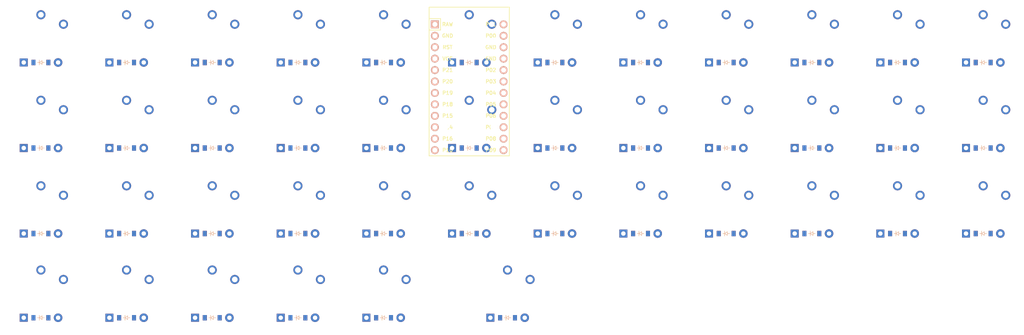
<source format=kicad_pcb>

            
(kicad_pcb (version 20171130) (host pcbnew 5.1.6)

  (page A3)
  (title_block
    (title henriks_planck)
    (rev v1.0.0)
    (company Unknown)
  )

  (general
    (thickness 1.6)
  )

  (layers
    (0 F.Cu signal)
    (31 B.Cu signal)
    (32 B.Adhes user)
    (33 F.Adhes user)
    (34 B.Paste user)
    (35 F.Paste user)
    (36 B.SilkS user)
    (37 F.SilkS user)
    (38 B.Mask user)
    (39 F.Mask user)
    (40 Dwgs.User user)
    (41 Cmts.User user)
    (42 Eco1.User user)
    (43 Eco2.User user)
    (44 Edge.Cuts user)
    (45 Margin user)
    (46 B.CrtYd user)
    (47 F.CrtYd user)
    (48 B.Fab user)
    (49 F.Fab user)
  )

  (setup
    (last_trace_width 0.25)
    (trace_clearance 0.2)
    (zone_clearance 0.508)
    (zone_45_only no)
    (trace_min 0.2)
    (via_size 0.8)
    (via_drill 0.4)
    (via_min_size 0.4)
    (via_min_drill 0.3)
    (uvia_size 0.3)
    (uvia_drill 0.1)
    (uvias_allowed no)
    (uvia_min_size 0.2)
    (uvia_min_drill 0.1)
    (edge_width 0.05)
    (segment_width 0.2)
    (pcb_text_width 0.3)
    (pcb_text_size 1.5 1.5)
    (mod_edge_width 0.12)
    (mod_text_size 1 1)
    (mod_text_width 0.15)
    (pad_size 1.524 1.524)
    (pad_drill 0.762)
    (pad_to_mask_clearance 0.05)
    (aux_axis_origin 0 0)
    (visible_elements FFFFFF7F)
    (pcbplotparams
      (layerselection 0x010fc_ffffffff)
      (usegerberextensions false)
      (usegerberattributes true)
      (usegerberadvancedattributes true)
      (creategerberjobfile true)
      (excludeedgelayer true)
      (linewidth 0.100000)
      (plotframeref false)
      (viasonmask false)
      (mode 1)
      (useauxorigin false)
      (hpglpennumber 1)
      (hpglpenspeed 20)
      (hpglpendiameter 15.000000)
      (psnegative false)
      (psa4output false)
      (plotreference true)
      (plotvalue true)
      (plotinvisibletext false)
      (padsonsilk false)
      (subtractmaskfromsilk false)
      (outputformat 1)
      (mirror false)
      (drillshape 1)
      (scaleselection 1)
      (outputdirectory ""))
  )

            (net 0 "")
(net 1 "P21")
(net 2 "P4")
(net 3 "P20")
(net 4 "P19")
(net 5 "P5")
(net 6 "P6")
(net 7 "P7")
(net 8 "P8")
(net 9 "P9")
(net 10 "P10")
(net 11 "P11")
(net 12 "P12")
(net 13 "P13")
(net 14 "P14")
(net 15 "P16")
(net 16 "RAW")
(net 17 "GND")
(net 18 "RST")
(net 19 "VCC")
(net 20 "P18")
(net 21 "P15")
(net 22 "P1")
(net 23 "P0")
(net 24 "P2")
(net 25 "P3")
            
  (net_class Default "This is the default net class."
    (clearance 0.2)
    (trace_width 0.25)
    (via_dia 0.8)
    (via_drill 0.4)
    (uvia_dia 0.3)
    (uvia_drill 0.1)
    (add_net "")
(add_net "P21")
(add_net "P4")
(add_net "P20")
(add_net "P19")
(add_net "P5")
(add_net "P6")
(add_net "P7")
(add_net "P8")
(add_net "P9")
(add_net "P10")
(add_net "P11")
(add_net "P12")
(add_net "P13")
(add_net "P14")
(add_net "P16")
(add_net "RAW")
(add_net "GND")
(add_net "RST")
(add_net "VCC")
(add_net "P18")
(add_net "P15")
(add_net "P1")
(add_net "P0")
(add_net "P2")
(add_net "P3")
  )

            
        
      (module PG1350 (layer F.Cu) (tedit 5DD50112)
      (at 0 0 0)

      
      (fp_text reference "S1" (at 0 0) (layer F.SilkS) hide (effects (font (size 1.27 1.27) (thickness 0.15))))
      (fp_text value "" (at 0 0) (layer F.SilkS) hide (effects (font (size 1.27 1.27) (thickness 0.15))))

      
      (fp_line (start -7 -6) (end -7 -7) (layer Dwgs.User) (width 0.15))
      (fp_line (start -7 7) (end -6 7) (layer Dwgs.User) (width 0.15))
      (fp_line (start -6 -7) (end -7 -7) (layer Dwgs.User) (width 0.15))
      (fp_line (start -7 7) (end -7 6) (layer Dwgs.User) (width 0.15))
      (fp_line (start 7 6) (end 7 7) (layer Dwgs.User) (width 0.15))
      (fp_line (start 7 -7) (end 6 -7) (layer Dwgs.User) (width 0.15))
      (fp_line (start 6 7) (end 7 7) (layer Dwgs.User) (width 0.15))
      (fp_line (start 7 -7) (end 7 -6) (layer Dwgs.User) (width 0.15))      
      
      
      (pad "" np_thru_hole circle (at 0 0) (size 3.429 3.429) (drill 3.429) (layers *.Cu *.Mask))
        
      
      (pad "" np_thru_hole circle (at 5.5 0) (size 1.7018 1.7018) (drill 1.7018) (layers *.Cu *.Mask))
      (pad "" np_thru_hole circle (at -5.5 0) (size 1.7018 1.7018) (drill 1.7018) (layers *.Cu *.Mask))
      
        
      
      (fp_line (start -9 -8.5) (end 9 -8.5) (layer Dwgs.User) (width 0.15))
      (fp_line (start 9 -8.5) (end 9 8.5) (layer Dwgs.User) (width 0.15))
      (fp_line (start 9 8.5) (end -9 8.5) (layer Dwgs.User) (width 0.15))
      (fp_line (start -9 8.5) (end -9 -8.5) (layer Dwgs.User) (width 0.15))
      
        
            
            (pad 1 thru_hole circle (at 5 -3.8) (size 2.032 2.032) (drill 1.27) (layers *.Cu *.Mask) (net 1 "P21"))
            (pad 2 thru_hole circle (at 0 -5.9) (size 2.032 2.032) (drill 1.27) (layers *.Cu *.Mask) (net 2 "P4"))
          )
        

  
    (module ComboDiode (layer F.Cu) (tedit 5B24D78E)


        (at 0 4.7 0)

        
        (fp_text reference "D1" (at 0 0) (layer F.SilkS) hide (effects (font (size 1.27 1.27) (thickness 0.15))))
        (fp_text value "" (at 0 0) (layer F.SilkS) hide (effects (font (size 1.27 1.27) (thickness 0.15))))
        
        
        (fp_line (start 0.25 0) (end 0.75 0) (layer F.SilkS) (width 0.1))
        (fp_line (start 0.25 0.4) (end -0.35 0) (layer F.SilkS) (width 0.1))
        (fp_line (start 0.25 -0.4) (end 0.25 0.4) (layer F.SilkS) (width 0.1))
        (fp_line (start -0.35 0) (end 0.25 -0.4) (layer F.SilkS) (width 0.1))
        (fp_line (start -0.35 0) (end -0.35 0.55) (layer F.SilkS) (width 0.1))
        (fp_line (start -0.35 0) (end -0.35 -0.55) (layer F.SilkS) (width 0.1))
        (fp_line (start -0.75 0) (end -0.35 0) (layer F.SilkS) (width 0.1))
        (fp_line (start 0.25 0) (end 0.75 0) (layer B.SilkS) (width 0.1))
        (fp_line (start 0.25 0.4) (end -0.35 0) (layer B.SilkS) (width 0.1))
        (fp_line (start 0.25 -0.4) (end 0.25 0.4) (layer B.SilkS) (width 0.1))
        (fp_line (start -0.35 0) (end 0.25 -0.4) (layer B.SilkS) (width 0.1))
        (fp_line (start -0.35 0) (end -0.35 0.55) (layer B.SilkS) (width 0.1))
        (fp_line (start -0.35 0) (end -0.35 -0.55) (layer B.SilkS) (width 0.1))
        (fp_line (start -0.75 0) (end -0.35 0) (layer B.SilkS) (width 0.1))
    
        
        (pad 1 smd rect (at -1.65 0 0) (size 0.9 1.2) (layers F.Cu F.Paste F.Mask) (net 2 "P4"))
        (pad 2 smd rect (at 1.65 0 0) (size 0.9 1.2) (layers B.Cu B.Paste B.Mask) (net 1 "P21"))
        (pad 1 smd rect (at -1.65 0 0) (size 0.9 1.2) (layers B.Cu B.Paste B.Mask) (net 2 "P4"))
        (pad 2 smd rect (at 1.65 0 0) (size 0.9 1.2) (layers F.Cu F.Paste F.Mask) (net 1 "P21"))
        
        
        (pad 1 thru_hole circle (at 3.81 0 0) (size 1.905 1.905) (drill 0.9906) (layers *.Cu *.Mask) (net 1 "P21"))
        (pad 2 thru_hole rect (at -3.81 0 0) (size 1.778 1.778) (drill 0.9906) (layers *.Cu *.Mask) (net 2 "P4"))
    )
  
    

        
      (module PG1350 (layer F.Cu) (tedit 5DD50112)
      (at 0 -19 0)

      
      (fp_text reference "S2" (at 0 0) (layer F.SilkS) hide (effects (font (size 1.27 1.27) (thickness 0.15))))
      (fp_text value "" (at 0 0) (layer F.SilkS) hide (effects (font (size 1.27 1.27) (thickness 0.15))))

      
      (fp_line (start -7 -6) (end -7 -7) (layer Dwgs.User) (width 0.15))
      (fp_line (start -7 7) (end -6 7) (layer Dwgs.User) (width 0.15))
      (fp_line (start -6 -7) (end -7 -7) (layer Dwgs.User) (width 0.15))
      (fp_line (start -7 7) (end -7 6) (layer Dwgs.User) (width 0.15))
      (fp_line (start 7 6) (end 7 7) (layer Dwgs.User) (width 0.15))
      (fp_line (start 7 -7) (end 6 -7) (layer Dwgs.User) (width 0.15))
      (fp_line (start 6 7) (end 7 7) (layer Dwgs.User) (width 0.15))
      (fp_line (start 7 -7) (end 7 -6) (layer Dwgs.User) (width 0.15))      
      
      
      (pad "" np_thru_hole circle (at 0 0) (size 3.429 3.429) (drill 3.429) (layers *.Cu *.Mask))
        
      
      (pad "" np_thru_hole circle (at 5.5 0) (size 1.7018 1.7018) (drill 1.7018) (layers *.Cu *.Mask))
      (pad "" np_thru_hole circle (at -5.5 0) (size 1.7018 1.7018) (drill 1.7018) (layers *.Cu *.Mask))
      
        
      
      (fp_line (start -9 -8.5) (end 9 -8.5) (layer Dwgs.User) (width 0.15))
      (fp_line (start 9 -8.5) (end 9 8.5) (layer Dwgs.User) (width 0.15))
      (fp_line (start 9 8.5) (end -9 8.5) (layer Dwgs.User) (width 0.15))
      (fp_line (start -9 8.5) (end -9 -8.5) (layer Dwgs.User) (width 0.15))
      
        
            
            (pad 1 thru_hole circle (at 5 -3.8) (size 2.032 2.032) (drill 1.27) (layers *.Cu *.Mask) (net 3 "P20"))
            (pad 2 thru_hole circle (at 0 -5.9) (size 2.032 2.032) (drill 1.27) (layers *.Cu *.Mask) (net 2 "P4"))
          )
        

  
    (module ComboDiode (layer F.Cu) (tedit 5B24D78E)


        (at 0 -14.3 0)

        
        (fp_text reference "D2" (at 0 0) (layer F.SilkS) hide (effects (font (size 1.27 1.27) (thickness 0.15))))
        (fp_text value "" (at 0 0) (layer F.SilkS) hide (effects (font (size 1.27 1.27) (thickness 0.15))))
        
        
        (fp_line (start 0.25 0) (end 0.75 0) (layer F.SilkS) (width 0.1))
        (fp_line (start 0.25 0.4) (end -0.35 0) (layer F.SilkS) (width 0.1))
        (fp_line (start 0.25 -0.4) (end 0.25 0.4) (layer F.SilkS) (width 0.1))
        (fp_line (start -0.35 0) (end 0.25 -0.4) (layer F.SilkS) (width 0.1))
        (fp_line (start -0.35 0) (end -0.35 0.55) (layer F.SilkS) (width 0.1))
        (fp_line (start -0.35 0) (end -0.35 -0.55) (layer F.SilkS) (width 0.1))
        (fp_line (start -0.75 0) (end -0.35 0) (layer F.SilkS) (width 0.1))
        (fp_line (start 0.25 0) (end 0.75 0) (layer B.SilkS) (width 0.1))
        (fp_line (start 0.25 0.4) (end -0.35 0) (layer B.SilkS) (width 0.1))
        (fp_line (start 0.25 -0.4) (end 0.25 0.4) (layer B.SilkS) (width 0.1))
        (fp_line (start -0.35 0) (end 0.25 -0.4) (layer B.SilkS) (width 0.1))
        (fp_line (start -0.35 0) (end -0.35 0.55) (layer B.SilkS) (width 0.1))
        (fp_line (start -0.35 0) (end -0.35 -0.55) (layer B.SilkS) (width 0.1))
        (fp_line (start -0.75 0) (end -0.35 0) (layer B.SilkS) (width 0.1))
    
        
        (pad 1 smd rect (at -1.65 0 0) (size 0.9 1.2) (layers F.Cu F.Paste F.Mask) (net 2 "P4"))
        (pad 2 smd rect (at 1.65 0 0) (size 0.9 1.2) (layers B.Cu B.Paste B.Mask) (net 3 "P20"))
        (pad 1 smd rect (at -1.65 0 0) (size 0.9 1.2) (layers B.Cu B.Paste B.Mask) (net 2 "P4"))
        (pad 2 smd rect (at 1.65 0 0) (size 0.9 1.2) (layers F.Cu F.Paste F.Mask) (net 3 "P20"))
        
        
        (pad 1 thru_hole circle (at 3.81 0 0) (size 1.905 1.905) (drill 0.9906) (layers *.Cu *.Mask) (net 3 "P20"))
        (pad 2 thru_hole rect (at -3.81 0 0) (size 1.778 1.778) (drill 0.9906) (layers *.Cu *.Mask) (net 2 "P4"))
    )
  
    

        
      (module PG1350 (layer F.Cu) (tedit 5DD50112)
      (at 0 -38 0)

      
      (fp_text reference "S3" (at 0 0) (layer F.SilkS) hide (effects (font (size 1.27 1.27) (thickness 0.15))))
      (fp_text value "" (at 0 0) (layer F.SilkS) hide (effects (font (size 1.27 1.27) (thickness 0.15))))

      
      (fp_line (start -7 -6) (end -7 -7) (layer Dwgs.User) (width 0.15))
      (fp_line (start -7 7) (end -6 7) (layer Dwgs.User) (width 0.15))
      (fp_line (start -6 -7) (end -7 -7) (layer Dwgs.User) (width 0.15))
      (fp_line (start -7 7) (end -7 6) (layer Dwgs.User) (width 0.15))
      (fp_line (start 7 6) (end 7 7) (layer Dwgs.User) (width 0.15))
      (fp_line (start 7 -7) (end 6 -7) (layer Dwgs.User) (width 0.15))
      (fp_line (start 6 7) (end 7 7) (layer Dwgs.User) (width 0.15))
      (fp_line (start 7 -7) (end 7 -6) (layer Dwgs.User) (width 0.15))      
      
      
      (pad "" np_thru_hole circle (at 0 0) (size 3.429 3.429) (drill 3.429) (layers *.Cu *.Mask))
        
      
      (pad "" np_thru_hole circle (at 5.5 0) (size 1.7018 1.7018) (drill 1.7018) (layers *.Cu *.Mask))
      (pad "" np_thru_hole circle (at -5.5 0) (size 1.7018 1.7018) (drill 1.7018) (layers *.Cu *.Mask))
      
        
      
      (fp_line (start -9 -8.5) (end 9 -8.5) (layer Dwgs.User) (width 0.15))
      (fp_line (start 9 -8.5) (end 9 8.5) (layer Dwgs.User) (width 0.15))
      (fp_line (start 9 8.5) (end -9 8.5) (layer Dwgs.User) (width 0.15))
      (fp_line (start -9 8.5) (end -9 -8.5) (layer Dwgs.User) (width 0.15))
      
        
            
            (pad 1 thru_hole circle (at 5 -3.8) (size 2.032 2.032) (drill 1.27) (layers *.Cu *.Mask) (net 4 "P19"))
            (pad 2 thru_hole circle (at 0 -5.9) (size 2.032 2.032) (drill 1.27) (layers *.Cu *.Mask) (net 2 "P4"))
          )
        

  
    (module ComboDiode (layer F.Cu) (tedit 5B24D78E)


        (at 0 -33.3 0)

        
        (fp_text reference "D3" (at 0 0) (layer F.SilkS) hide (effects (font (size 1.27 1.27) (thickness 0.15))))
        (fp_text value "" (at 0 0) (layer F.SilkS) hide (effects (font (size 1.27 1.27) (thickness 0.15))))
        
        
        (fp_line (start 0.25 0) (end 0.75 0) (layer F.SilkS) (width 0.1))
        (fp_line (start 0.25 0.4) (end -0.35 0) (layer F.SilkS) (width 0.1))
        (fp_line (start 0.25 -0.4) (end 0.25 0.4) (layer F.SilkS) (width 0.1))
        (fp_line (start -0.35 0) (end 0.25 -0.4) (layer F.SilkS) (width 0.1))
        (fp_line (start -0.35 0) (end -0.35 0.55) (layer F.SilkS) (width 0.1))
        (fp_line (start -0.35 0) (end -0.35 -0.55) (layer F.SilkS) (width 0.1))
        (fp_line (start -0.75 0) (end -0.35 0) (layer F.SilkS) (width 0.1))
        (fp_line (start 0.25 0) (end 0.75 0) (layer B.SilkS) (width 0.1))
        (fp_line (start 0.25 0.4) (end -0.35 0) (layer B.SilkS) (width 0.1))
        (fp_line (start 0.25 -0.4) (end 0.25 0.4) (layer B.SilkS) (width 0.1))
        (fp_line (start -0.35 0) (end 0.25 -0.4) (layer B.SilkS) (width 0.1))
        (fp_line (start -0.35 0) (end -0.35 0.55) (layer B.SilkS) (width 0.1))
        (fp_line (start -0.35 0) (end -0.35 -0.55) (layer B.SilkS) (width 0.1))
        (fp_line (start -0.75 0) (end -0.35 0) (layer B.SilkS) (width 0.1))
    
        
        (pad 1 smd rect (at -1.65 0 0) (size 0.9 1.2) (layers F.Cu F.Paste F.Mask) (net 2 "P4"))
        (pad 2 smd rect (at 1.65 0 0) (size 0.9 1.2) (layers B.Cu B.Paste B.Mask) (net 4 "P19"))
        (pad 1 smd rect (at -1.65 0 0) (size 0.9 1.2) (layers B.Cu B.Paste B.Mask) (net 2 "P4"))
        (pad 2 smd rect (at 1.65 0 0) (size 0.9 1.2) (layers F.Cu F.Paste F.Mask) (net 4 "P19"))
        
        
        (pad 1 thru_hole circle (at 3.81 0 0) (size 1.905 1.905) (drill 0.9906) (layers *.Cu *.Mask) (net 4 "P19"))
        (pad 2 thru_hole rect (at -3.81 0 0) (size 1.778 1.778) (drill 0.9906) (layers *.Cu *.Mask) (net 2 "P4"))
    )
  
    

        
      (module PG1350 (layer F.Cu) (tedit 5DD50112)
      (at 19 0 0)

      
      (fp_text reference "S4" (at 0 0) (layer F.SilkS) hide (effects (font (size 1.27 1.27) (thickness 0.15))))
      (fp_text value "" (at 0 0) (layer F.SilkS) hide (effects (font (size 1.27 1.27) (thickness 0.15))))

      
      (fp_line (start -7 -6) (end -7 -7) (layer Dwgs.User) (width 0.15))
      (fp_line (start -7 7) (end -6 7) (layer Dwgs.User) (width 0.15))
      (fp_line (start -6 -7) (end -7 -7) (layer Dwgs.User) (width 0.15))
      (fp_line (start -7 7) (end -7 6) (layer Dwgs.User) (width 0.15))
      (fp_line (start 7 6) (end 7 7) (layer Dwgs.User) (width 0.15))
      (fp_line (start 7 -7) (end 6 -7) (layer Dwgs.User) (width 0.15))
      (fp_line (start 6 7) (end 7 7) (layer Dwgs.User) (width 0.15))
      (fp_line (start 7 -7) (end 7 -6) (layer Dwgs.User) (width 0.15))      
      
      
      (pad "" np_thru_hole circle (at 0 0) (size 3.429 3.429) (drill 3.429) (layers *.Cu *.Mask))
        
      
      (pad "" np_thru_hole circle (at 5.5 0) (size 1.7018 1.7018) (drill 1.7018) (layers *.Cu *.Mask))
      (pad "" np_thru_hole circle (at -5.5 0) (size 1.7018 1.7018) (drill 1.7018) (layers *.Cu *.Mask))
      
        
      
      (fp_line (start -9 -8.5) (end 9 -8.5) (layer Dwgs.User) (width 0.15))
      (fp_line (start 9 -8.5) (end 9 8.5) (layer Dwgs.User) (width 0.15))
      (fp_line (start 9 8.5) (end -9 8.5) (layer Dwgs.User) (width 0.15))
      (fp_line (start -9 8.5) (end -9 -8.5) (layer Dwgs.User) (width 0.15))
      
        
            
            (pad 1 thru_hole circle (at 5 -3.8) (size 2.032 2.032) (drill 1.27) (layers *.Cu *.Mask) (net 1 "P21"))
            (pad 2 thru_hole circle (at 0 -5.9) (size 2.032 2.032) (drill 1.27) (layers *.Cu *.Mask) (net 5 "P5"))
          )
        

  
    (module ComboDiode (layer F.Cu) (tedit 5B24D78E)


        (at 19 4.7 0)

        
        (fp_text reference "D4" (at 0 0) (layer F.SilkS) hide (effects (font (size 1.27 1.27) (thickness 0.15))))
        (fp_text value "" (at 0 0) (layer F.SilkS) hide (effects (font (size 1.27 1.27) (thickness 0.15))))
        
        
        (fp_line (start 0.25 0) (end 0.75 0) (layer F.SilkS) (width 0.1))
        (fp_line (start 0.25 0.4) (end -0.35 0) (layer F.SilkS) (width 0.1))
        (fp_line (start 0.25 -0.4) (end 0.25 0.4) (layer F.SilkS) (width 0.1))
        (fp_line (start -0.35 0) (end 0.25 -0.4) (layer F.SilkS) (width 0.1))
        (fp_line (start -0.35 0) (end -0.35 0.55) (layer F.SilkS) (width 0.1))
        (fp_line (start -0.35 0) (end -0.35 -0.55) (layer F.SilkS) (width 0.1))
        (fp_line (start -0.75 0) (end -0.35 0) (layer F.SilkS) (width 0.1))
        (fp_line (start 0.25 0) (end 0.75 0) (layer B.SilkS) (width 0.1))
        (fp_line (start 0.25 0.4) (end -0.35 0) (layer B.SilkS) (width 0.1))
        (fp_line (start 0.25 -0.4) (end 0.25 0.4) (layer B.SilkS) (width 0.1))
        (fp_line (start -0.35 0) (end 0.25 -0.4) (layer B.SilkS) (width 0.1))
        (fp_line (start -0.35 0) (end -0.35 0.55) (layer B.SilkS) (width 0.1))
        (fp_line (start -0.35 0) (end -0.35 -0.55) (layer B.SilkS) (width 0.1))
        (fp_line (start -0.75 0) (end -0.35 0) (layer B.SilkS) (width 0.1))
    
        
        (pad 1 smd rect (at -1.65 0 0) (size 0.9 1.2) (layers F.Cu F.Paste F.Mask) (net 5 "P5"))
        (pad 2 smd rect (at 1.65 0 0) (size 0.9 1.2) (layers B.Cu B.Paste B.Mask) (net 1 "P21"))
        (pad 1 smd rect (at -1.65 0 0) (size 0.9 1.2) (layers B.Cu B.Paste B.Mask) (net 5 "P5"))
        (pad 2 smd rect (at 1.65 0 0) (size 0.9 1.2) (layers F.Cu F.Paste F.Mask) (net 1 "P21"))
        
        
        (pad 1 thru_hole circle (at 3.81 0 0) (size 1.905 1.905) (drill 0.9906) (layers *.Cu *.Mask) (net 1 "P21"))
        (pad 2 thru_hole rect (at -3.81 0 0) (size 1.778 1.778) (drill 0.9906) (layers *.Cu *.Mask) (net 5 "P5"))
    )
  
    

        
      (module PG1350 (layer F.Cu) (tedit 5DD50112)
      (at 19 -19 0)

      
      (fp_text reference "S5" (at 0 0) (layer F.SilkS) hide (effects (font (size 1.27 1.27) (thickness 0.15))))
      (fp_text value "" (at 0 0) (layer F.SilkS) hide (effects (font (size 1.27 1.27) (thickness 0.15))))

      
      (fp_line (start -7 -6) (end -7 -7) (layer Dwgs.User) (width 0.15))
      (fp_line (start -7 7) (end -6 7) (layer Dwgs.User) (width 0.15))
      (fp_line (start -6 -7) (end -7 -7) (layer Dwgs.User) (width 0.15))
      (fp_line (start -7 7) (end -7 6) (layer Dwgs.User) (width 0.15))
      (fp_line (start 7 6) (end 7 7) (layer Dwgs.User) (width 0.15))
      (fp_line (start 7 -7) (end 6 -7) (layer Dwgs.User) (width 0.15))
      (fp_line (start 6 7) (end 7 7) (layer Dwgs.User) (width 0.15))
      (fp_line (start 7 -7) (end 7 -6) (layer Dwgs.User) (width 0.15))      
      
      
      (pad "" np_thru_hole circle (at 0 0) (size 3.429 3.429) (drill 3.429) (layers *.Cu *.Mask))
        
      
      (pad "" np_thru_hole circle (at 5.5 0) (size 1.7018 1.7018) (drill 1.7018) (layers *.Cu *.Mask))
      (pad "" np_thru_hole circle (at -5.5 0) (size 1.7018 1.7018) (drill 1.7018) (layers *.Cu *.Mask))
      
        
      
      (fp_line (start -9 -8.5) (end 9 -8.5) (layer Dwgs.User) (width 0.15))
      (fp_line (start 9 -8.5) (end 9 8.5) (layer Dwgs.User) (width 0.15))
      (fp_line (start 9 8.5) (end -9 8.5) (layer Dwgs.User) (width 0.15))
      (fp_line (start -9 8.5) (end -9 -8.5) (layer Dwgs.User) (width 0.15))
      
        
            
            (pad 1 thru_hole circle (at 5 -3.8) (size 2.032 2.032) (drill 1.27) (layers *.Cu *.Mask) (net 3 "P20"))
            (pad 2 thru_hole circle (at 0 -5.9) (size 2.032 2.032) (drill 1.27) (layers *.Cu *.Mask) (net 5 "P5"))
          )
        

  
    (module ComboDiode (layer F.Cu) (tedit 5B24D78E)


        (at 19 -14.3 0)

        
        (fp_text reference "D5" (at 0 0) (layer F.SilkS) hide (effects (font (size 1.27 1.27) (thickness 0.15))))
        (fp_text value "" (at 0 0) (layer F.SilkS) hide (effects (font (size 1.27 1.27) (thickness 0.15))))
        
        
        (fp_line (start 0.25 0) (end 0.75 0) (layer F.SilkS) (width 0.1))
        (fp_line (start 0.25 0.4) (end -0.35 0) (layer F.SilkS) (width 0.1))
        (fp_line (start 0.25 -0.4) (end 0.25 0.4) (layer F.SilkS) (width 0.1))
        (fp_line (start -0.35 0) (end 0.25 -0.4) (layer F.SilkS) (width 0.1))
        (fp_line (start -0.35 0) (end -0.35 0.55) (layer F.SilkS) (width 0.1))
        (fp_line (start -0.35 0) (end -0.35 -0.55) (layer F.SilkS) (width 0.1))
        (fp_line (start -0.75 0) (end -0.35 0) (layer F.SilkS) (width 0.1))
        (fp_line (start 0.25 0) (end 0.75 0) (layer B.SilkS) (width 0.1))
        (fp_line (start 0.25 0.4) (end -0.35 0) (layer B.SilkS) (width 0.1))
        (fp_line (start 0.25 -0.4) (end 0.25 0.4) (layer B.SilkS) (width 0.1))
        (fp_line (start -0.35 0) (end 0.25 -0.4) (layer B.SilkS) (width 0.1))
        (fp_line (start -0.35 0) (end -0.35 0.55) (layer B.SilkS) (width 0.1))
        (fp_line (start -0.35 0) (end -0.35 -0.55) (layer B.SilkS) (width 0.1))
        (fp_line (start -0.75 0) (end -0.35 0) (layer B.SilkS) (width 0.1))
    
        
        (pad 1 smd rect (at -1.65 0 0) (size 0.9 1.2) (layers F.Cu F.Paste F.Mask) (net 5 "P5"))
        (pad 2 smd rect (at 1.65 0 0) (size 0.9 1.2) (layers B.Cu B.Paste B.Mask) (net 3 "P20"))
        (pad 1 smd rect (at -1.65 0 0) (size 0.9 1.2) (layers B.Cu B.Paste B.Mask) (net 5 "P5"))
        (pad 2 smd rect (at 1.65 0 0) (size 0.9 1.2) (layers F.Cu F.Paste F.Mask) (net 3 "P20"))
        
        
        (pad 1 thru_hole circle (at 3.81 0 0) (size 1.905 1.905) (drill 0.9906) (layers *.Cu *.Mask) (net 3 "P20"))
        (pad 2 thru_hole rect (at -3.81 0 0) (size 1.778 1.778) (drill 0.9906) (layers *.Cu *.Mask) (net 5 "P5"))
    )
  
    

        
      (module PG1350 (layer F.Cu) (tedit 5DD50112)
      (at 19 -38 0)

      
      (fp_text reference "S6" (at 0 0) (layer F.SilkS) hide (effects (font (size 1.27 1.27) (thickness 0.15))))
      (fp_text value "" (at 0 0) (layer F.SilkS) hide (effects (font (size 1.27 1.27) (thickness 0.15))))

      
      (fp_line (start -7 -6) (end -7 -7) (layer Dwgs.User) (width 0.15))
      (fp_line (start -7 7) (end -6 7) (layer Dwgs.User) (width 0.15))
      (fp_line (start -6 -7) (end -7 -7) (layer Dwgs.User) (width 0.15))
      (fp_line (start -7 7) (end -7 6) (layer Dwgs.User) (width 0.15))
      (fp_line (start 7 6) (end 7 7) (layer Dwgs.User) (width 0.15))
      (fp_line (start 7 -7) (end 6 -7) (layer Dwgs.User) (width 0.15))
      (fp_line (start 6 7) (end 7 7) (layer Dwgs.User) (width 0.15))
      (fp_line (start 7 -7) (end 7 -6) (layer Dwgs.User) (width 0.15))      
      
      
      (pad "" np_thru_hole circle (at 0 0) (size 3.429 3.429) (drill 3.429) (layers *.Cu *.Mask))
        
      
      (pad "" np_thru_hole circle (at 5.5 0) (size 1.7018 1.7018) (drill 1.7018) (layers *.Cu *.Mask))
      (pad "" np_thru_hole circle (at -5.5 0) (size 1.7018 1.7018) (drill 1.7018) (layers *.Cu *.Mask))
      
        
      
      (fp_line (start -9 -8.5) (end 9 -8.5) (layer Dwgs.User) (width 0.15))
      (fp_line (start 9 -8.5) (end 9 8.5) (layer Dwgs.User) (width 0.15))
      (fp_line (start 9 8.5) (end -9 8.5) (layer Dwgs.User) (width 0.15))
      (fp_line (start -9 8.5) (end -9 -8.5) (layer Dwgs.User) (width 0.15))
      
        
            
            (pad 1 thru_hole circle (at 5 -3.8) (size 2.032 2.032) (drill 1.27) (layers *.Cu *.Mask) (net 4 "P19"))
            (pad 2 thru_hole circle (at 0 -5.9) (size 2.032 2.032) (drill 1.27) (layers *.Cu *.Mask) (net 5 "P5"))
          )
        

  
    (module ComboDiode (layer F.Cu) (tedit 5B24D78E)


        (at 19 -33.3 0)

        
        (fp_text reference "D6" (at 0 0) (layer F.SilkS) hide (effects (font (size 1.27 1.27) (thickness 0.15))))
        (fp_text value "" (at 0 0) (layer F.SilkS) hide (effects (font (size 1.27 1.27) (thickness 0.15))))
        
        
        (fp_line (start 0.25 0) (end 0.75 0) (layer F.SilkS) (width 0.1))
        (fp_line (start 0.25 0.4) (end -0.35 0) (layer F.SilkS) (width 0.1))
        (fp_line (start 0.25 -0.4) (end 0.25 0.4) (layer F.SilkS) (width 0.1))
        (fp_line (start -0.35 0) (end 0.25 -0.4) (layer F.SilkS) (width 0.1))
        (fp_line (start -0.35 0) (end -0.35 0.55) (layer F.SilkS) (width 0.1))
        (fp_line (start -0.35 0) (end -0.35 -0.55) (layer F.SilkS) (width 0.1))
        (fp_line (start -0.75 0) (end -0.35 0) (layer F.SilkS) (width 0.1))
        (fp_line (start 0.25 0) (end 0.75 0) (layer B.SilkS) (width 0.1))
        (fp_line (start 0.25 0.4) (end -0.35 0) (layer B.SilkS) (width 0.1))
        (fp_line (start 0.25 -0.4) (end 0.25 0.4) (layer B.SilkS) (width 0.1))
        (fp_line (start -0.35 0) (end 0.25 -0.4) (layer B.SilkS) (width 0.1))
        (fp_line (start -0.35 0) (end -0.35 0.55) (layer B.SilkS) (width 0.1))
        (fp_line (start -0.35 0) (end -0.35 -0.55) (layer B.SilkS) (width 0.1))
        (fp_line (start -0.75 0) (end -0.35 0) (layer B.SilkS) (width 0.1))
    
        
        (pad 1 smd rect (at -1.65 0 0) (size 0.9 1.2) (layers F.Cu F.Paste F.Mask) (net 5 "P5"))
        (pad 2 smd rect (at 1.65 0 0) (size 0.9 1.2) (layers B.Cu B.Paste B.Mask) (net 4 "P19"))
        (pad 1 smd rect (at -1.65 0 0) (size 0.9 1.2) (layers B.Cu B.Paste B.Mask) (net 5 "P5"))
        (pad 2 smd rect (at 1.65 0 0) (size 0.9 1.2) (layers F.Cu F.Paste F.Mask) (net 4 "P19"))
        
        
        (pad 1 thru_hole circle (at 3.81 0 0) (size 1.905 1.905) (drill 0.9906) (layers *.Cu *.Mask) (net 4 "P19"))
        (pad 2 thru_hole rect (at -3.81 0 0) (size 1.778 1.778) (drill 0.9906) (layers *.Cu *.Mask) (net 5 "P5"))
    )
  
    

        
      (module PG1350 (layer F.Cu) (tedit 5DD50112)
      (at 38 0 0)

      
      (fp_text reference "S7" (at 0 0) (layer F.SilkS) hide (effects (font (size 1.27 1.27) (thickness 0.15))))
      (fp_text value "" (at 0 0) (layer F.SilkS) hide (effects (font (size 1.27 1.27) (thickness 0.15))))

      
      (fp_line (start -7 -6) (end -7 -7) (layer Dwgs.User) (width 0.15))
      (fp_line (start -7 7) (end -6 7) (layer Dwgs.User) (width 0.15))
      (fp_line (start -6 -7) (end -7 -7) (layer Dwgs.User) (width 0.15))
      (fp_line (start -7 7) (end -7 6) (layer Dwgs.User) (width 0.15))
      (fp_line (start 7 6) (end 7 7) (layer Dwgs.User) (width 0.15))
      (fp_line (start 7 -7) (end 6 -7) (layer Dwgs.User) (width 0.15))
      (fp_line (start 6 7) (end 7 7) (layer Dwgs.User) (width 0.15))
      (fp_line (start 7 -7) (end 7 -6) (layer Dwgs.User) (width 0.15))      
      
      
      (pad "" np_thru_hole circle (at 0 0) (size 3.429 3.429) (drill 3.429) (layers *.Cu *.Mask))
        
      
      (pad "" np_thru_hole circle (at 5.5 0) (size 1.7018 1.7018) (drill 1.7018) (layers *.Cu *.Mask))
      (pad "" np_thru_hole circle (at -5.5 0) (size 1.7018 1.7018) (drill 1.7018) (layers *.Cu *.Mask))
      
        
      
      (fp_line (start -9 -8.5) (end 9 -8.5) (layer Dwgs.User) (width 0.15))
      (fp_line (start 9 -8.5) (end 9 8.5) (layer Dwgs.User) (width 0.15))
      (fp_line (start 9 8.5) (end -9 8.5) (layer Dwgs.User) (width 0.15))
      (fp_line (start -9 8.5) (end -9 -8.5) (layer Dwgs.User) (width 0.15))
      
        
            
            (pad 1 thru_hole circle (at 5 -3.8) (size 2.032 2.032) (drill 1.27) (layers *.Cu *.Mask) (net 1 "P21"))
            (pad 2 thru_hole circle (at 0 -5.9) (size 2.032 2.032) (drill 1.27) (layers *.Cu *.Mask) (net 6 "P6"))
          )
        

  
    (module ComboDiode (layer F.Cu) (tedit 5B24D78E)


        (at 38 4.7 0)

        
        (fp_text reference "D7" (at 0 0) (layer F.SilkS) hide (effects (font (size 1.27 1.27) (thickness 0.15))))
        (fp_text value "" (at 0 0) (layer F.SilkS) hide (effects (font (size 1.27 1.27) (thickness 0.15))))
        
        
        (fp_line (start 0.25 0) (end 0.75 0) (layer F.SilkS) (width 0.1))
        (fp_line (start 0.25 0.4) (end -0.35 0) (layer F.SilkS) (width 0.1))
        (fp_line (start 0.25 -0.4) (end 0.25 0.4) (layer F.SilkS) (width 0.1))
        (fp_line (start -0.35 0) (end 0.25 -0.4) (layer F.SilkS) (width 0.1))
        (fp_line (start -0.35 0) (end -0.35 0.55) (layer F.SilkS) (width 0.1))
        (fp_line (start -0.35 0) (end -0.35 -0.55) (layer F.SilkS) (width 0.1))
        (fp_line (start -0.75 0) (end -0.35 0) (layer F.SilkS) (width 0.1))
        (fp_line (start 0.25 0) (end 0.75 0) (layer B.SilkS) (width 0.1))
        (fp_line (start 0.25 0.4) (end -0.35 0) (layer B.SilkS) (width 0.1))
        (fp_line (start 0.25 -0.4) (end 0.25 0.4) (layer B.SilkS) (width 0.1))
        (fp_line (start -0.35 0) (end 0.25 -0.4) (layer B.SilkS) (width 0.1))
        (fp_line (start -0.35 0) (end -0.35 0.55) (layer B.SilkS) (width 0.1))
        (fp_line (start -0.35 0) (end -0.35 -0.55) (layer B.SilkS) (width 0.1))
        (fp_line (start -0.75 0) (end -0.35 0) (layer B.SilkS) (width 0.1))
    
        
        (pad 1 smd rect (at -1.65 0 0) (size 0.9 1.2) (layers F.Cu F.Paste F.Mask) (net 6 "P6"))
        (pad 2 smd rect (at 1.65 0 0) (size 0.9 1.2) (layers B.Cu B.Paste B.Mask) (net 1 "P21"))
        (pad 1 smd rect (at -1.65 0 0) (size 0.9 1.2) (layers B.Cu B.Paste B.Mask) (net 6 "P6"))
        (pad 2 smd rect (at 1.65 0 0) (size 0.9 1.2) (layers F.Cu F.Paste F.Mask) (net 1 "P21"))
        
        
        (pad 1 thru_hole circle (at 3.81 0 0) (size 1.905 1.905) (drill 0.9906) (layers *.Cu *.Mask) (net 1 "P21"))
        (pad 2 thru_hole rect (at -3.81 0 0) (size 1.778 1.778) (drill 0.9906) (layers *.Cu *.Mask) (net 6 "P6"))
    )
  
    

        
      (module PG1350 (layer F.Cu) (tedit 5DD50112)
      (at 38 -19 0)

      
      (fp_text reference "S8" (at 0 0) (layer F.SilkS) hide (effects (font (size 1.27 1.27) (thickness 0.15))))
      (fp_text value "" (at 0 0) (layer F.SilkS) hide (effects (font (size 1.27 1.27) (thickness 0.15))))

      
      (fp_line (start -7 -6) (end -7 -7) (layer Dwgs.User) (width 0.15))
      (fp_line (start -7 7) (end -6 7) (layer Dwgs.User) (width 0.15))
      (fp_line (start -6 -7) (end -7 -7) (layer Dwgs.User) (width 0.15))
      (fp_line (start -7 7) (end -7 6) (layer Dwgs.User) (width 0.15))
      (fp_line (start 7 6) (end 7 7) (layer Dwgs.User) (width 0.15))
      (fp_line (start 7 -7) (end 6 -7) (layer Dwgs.User) (width 0.15))
      (fp_line (start 6 7) (end 7 7) (layer Dwgs.User) (width 0.15))
      (fp_line (start 7 -7) (end 7 -6) (layer Dwgs.User) (width 0.15))      
      
      
      (pad "" np_thru_hole circle (at 0 0) (size 3.429 3.429) (drill 3.429) (layers *.Cu *.Mask))
        
      
      (pad "" np_thru_hole circle (at 5.5 0) (size 1.7018 1.7018) (drill 1.7018) (layers *.Cu *.Mask))
      (pad "" np_thru_hole circle (at -5.5 0) (size 1.7018 1.7018) (drill 1.7018) (layers *.Cu *.Mask))
      
        
      
      (fp_line (start -9 -8.5) (end 9 -8.5) (layer Dwgs.User) (width 0.15))
      (fp_line (start 9 -8.5) (end 9 8.5) (layer Dwgs.User) (width 0.15))
      (fp_line (start 9 8.5) (end -9 8.5) (layer Dwgs.User) (width 0.15))
      (fp_line (start -9 8.5) (end -9 -8.5) (layer Dwgs.User) (width 0.15))
      
        
            
            (pad 1 thru_hole circle (at 5 -3.8) (size 2.032 2.032) (drill 1.27) (layers *.Cu *.Mask) (net 3 "P20"))
            (pad 2 thru_hole circle (at 0 -5.9) (size 2.032 2.032) (drill 1.27) (layers *.Cu *.Mask) (net 6 "P6"))
          )
        

  
    (module ComboDiode (layer F.Cu) (tedit 5B24D78E)


        (at 38 -14.3 0)

        
        (fp_text reference "D8" (at 0 0) (layer F.SilkS) hide (effects (font (size 1.27 1.27) (thickness 0.15))))
        (fp_text value "" (at 0 0) (layer F.SilkS) hide (effects (font (size 1.27 1.27) (thickness 0.15))))
        
        
        (fp_line (start 0.25 0) (end 0.75 0) (layer F.SilkS) (width 0.1))
        (fp_line (start 0.25 0.4) (end -0.35 0) (layer F.SilkS) (width 0.1))
        (fp_line (start 0.25 -0.4) (end 0.25 0.4) (layer F.SilkS) (width 0.1))
        (fp_line (start -0.35 0) (end 0.25 -0.4) (layer F.SilkS) (width 0.1))
        (fp_line (start -0.35 0) (end -0.35 0.55) (layer F.SilkS) (width 0.1))
        (fp_line (start -0.35 0) (end -0.35 -0.55) (layer F.SilkS) (width 0.1))
        (fp_line (start -0.75 0) (end -0.35 0) (layer F.SilkS) (width 0.1))
        (fp_line (start 0.25 0) (end 0.75 0) (layer B.SilkS) (width 0.1))
        (fp_line (start 0.25 0.4) (end -0.35 0) (layer B.SilkS) (width 0.1))
        (fp_line (start 0.25 -0.4) (end 0.25 0.4) (layer B.SilkS) (width 0.1))
        (fp_line (start -0.35 0) (end 0.25 -0.4) (layer B.SilkS) (width 0.1))
        (fp_line (start -0.35 0) (end -0.35 0.55) (layer B.SilkS) (width 0.1))
        (fp_line (start -0.35 0) (end -0.35 -0.55) (layer B.SilkS) (width 0.1))
        (fp_line (start -0.75 0) (end -0.35 0) (layer B.SilkS) (width 0.1))
    
        
        (pad 1 smd rect (at -1.65 0 0) (size 0.9 1.2) (layers F.Cu F.Paste F.Mask) (net 6 "P6"))
        (pad 2 smd rect (at 1.65 0 0) (size 0.9 1.2) (layers B.Cu B.Paste B.Mask) (net 3 "P20"))
        (pad 1 smd rect (at -1.65 0 0) (size 0.9 1.2) (layers B.Cu B.Paste B.Mask) (net 6 "P6"))
        (pad 2 smd rect (at 1.65 0 0) (size 0.9 1.2) (layers F.Cu F.Paste F.Mask) (net 3 "P20"))
        
        
        (pad 1 thru_hole circle (at 3.81 0 0) (size 1.905 1.905) (drill 0.9906) (layers *.Cu *.Mask) (net 3 "P20"))
        (pad 2 thru_hole rect (at -3.81 0 0) (size 1.778 1.778) (drill 0.9906) (layers *.Cu *.Mask) (net 6 "P6"))
    )
  
    

        
      (module PG1350 (layer F.Cu) (tedit 5DD50112)
      (at 38 -38 0)

      
      (fp_text reference "S9" (at 0 0) (layer F.SilkS) hide (effects (font (size 1.27 1.27) (thickness 0.15))))
      (fp_text value "" (at 0 0) (layer F.SilkS) hide (effects (font (size 1.27 1.27) (thickness 0.15))))

      
      (fp_line (start -7 -6) (end -7 -7) (layer Dwgs.User) (width 0.15))
      (fp_line (start -7 7) (end -6 7) (layer Dwgs.User) (width 0.15))
      (fp_line (start -6 -7) (end -7 -7) (layer Dwgs.User) (width 0.15))
      (fp_line (start -7 7) (end -7 6) (layer Dwgs.User) (width 0.15))
      (fp_line (start 7 6) (end 7 7) (layer Dwgs.User) (width 0.15))
      (fp_line (start 7 -7) (end 6 -7) (layer Dwgs.User) (width 0.15))
      (fp_line (start 6 7) (end 7 7) (layer Dwgs.User) (width 0.15))
      (fp_line (start 7 -7) (end 7 -6) (layer Dwgs.User) (width 0.15))      
      
      
      (pad "" np_thru_hole circle (at 0 0) (size 3.429 3.429) (drill 3.429) (layers *.Cu *.Mask))
        
      
      (pad "" np_thru_hole circle (at 5.5 0) (size 1.7018 1.7018) (drill 1.7018) (layers *.Cu *.Mask))
      (pad "" np_thru_hole circle (at -5.5 0) (size 1.7018 1.7018) (drill 1.7018) (layers *.Cu *.Mask))
      
        
      
      (fp_line (start -9 -8.5) (end 9 -8.5) (layer Dwgs.User) (width 0.15))
      (fp_line (start 9 -8.5) (end 9 8.5) (layer Dwgs.User) (width 0.15))
      (fp_line (start 9 8.5) (end -9 8.5) (layer Dwgs.User) (width 0.15))
      (fp_line (start -9 8.5) (end -9 -8.5) (layer Dwgs.User) (width 0.15))
      
        
            
            (pad 1 thru_hole circle (at 5 -3.8) (size 2.032 2.032) (drill 1.27) (layers *.Cu *.Mask) (net 4 "P19"))
            (pad 2 thru_hole circle (at 0 -5.9) (size 2.032 2.032) (drill 1.27) (layers *.Cu *.Mask) (net 6 "P6"))
          )
        

  
    (module ComboDiode (layer F.Cu) (tedit 5B24D78E)


        (at 38 -33.3 0)

        
        (fp_text reference "D9" (at 0 0) (layer F.SilkS) hide (effects (font (size 1.27 1.27) (thickness 0.15))))
        (fp_text value "" (at 0 0) (layer F.SilkS) hide (effects (font (size 1.27 1.27) (thickness 0.15))))
        
        
        (fp_line (start 0.25 0) (end 0.75 0) (layer F.SilkS) (width 0.1))
        (fp_line (start 0.25 0.4) (end -0.35 0) (layer F.SilkS) (width 0.1))
        (fp_line (start 0.25 -0.4) (end 0.25 0.4) (layer F.SilkS) (width 0.1))
        (fp_line (start -0.35 0) (end 0.25 -0.4) (layer F.SilkS) (width 0.1))
        (fp_line (start -0.35 0) (end -0.35 0.55) (layer F.SilkS) (width 0.1))
        (fp_line (start -0.35 0) (end -0.35 -0.55) (layer F.SilkS) (width 0.1))
        (fp_line (start -0.75 0) (end -0.35 0) (layer F.SilkS) (width 0.1))
        (fp_line (start 0.25 0) (end 0.75 0) (layer B.SilkS) (width 0.1))
        (fp_line (start 0.25 0.4) (end -0.35 0) (layer B.SilkS) (width 0.1))
        (fp_line (start 0.25 -0.4) (end 0.25 0.4) (layer B.SilkS) (width 0.1))
        (fp_line (start -0.35 0) (end 0.25 -0.4) (layer B.SilkS) (width 0.1))
        (fp_line (start -0.35 0) (end -0.35 0.55) (layer B.SilkS) (width 0.1))
        (fp_line (start -0.35 0) (end -0.35 -0.55) (layer B.SilkS) (width 0.1))
        (fp_line (start -0.75 0) (end -0.35 0) (layer B.SilkS) (width 0.1))
    
        
        (pad 1 smd rect (at -1.65 0 0) (size 0.9 1.2) (layers F.Cu F.Paste F.Mask) (net 6 "P6"))
        (pad 2 smd rect (at 1.65 0 0) (size 0.9 1.2) (layers B.Cu B.Paste B.Mask) (net 4 "P19"))
        (pad 1 smd rect (at -1.65 0 0) (size 0.9 1.2) (layers B.Cu B.Paste B.Mask) (net 6 "P6"))
        (pad 2 smd rect (at 1.65 0 0) (size 0.9 1.2) (layers F.Cu F.Paste F.Mask) (net 4 "P19"))
        
        
        (pad 1 thru_hole circle (at 3.81 0 0) (size 1.905 1.905) (drill 0.9906) (layers *.Cu *.Mask) (net 4 "P19"))
        (pad 2 thru_hole rect (at -3.81 0 0) (size 1.778 1.778) (drill 0.9906) (layers *.Cu *.Mask) (net 6 "P6"))
    )
  
    

        
      (module PG1350 (layer F.Cu) (tedit 5DD50112)
      (at 57 0 0)

      
      (fp_text reference "S10" (at 0 0) (layer F.SilkS) hide (effects (font (size 1.27 1.27) (thickness 0.15))))
      (fp_text value "" (at 0 0) (layer F.SilkS) hide (effects (font (size 1.27 1.27) (thickness 0.15))))

      
      (fp_line (start -7 -6) (end -7 -7) (layer Dwgs.User) (width 0.15))
      (fp_line (start -7 7) (end -6 7) (layer Dwgs.User) (width 0.15))
      (fp_line (start -6 -7) (end -7 -7) (layer Dwgs.User) (width 0.15))
      (fp_line (start -7 7) (end -7 6) (layer Dwgs.User) (width 0.15))
      (fp_line (start 7 6) (end 7 7) (layer Dwgs.User) (width 0.15))
      (fp_line (start 7 -7) (end 6 -7) (layer Dwgs.User) (width 0.15))
      (fp_line (start 6 7) (end 7 7) (layer Dwgs.User) (width 0.15))
      (fp_line (start 7 -7) (end 7 -6) (layer Dwgs.User) (width 0.15))      
      
      
      (pad "" np_thru_hole circle (at 0 0) (size 3.429 3.429) (drill 3.429) (layers *.Cu *.Mask))
        
      
      (pad "" np_thru_hole circle (at 5.5 0) (size 1.7018 1.7018) (drill 1.7018) (layers *.Cu *.Mask))
      (pad "" np_thru_hole circle (at -5.5 0) (size 1.7018 1.7018) (drill 1.7018) (layers *.Cu *.Mask))
      
        
      
      (fp_line (start -9 -8.5) (end 9 -8.5) (layer Dwgs.User) (width 0.15))
      (fp_line (start 9 -8.5) (end 9 8.5) (layer Dwgs.User) (width 0.15))
      (fp_line (start 9 8.5) (end -9 8.5) (layer Dwgs.User) (width 0.15))
      (fp_line (start -9 8.5) (end -9 -8.5) (layer Dwgs.User) (width 0.15))
      
        
            
            (pad 1 thru_hole circle (at 5 -3.8) (size 2.032 2.032) (drill 1.27) (layers *.Cu *.Mask) (net 1 "P21"))
            (pad 2 thru_hole circle (at 0 -5.9) (size 2.032 2.032) (drill 1.27) (layers *.Cu *.Mask) (net 7 "P7"))
          )
        

  
    (module ComboDiode (layer F.Cu) (tedit 5B24D78E)


        (at 57 4.7 0)

        
        (fp_text reference "D10" (at 0 0) (layer F.SilkS) hide (effects (font (size 1.27 1.27) (thickness 0.15))))
        (fp_text value "" (at 0 0) (layer F.SilkS) hide (effects (font (size 1.27 1.27) (thickness 0.15))))
        
        
        (fp_line (start 0.25 0) (end 0.75 0) (layer F.SilkS) (width 0.1))
        (fp_line (start 0.25 0.4) (end -0.35 0) (layer F.SilkS) (width 0.1))
        (fp_line (start 0.25 -0.4) (end 0.25 0.4) (layer F.SilkS) (width 0.1))
        (fp_line (start -0.35 0) (end 0.25 -0.4) (layer F.SilkS) (width 0.1))
        (fp_line (start -0.35 0) (end -0.35 0.55) (layer F.SilkS) (width 0.1))
        (fp_line (start -0.35 0) (end -0.35 -0.55) (layer F.SilkS) (width 0.1))
        (fp_line (start -0.75 0) (end -0.35 0) (layer F.SilkS) (width 0.1))
        (fp_line (start 0.25 0) (end 0.75 0) (layer B.SilkS) (width 0.1))
        (fp_line (start 0.25 0.4) (end -0.35 0) (layer B.SilkS) (width 0.1))
        (fp_line (start 0.25 -0.4) (end 0.25 0.4) (layer B.SilkS) (width 0.1))
        (fp_line (start -0.35 0) (end 0.25 -0.4) (layer B.SilkS) (width 0.1))
        (fp_line (start -0.35 0) (end -0.35 0.55) (layer B.SilkS) (width 0.1))
        (fp_line (start -0.35 0) (end -0.35 -0.55) (layer B.SilkS) (width 0.1))
        (fp_line (start -0.75 0) (end -0.35 0) (layer B.SilkS) (width 0.1))
    
        
        (pad 1 smd rect (at -1.65 0 0) (size 0.9 1.2) (layers F.Cu F.Paste F.Mask) (net 7 "P7"))
        (pad 2 smd rect (at 1.65 0 0) (size 0.9 1.2) (layers B.Cu B.Paste B.Mask) (net 1 "P21"))
        (pad 1 smd rect (at -1.65 0 0) (size 0.9 1.2) (layers B.Cu B.Paste B.Mask) (net 7 "P7"))
        (pad 2 smd rect (at 1.65 0 0) (size 0.9 1.2) (layers F.Cu F.Paste F.Mask) (net 1 "P21"))
        
        
        (pad 1 thru_hole circle (at 3.81 0 0) (size 1.905 1.905) (drill 0.9906) (layers *.Cu *.Mask) (net 1 "P21"))
        (pad 2 thru_hole rect (at -3.81 0 0) (size 1.778 1.778) (drill 0.9906) (layers *.Cu *.Mask) (net 7 "P7"))
    )
  
    

        
      (module PG1350 (layer F.Cu) (tedit 5DD50112)
      (at 57 -19 0)

      
      (fp_text reference "S11" (at 0 0) (layer F.SilkS) hide (effects (font (size 1.27 1.27) (thickness 0.15))))
      (fp_text value "" (at 0 0) (layer F.SilkS) hide (effects (font (size 1.27 1.27) (thickness 0.15))))

      
      (fp_line (start -7 -6) (end -7 -7) (layer Dwgs.User) (width 0.15))
      (fp_line (start -7 7) (end -6 7) (layer Dwgs.User) (width 0.15))
      (fp_line (start -6 -7) (end -7 -7) (layer Dwgs.User) (width 0.15))
      (fp_line (start -7 7) (end -7 6) (layer Dwgs.User) (width 0.15))
      (fp_line (start 7 6) (end 7 7) (layer Dwgs.User) (width 0.15))
      (fp_line (start 7 -7) (end 6 -7) (layer Dwgs.User) (width 0.15))
      (fp_line (start 6 7) (end 7 7) (layer Dwgs.User) (width 0.15))
      (fp_line (start 7 -7) (end 7 -6) (layer Dwgs.User) (width 0.15))      
      
      
      (pad "" np_thru_hole circle (at 0 0) (size 3.429 3.429) (drill 3.429) (layers *.Cu *.Mask))
        
      
      (pad "" np_thru_hole circle (at 5.5 0) (size 1.7018 1.7018) (drill 1.7018) (layers *.Cu *.Mask))
      (pad "" np_thru_hole circle (at -5.5 0) (size 1.7018 1.7018) (drill 1.7018) (layers *.Cu *.Mask))
      
        
      
      (fp_line (start -9 -8.5) (end 9 -8.5) (layer Dwgs.User) (width 0.15))
      (fp_line (start 9 -8.5) (end 9 8.5) (layer Dwgs.User) (width 0.15))
      (fp_line (start 9 8.5) (end -9 8.5) (layer Dwgs.User) (width 0.15))
      (fp_line (start -9 8.5) (end -9 -8.5) (layer Dwgs.User) (width 0.15))
      
        
            
            (pad 1 thru_hole circle (at 5 -3.8) (size 2.032 2.032) (drill 1.27) (layers *.Cu *.Mask) (net 3 "P20"))
            (pad 2 thru_hole circle (at 0 -5.9) (size 2.032 2.032) (drill 1.27) (layers *.Cu *.Mask) (net 7 "P7"))
          )
        

  
    (module ComboDiode (layer F.Cu) (tedit 5B24D78E)


        (at 57 -14.3 0)

        
        (fp_text reference "D11" (at 0 0) (layer F.SilkS) hide (effects (font (size 1.27 1.27) (thickness 0.15))))
        (fp_text value "" (at 0 0) (layer F.SilkS) hide (effects (font (size 1.27 1.27) (thickness 0.15))))
        
        
        (fp_line (start 0.25 0) (end 0.75 0) (layer F.SilkS) (width 0.1))
        (fp_line (start 0.25 0.4) (end -0.35 0) (layer F.SilkS) (width 0.1))
        (fp_line (start 0.25 -0.4) (end 0.25 0.4) (layer F.SilkS) (width 0.1))
        (fp_line (start -0.35 0) (end 0.25 -0.4) (layer F.SilkS) (width 0.1))
        (fp_line (start -0.35 0) (end -0.35 0.55) (layer F.SilkS) (width 0.1))
        (fp_line (start -0.35 0) (end -0.35 -0.55) (layer F.SilkS) (width 0.1))
        (fp_line (start -0.75 0) (end -0.35 0) (layer F.SilkS) (width 0.1))
        (fp_line (start 0.25 0) (end 0.75 0) (layer B.SilkS) (width 0.1))
        (fp_line (start 0.25 0.4) (end -0.35 0) (layer B.SilkS) (width 0.1))
        (fp_line (start 0.25 -0.4) (end 0.25 0.4) (layer B.SilkS) (width 0.1))
        (fp_line (start -0.35 0) (end 0.25 -0.4) (layer B.SilkS) (width 0.1))
        (fp_line (start -0.35 0) (end -0.35 0.55) (layer B.SilkS) (width 0.1))
        (fp_line (start -0.35 0) (end -0.35 -0.55) (layer B.SilkS) (width 0.1))
        (fp_line (start -0.75 0) (end -0.35 0) (layer B.SilkS) (width 0.1))
    
        
        (pad 1 smd rect (at -1.65 0 0) (size 0.9 1.2) (layers F.Cu F.Paste F.Mask) (net 7 "P7"))
        (pad 2 smd rect (at 1.65 0 0) (size 0.9 1.2) (layers B.Cu B.Paste B.Mask) (net 3 "P20"))
        (pad 1 smd rect (at -1.65 0 0) (size 0.9 1.2) (layers B.Cu B.Paste B.Mask) (net 7 "P7"))
        (pad 2 smd rect (at 1.65 0 0) (size 0.9 1.2) (layers F.Cu F.Paste F.Mask) (net 3 "P20"))
        
        
        (pad 1 thru_hole circle (at 3.81 0 0) (size 1.905 1.905) (drill 0.9906) (layers *.Cu *.Mask) (net 3 "P20"))
        (pad 2 thru_hole rect (at -3.81 0 0) (size 1.778 1.778) (drill 0.9906) (layers *.Cu *.Mask) (net 7 "P7"))
    )
  
    

        
      (module PG1350 (layer F.Cu) (tedit 5DD50112)
      (at 57 -38 0)

      
      (fp_text reference "S12" (at 0 0) (layer F.SilkS) hide (effects (font (size 1.27 1.27) (thickness 0.15))))
      (fp_text value "" (at 0 0) (layer F.SilkS) hide (effects (font (size 1.27 1.27) (thickness 0.15))))

      
      (fp_line (start -7 -6) (end -7 -7) (layer Dwgs.User) (width 0.15))
      (fp_line (start -7 7) (end -6 7) (layer Dwgs.User) (width 0.15))
      (fp_line (start -6 -7) (end -7 -7) (layer Dwgs.User) (width 0.15))
      (fp_line (start -7 7) (end -7 6) (layer Dwgs.User) (width 0.15))
      (fp_line (start 7 6) (end 7 7) (layer Dwgs.User) (width 0.15))
      (fp_line (start 7 -7) (end 6 -7) (layer Dwgs.User) (width 0.15))
      (fp_line (start 6 7) (end 7 7) (layer Dwgs.User) (width 0.15))
      (fp_line (start 7 -7) (end 7 -6) (layer Dwgs.User) (width 0.15))      
      
      
      (pad "" np_thru_hole circle (at 0 0) (size 3.429 3.429) (drill 3.429) (layers *.Cu *.Mask))
        
      
      (pad "" np_thru_hole circle (at 5.5 0) (size 1.7018 1.7018) (drill 1.7018) (layers *.Cu *.Mask))
      (pad "" np_thru_hole circle (at -5.5 0) (size 1.7018 1.7018) (drill 1.7018) (layers *.Cu *.Mask))
      
        
      
      (fp_line (start -9 -8.5) (end 9 -8.5) (layer Dwgs.User) (width 0.15))
      (fp_line (start 9 -8.5) (end 9 8.5) (layer Dwgs.User) (width 0.15))
      (fp_line (start 9 8.5) (end -9 8.5) (layer Dwgs.User) (width 0.15))
      (fp_line (start -9 8.5) (end -9 -8.5) (layer Dwgs.User) (width 0.15))
      
        
            
            (pad 1 thru_hole circle (at 5 -3.8) (size 2.032 2.032) (drill 1.27) (layers *.Cu *.Mask) (net 4 "P19"))
            (pad 2 thru_hole circle (at 0 -5.9) (size 2.032 2.032) (drill 1.27) (layers *.Cu *.Mask) (net 7 "P7"))
          )
        

  
    (module ComboDiode (layer F.Cu) (tedit 5B24D78E)


        (at 57 -33.3 0)

        
        (fp_text reference "D12" (at 0 0) (layer F.SilkS) hide (effects (font (size 1.27 1.27) (thickness 0.15))))
        (fp_text value "" (at 0 0) (layer F.SilkS) hide (effects (font (size 1.27 1.27) (thickness 0.15))))
        
        
        (fp_line (start 0.25 0) (end 0.75 0) (layer F.SilkS) (width 0.1))
        (fp_line (start 0.25 0.4) (end -0.35 0) (layer F.SilkS) (width 0.1))
        (fp_line (start 0.25 -0.4) (end 0.25 0.4) (layer F.SilkS) (width 0.1))
        (fp_line (start -0.35 0) (end 0.25 -0.4) (layer F.SilkS) (width 0.1))
        (fp_line (start -0.35 0) (end -0.35 0.55) (layer F.SilkS) (width 0.1))
        (fp_line (start -0.35 0) (end -0.35 -0.55) (layer F.SilkS) (width 0.1))
        (fp_line (start -0.75 0) (end -0.35 0) (layer F.SilkS) (width 0.1))
        (fp_line (start 0.25 0) (end 0.75 0) (layer B.SilkS) (width 0.1))
        (fp_line (start 0.25 0.4) (end -0.35 0) (layer B.SilkS) (width 0.1))
        (fp_line (start 0.25 -0.4) (end 0.25 0.4) (layer B.SilkS) (width 0.1))
        (fp_line (start -0.35 0) (end 0.25 -0.4) (layer B.SilkS) (width 0.1))
        (fp_line (start -0.35 0) (end -0.35 0.55) (layer B.SilkS) (width 0.1))
        (fp_line (start -0.35 0) (end -0.35 -0.55) (layer B.SilkS) (width 0.1))
        (fp_line (start -0.75 0) (end -0.35 0) (layer B.SilkS) (width 0.1))
    
        
        (pad 1 smd rect (at -1.65 0 0) (size 0.9 1.2) (layers F.Cu F.Paste F.Mask) (net 7 "P7"))
        (pad 2 smd rect (at 1.65 0 0) (size 0.9 1.2) (layers B.Cu B.Paste B.Mask) (net 4 "P19"))
        (pad 1 smd rect (at -1.65 0 0) (size 0.9 1.2) (layers B.Cu B.Paste B.Mask) (net 7 "P7"))
        (pad 2 smd rect (at 1.65 0 0) (size 0.9 1.2) (layers F.Cu F.Paste F.Mask) (net 4 "P19"))
        
        
        (pad 1 thru_hole circle (at 3.81 0 0) (size 1.905 1.905) (drill 0.9906) (layers *.Cu *.Mask) (net 4 "P19"))
        (pad 2 thru_hole rect (at -3.81 0 0) (size 1.778 1.778) (drill 0.9906) (layers *.Cu *.Mask) (net 7 "P7"))
    )
  
    

        
      (module PG1350 (layer F.Cu) (tedit 5DD50112)
      (at 76 0 0)

      
      (fp_text reference "S13" (at 0 0) (layer F.SilkS) hide (effects (font (size 1.27 1.27) (thickness 0.15))))
      (fp_text value "" (at 0 0) (layer F.SilkS) hide (effects (font (size 1.27 1.27) (thickness 0.15))))

      
      (fp_line (start -7 -6) (end -7 -7) (layer Dwgs.User) (width 0.15))
      (fp_line (start -7 7) (end -6 7) (layer Dwgs.User) (width 0.15))
      (fp_line (start -6 -7) (end -7 -7) (layer Dwgs.User) (width 0.15))
      (fp_line (start -7 7) (end -7 6) (layer Dwgs.User) (width 0.15))
      (fp_line (start 7 6) (end 7 7) (layer Dwgs.User) (width 0.15))
      (fp_line (start 7 -7) (end 6 -7) (layer Dwgs.User) (width 0.15))
      (fp_line (start 6 7) (end 7 7) (layer Dwgs.User) (width 0.15))
      (fp_line (start 7 -7) (end 7 -6) (layer Dwgs.User) (width 0.15))      
      
      
      (pad "" np_thru_hole circle (at 0 0) (size 3.429 3.429) (drill 3.429) (layers *.Cu *.Mask))
        
      
      (pad "" np_thru_hole circle (at 5.5 0) (size 1.7018 1.7018) (drill 1.7018) (layers *.Cu *.Mask))
      (pad "" np_thru_hole circle (at -5.5 0) (size 1.7018 1.7018) (drill 1.7018) (layers *.Cu *.Mask))
      
        
      
      (fp_line (start -9 -8.5) (end 9 -8.5) (layer Dwgs.User) (width 0.15))
      (fp_line (start 9 -8.5) (end 9 8.5) (layer Dwgs.User) (width 0.15))
      (fp_line (start 9 8.5) (end -9 8.5) (layer Dwgs.User) (width 0.15))
      (fp_line (start -9 8.5) (end -9 -8.5) (layer Dwgs.User) (width 0.15))
      
        
            
            (pad 1 thru_hole circle (at 5 -3.8) (size 2.032 2.032) (drill 1.27) (layers *.Cu *.Mask) (net 1 "P21"))
            (pad 2 thru_hole circle (at 0 -5.9) (size 2.032 2.032) (drill 1.27) (layers *.Cu *.Mask) (net 8 "P8"))
          )
        

  
    (module ComboDiode (layer F.Cu) (tedit 5B24D78E)


        (at 76 4.7 0)

        
        (fp_text reference "D13" (at 0 0) (layer F.SilkS) hide (effects (font (size 1.27 1.27) (thickness 0.15))))
        (fp_text value "" (at 0 0) (layer F.SilkS) hide (effects (font (size 1.27 1.27) (thickness 0.15))))
        
        
        (fp_line (start 0.25 0) (end 0.75 0) (layer F.SilkS) (width 0.1))
        (fp_line (start 0.25 0.4) (end -0.35 0) (layer F.SilkS) (width 0.1))
        (fp_line (start 0.25 -0.4) (end 0.25 0.4) (layer F.SilkS) (width 0.1))
        (fp_line (start -0.35 0) (end 0.25 -0.4) (layer F.SilkS) (width 0.1))
        (fp_line (start -0.35 0) (end -0.35 0.55) (layer F.SilkS) (width 0.1))
        (fp_line (start -0.35 0) (end -0.35 -0.55) (layer F.SilkS) (width 0.1))
        (fp_line (start -0.75 0) (end -0.35 0) (layer F.SilkS) (width 0.1))
        (fp_line (start 0.25 0) (end 0.75 0) (layer B.SilkS) (width 0.1))
        (fp_line (start 0.25 0.4) (end -0.35 0) (layer B.SilkS) (width 0.1))
        (fp_line (start 0.25 -0.4) (end 0.25 0.4) (layer B.SilkS) (width 0.1))
        (fp_line (start -0.35 0) (end 0.25 -0.4) (layer B.SilkS) (width 0.1))
        (fp_line (start -0.35 0) (end -0.35 0.55) (layer B.SilkS) (width 0.1))
        (fp_line (start -0.35 0) (end -0.35 -0.55) (layer B.SilkS) (width 0.1))
        (fp_line (start -0.75 0) (end -0.35 0) (layer B.SilkS) (width 0.1))
    
        
        (pad 1 smd rect (at -1.65 0 0) (size 0.9 1.2) (layers F.Cu F.Paste F.Mask) (net 8 "P8"))
        (pad 2 smd rect (at 1.65 0 0) (size 0.9 1.2) (layers B.Cu B.Paste B.Mask) (net 1 "P21"))
        (pad 1 smd rect (at -1.65 0 0) (size 0.9 1.2) (layers B.Cu B.Paste B.Mask) (net 8 "P8"))
        (pad 2 smd rect (at 1.65 0 0) (size 0.9 1.2) (layers F.Cu F.Paste F.Mask) (net 1 "P21"))
        
        
        (pad 1 thru_hole circle (at 3.81 0 0) (size 1.905 1.905) (drill 0.9906) (layers *.Cu *.Mask) (net 1 "P21"))
        (pad 2 thru_hole rect (at -3.81 0 0) (size 1.778 1.778) (drill 0.9906) (layers *.Cu *.Mask) (net 8 "P8"))
    )
  
    

        
      (module PG1350 (layer F.Cu) (tedit 5DD50112)
      (at 76 -19 0)

      
      (fp_text reference "S14" (at 0 0) (layer F.SilkS) hide (effects (font (size 1.27 1.27) (thickness 0.15))))
      (fp_text value "" (at 0 0) (layer F.SilkS) hide (effects (font (size 1.27 1.27) (thickness 0.15))))

      
      (fp_line (start -7 -6) (end -7 -7) (layer Dwgs.User) (width 0.15))
      (fp_line (start -7 7) (end -6 7) (layer Dwgs.User) (width 0.15))
      (fp_line (start -6 -7) (end -7 -7) (layer Dwgs.User) (width 0.15))
      (fp_line (start -7 7) (end -7 6) (layer Dwgs.User) (width 0.15))
      (fp_line (start 7 6) (end 7 7) (layer Dwgs.User) (width 0.15))
      (fp_line (start 7 -7) (end 6 -7) (layer Dwgs.User) (width 0.15))
      (fp_line (start 6 7) (end 7 7) (layer Dwgs.User) (width 0.15))
      (fp_line (start 7 -7) (end 7 -6) (layer Dwgs.User) (width 0.15))      
      
      
      (pad "" np_thru_hole circle (at 0 0) (size 3.429 3.429) (drill 3.429) (layers *.Cu *.Mask))
        
      
      (pad "" np_thru_hole circle (at 5.5 0) (size 1.7018 1.7018) (drill 1.7018) (layers *.Cu *.Mask))
      (pad "" np_thru_hole circle (at -5.5 0) (size 1.7018 1.7018) (drill 1.7018) (layers *.Cu *.Mask))
      
        
      
      (fp_line (start -9 -8.5) (end 9 -8.5) (layer Dwgs.User) (width 0.15))
      (fp_line (start 9 -8.5) (end 9 8.5) (layer Dwgs.User) (width 0.15))
      (fp_line (start 9 8.5) (end -9 8.5) (layer Dwgs.User) (width 0.15))
      (fp_line (start -9 8.5) (end -9 -8.5) (layer Dwgs.User) (width 0.15))
      
        
            
            (pad 1 thru_hole circle (at 5 -3.8) (size 2.032 2.032) (drill 1.27) (layers *.Cu *.Mask) (net 3 "P20"))
            (pad 2 thru_hole circle (at 0 -5.9) (size 2.032 2.032) (drill 1.27) (layers *.Cu *.Mask) (net 8 "P8"))
          )
        

  
    (module ComboDiode (layer F.Cu) (tedit 5B24D78E)


        (at 76 -14.3 0)

        
        (fp_text reference "D14" (at 0 0) (layer F.SilkS) hide (effects (font (size 1.27 1.27) (thickness 0.15))))
        (fp_text value "" (at 0 0) (layer F.SilkS) hide (effects (font (size 1.27 1.27) (thickness 0.15))))
        
        
        (fp_line (start 0.25 0) (end 0.75 0) (layer F.SilkS) (width 0.1))
        (fp_line (start 0.25 0.4) (end -0.35 0) (layer F.SilkS) (width 0.1))
        (fp_line (start 0.25 -0.4) (end 0.25 0.4) (layer F.SilkS) (width 0.1))
        (fp_line (start -0.35 0) (end 0.25 -0.4) (layer F.SilkS) (width 0.1))
        (fp_line (start -0.35 0) (end -0.35 0.55) (layer F.SilkS) (width 0.1))
        (fp_line (start -0.35 0) (end -0.35 -0.55) (layer F.SilkS) (width 0.1))
        (fp_line (start -0.75 0) (end -0.35 0) (layer F.SilkS) (width 0.1))
        (fp_line (start 0.25 0) (end 0.75 0) (layer B.SilkS) (width 0.1))
        (fp_line (start 0.25 0.4) (end -0.35 0) (layer B.SilkS) (width 0.1))
        (fp_line (start 0.25 -0.4) (end 0.25 0.4) (layer B.SilkS) (width 0.1))
        (fp_line (start -0.35 0) (end 0.25 -0.4) (layer B.SilkS) (width 0.1))
        (fp_line (start -0.35 0) (end -0.35 0.55) (layer B.SilkS) (width 0.1))
        (fp_line (start -0.35 0) (end -0.35 -0.55) (layer B.SilkS) (width 0.1))
        (fp_line (start -0.75 0) (end -0.35 0) (layer B.SilkS) (width 0.1))
    
        
        (pad 1 smd rect (at -1.65 0 0) (size 0.9 1.2) (layers F.Cu F.Paste F.Mask) (net 8 "P8"))
        (pad 2 smd rect (at 1.65 0 0) (size 0.9 1.2) (layers B.Cu B.Paste B.Mask) (net 3 "P20"))
        (pad 1 smd rect (at -1.65 0 0) (size 0.9 1.2) (layers B.Cu B.Paste B.Mask) (net 8 "P8"))
        (pad 2 smd rect (at 1.65 0 0) (size 0.9 1.2) (layers F.Cu F.Paste F.Mask) (net 3 "P20"))
        
        
        (pad 1 thru_hole circle (at 3.81 0 0) (size 1.905 1.905) (drill 0.9906) (layers *.Cu *.Mask) (net 3 "P20"))
        (pad 2 thru_hole rect (at -3.81 0 0) (size 1.778 1.778) (drill 0.9906) (layers *.Cu *.Mask) (net 8 "P8"))
    )
  
    

        
      (module PG1350 (layer F.Cu) (tedit 5DD50112)
      (at 76 -38 0)

      
      (fp_text reference "S15" (at 0 0) (layer F.SilkS) hide (effects (font (size 1.27 1.27) (thickness 0.15))))
      (fp_text value "" (at 0 0) (layer F.SilkS) hide (effects (font (size 1.27 1.27) (thickness 0.15))))

      
      (fp_line (start -7 -6) (end -7 -7) (layer Dwgs.User) (width 0.15))
      (fp_line (start -7 7) (end -6 7) (layer Dwgs.User) (width 0.15))
      (fp_line (start -6 -7) (end -7 -7) (layer Dwgs.User) (width 0.15))
      (fp_line (start -7 7) (end -7 6) (layer Dwgs.User) (width 0.15))
      (fp_line (start 7 6) (end 7 7) (layer Dwgs.User) (width 0.15))
      (fp_line (start 7 -7) (end 6 -7) (layer Dwgs.User) (width 0.15))
      (fp_line (start 6 7) (end 7 7) (layer Dwgs.User) (width 0.15))
      (fp_line (start 7 -7) (end 7 -6) (layer Dwgs.User) (width 0.15))      
      
      
      (pad "" np_thru_hole circle (at 0 0) (size 3.429 3.429) (drill 3.429) (layers *.Cu *.Mask))
        
      
      (pad "" np_thru_hole circle (at 5.5 0) (size 1.7018 1.7018) (drill 1.7018) (layers *.Cu *.Mask))
      (pad "" np_thru_hole circle (at -5.5 0) (size 1.7018 1.7018) (drill 1.7018) (layers *.Cu *.Mask))
      
        
      
      (fp_line (start -9 -8.5) (end 9 -8.5) (layer Dwgs.User) (width 0.15))
      (fp_line (start 9 -8.5) (end 9 8.5) (layer Dwgs.User) (width 0.15))
      (fp_line (start 9 8.5) (end -9 8.5) (layer Dwgs.User) (width 0.15))
      (fp_line (start -9 8.5) (end -9 -8.5) (layer Dwgs.User) (width 0.15))
      
        
            
            (pad 1 thru_hole circle (at 5 -3.8) (size 2.032 2.032) (drill 1.27) (layers *.Cu *.Mask) (net 4 "P19"))
            (pad 2 thru_hole circle (at 0 -5.9) (size 2.032 2.032) (drill 1.27) (layers *.Cu *.Mask) (net 8 "P8"))
          )
        

  
    (module ComboDiode (layer F.Cu) (tedit 5B24D78E)


        (at 76 -33.3 0)

        
        (fp_text reference "D15" (at 0 0) (layer F.SilkS) hide (effects (font (size 1.27 1.27) (thickness 0.15))))
        (fp_text value "" (at 0 0) (layer F.SilkS) hide (effects (font (size 1.27 1.27) (thickness 0.15))))
        
        
        (fp_line (start 0.25 0) (end 0.75 0) (layer F.SilkS) (width 0.1))
        (fp_line (start 0.25 0.4) (end -0.35 0) (layer F.SilkS) (width 0.1))
        (fp_line (start 0.25 -0.4) (end 0.25 0.4) (layer F.SilkS) (width 0.1))
        (fp_line (start -0.35 0) (end 0.25 -0.4) (layer F.SilkS) (width 0.1))
        (fp_line (start -0.35 0) (end -0.35 0.55) (layer F.SilkS) (width 0.1))
        (fp_line (start -0.35 0) (end -0.35 -0.55) (layer F.SilkS) (width 0.1))
        (fp_line (start -0.75 0) (end -0.35 0) (layer F.SilkS) (width 0.1))
        (fp_line (start 0.25 0) (end 0.75 0) (layer B.SilkS) (width 0.1))
        (fp_line (start 0.25 0.4) (end -0.35 0) (layer B.SilkS) (width 0.1))
        (fp_line (start 0.25 -0.4) (end 0.25 0.4) (layer B.SilkS) (width 0.1))
        (fp_line (start -0.35 0) (end 0.25 -0.4) (layer B.SilkS) (width 0.1))
        (fp_line (start -0.35 0) (end -0.35 0.55) (layer B.SilkS) (width 0.1))
        (fp_line (start -0.35 0) (end -0.35 -0.55) (layer B.SilkS) (width 0.1))
        (fp_line (start -0.75 0) (end -0.35 0) (layer B.SilkS) (width 0.1))
    
        
        (pad 1 smd rect (at -1.65 0 0) (size 0.9 1.2) (layers F.Cu F.Paste F.Mask) (net 8 "P8"))
        (pad 2 smd rect (at 1.65 0 0) (size 0.9 1.2) (layers B.Cu B.Paste B.Mask) (net 4 "P19"))
        (pad 1 smd rect (at -1.65 0 0) (size 0.9 1.2) (layers B.Cu B.Paste B.Mask) (net 8 "P8"))
        (pad 2 smd rect (at 1.65 0 0) (size 0.9 1.2) (layers F.Cu F.Paste F.Mask) (net 4 "P19"))
        
        
        (pad 1 thru_hole circle (at 3.81 0 0) (size 1.905 1.905) (drill 0.9906) (layers *.Cu *.Mask) (net 4 "P19"))
        (pad 2 thru_hole rect (at -3.81 0 0) (size 1.778 1.778) (drill 0.9906) (layers *.Cu *.Mask) (net 8 "P8"))
    )
  
    

        
      (module PG1350 (layer F.Cu) (tedit 5DD50112)
      (at 95 0 0)

      
      (fp_text reference "S16" (at 0 0) (layer F.SilkS) hide (effects (font (size 1.27 1.27) (thickness 0.15))))
      (fp_text value "" (at 0 0) (layer F.SilkS) hide (effects (font (size 1.27 1.27) (thickness 0.15))))

      
      (fp_line (start -7 -6) (end -7 -7) (layer Dwgs.User) (width 0.15))
      (fp_line (start -7 7) (end -6 7) (layer Dwgs.User) (width 0.15))
      (fp_line (start -6 -7) (end -7 -7) (layer Dwgs.User) (width 0.15))
      (fp_line (start -7 7) (end -7 6) (layer Dwgs.User) (width 0.15))
      (fp_line (start 7 6) (end 7 7) (layer Dwgs.User) (width 0.15))
      (fp_line (start 7 -7) (end 6 -7) (layer Dwgs.User) (width 0.15))
      (fp_line (start 6 7) (end 7 7) (layer Dwgs.User) (width 0.15))
      (fp_line (start 7 -7) (end 7 -6) (layer Dwgs.User) (width 0.15))      
      
      
      (pad "" np_thru_hole circle (at 0 0) (size 3.429 3.429) (drill 3.429) (layers *.Cu *.Mask))
        
      
      (pad "" np_thru_hole circle (at 5.5 0) (size 1.7018 1.7018) (drill 1.7018) (layers *.Cu *.Mask))
      (pad "" np_thru_hole circle (at -5.5 0) (size 1.7018 1.7018) (drill 1.7018) (layers *.Cu *.Mask))
      
        
      
      (fp_line (start -9 -8.5) (end 9 -8.5) (layer Dwgs.User) (width 0.15))
      (fp_line (start 9 -8.5) (end 9 8.5) (layer Dwgs.User) (width 0.15))
      (fp_line (start 9 8.5) (end -9 8.5) (layer Dwgs.User) (width 0.15))
      (fp_line (start -9 8.5) (end -9 -8.5) (layer Dwgs.User) (width 0.15))
      
        
            
            (pad 1 thru_hole circle (at 5 -3.8) (size 2.032 2.032) (drill 1.27) (layers *.Cu *.Mask) (net 1 "P21"))
            (pad 2 thru_hole circle (at 0 -5.9) (size 2.032 2.032) (drill 1.27) (layers *.Cu *.Mask) (net 9 "P9"))
          )
        

  
    (module ComboDiode (layer F.Cu) (tedit 5B24D78E)


        (at 95 4.7 0)

        
        (fp_text reference "D16" (at 0 0) (layer F.SilkS) hide (effects (font (size 1.27 1.27) (thickness 0.15))))
        (fp_text value "" (at 0 0) (layer F.SilkS) hide (effects (font (size 1.27 1.27) (thickness 0.15))))
        
        
        (fp_line (start 0.25 0) (end 0.75 0) (layer F.SilkS) (width 0.1))
        (fp_line (start 0.25 0.4) (end -0.35 0) (layer F.SilkS) (width 0.1))
        (fp_line (start 0.25 -0.4) (end 0.25 0.4) (layer F.SilkS) (width 0.1))
        (fp_line (start -0.35 0) (end 0.25 -0.4) (layer F.SilkS) (width 0.1))
        (fp_line (start -0.35 0) (end -0.35 0.55) (layer F.SilkS) (width 0.1))
        (fp_line (start -0.35 0) (end -0.35 -0.55) (layer F.SilkS) (width 0.1))
        (fp_line (start -0.75 0) (end -0.35 0) (layer F.SilkS) (width 0.1))
        (fp_line (start 0.25 0) (end 0.75 0) (layer B.SilkS) (width 0.1))
        (fp_line (start 0.25 0.4) (end -0.35 0) (layer B.SilkS) (width 0.1))
        (fp_line (start 0.25 -0.4) (end 0.25 0.4) (layer B.SilkS) (width 0.1))
        (fp_line (start -0.35 0) (end 0.25 -0.4) (layer B.SilkS) (width 0.1))
        (fp_line (start -0.35 0) (end -0.35 0.55) (layer B.SilkS) (width 0.1))
        (fp_line (start -0.35 0) (end -0.35 -0.55) (layer B.SilkS) (width 0.1))
        (fp_line (start -0.75 0) (end -0.35 0) (layer B.SilkS) (width 0.1))
    
        
        (pad 1 smd rect (at -1.65 0 0) (size 0.9 1.2) (layers F.Cu F.Paste F.Mask) (net 9 "P9"))
        (pad 2 smd rect (at 1.65 0 0) (size 0.9 1.2) (layers B.Cu B.Paste B.Mask) (net 1 "P21"))
        (pad 1 smd rect (at -1.65 0 0) (size 0.9 1.2) (layers B.Cu B.Paste B.Mask) (net 9 "P9"))
        (pad 2 smd rect (at 1.65 0 0) (size 0.9 1.2) (layers F.Cu F.Paste F.Mask) (net 1 "P21"))
        
        
        (pad 1 thru_hole circle (at 3.81 0 0) (size 1.905 1.905) (drill 0.9906) (layers *.Cu *.Mask) (net 1 "P21"))
        (pad 2 thru_hole rect (at -3.81 0 0) (size 1.778 1.778) (drill 0.9906) (layers *.Cu *.Mask) (net 9 "P9"))
    )
  
    

        
      (module PG1350 (layer F.Cu) (tedit 5DD50112)
      (at 95 -19 0)

      
      (fp_text reference "S17" (at 0 0) (layer F.SilkS) hide (effects (font (size 1.27 1.27) (thickness 0.15))))
      (fp_text value "" (at 0 0) (layer F.SilkS) hide (effects (font (size 1.27 1.27) (thickness 0.15))))

      
      (fp_line (start -7 -6) (end -7 -7) (layer Dwgs.User) (width 0.15))
      (fp_line (start -7 7) (end -6 7) (layer Dwgs.User) (width 0.15))
      (fp_line (start -6 -7) (end -7 -7) (layer Dwgs.User) (width 0.15))
      (fp_line (start -7 7) (end -7 6) (layer Dwgs.User) (width 0.15))
      (fp_line (start 7 6) (end 7 7) (layer Dwgs.User) (width 0.15))
      (fp_line (start 7 -7) (end 6 -7) (layer Dwgs.User) (width 0.15))
      (fp_line (start 6 7) (end 7 7) (layer Dwgs.User) (width 0.15))
      (fp_line (start 7 -7) (end 7 -6) (layer Dwgs.User) (width 0.15))      
      
      
      (pad "" np_thru_hole circle (at 0 0) (size 3.429 3.429) (drill 3.429) (layers *.Cu *.Mask))
        
      
      (pad "" np_thru_hole circle (at 5.5 0) (size 1.7018 1.7018) (drill 1.7018) (layers *.Cu *.Mask))
      (pad "" np_thru_hole circle (at -5.5 0) (size 1.7018 1.7018) (drill 1.7018) (layers *.Cu *.Mask))
      
        
      
      (fp_line (start -9 -8.5) (end 9 -8.5) (layer Dwgs.User) (width 0.15))
      (fp_line (start 9 -8.5) (end 9 8.5) (layer Dwgs.User) (width 0.15))
      (fp_line (start 9 8.5) (end -9 8.5) (layer Dwgs.User) (width 0.15))
      (fp_line (start -9 8.5) (end -9 -8.5) (layer Dwgs.User) (width 0.15))
      
        
            
            (pad 1 thru_hole circle (at 5 -3.8) (size 2.032 2.032) (drill 1.27) (layers *.Cu *.Mask) (net 3 "P20"))
            (pad 2 thru_hole circle (at 0 -5.9) (size 2.032 2.032) (drill 1.27) (layers *.Cu *.Mask) (net 9 "P9"))
          )
        

  
    (module ComboDiode (layer F.Cu) (tedit 5B24D78E)


        (at 95 -14.3 0)

        
        (fp_text reference "D17" (at 0 0) (layer F.SilkS) hide (effects (font (size 1.27 1.27) (thickness 0.15))))
        (fp_text value "" (at 0 0) (layer F.SilkS) hide (effects (font (size 1.27 1.27) (thickness 0.15))))
        
        
        (fp_line (start 0.25 0) (end 0.75 0) (layer F.SilkS) (width 0.1))
        (fp_line (start 0.25 0.4) (end -0.35 0) (layer F.SilkS) (width 0.1))
        (fp_line (start 0.25 -0.4) (end 0.25 0.4) (layer F.SilkS) (width 0.1))
        (fp_line (start -0.35 0) (end 0.25 -0.4) (layer F.SilkS) (width 0.1))
        (fp_line (start -0.35 0) (end -0.35 0.55) (layer F.SilkS) (width 0.1))
        (fp_line (start -0.35 0) (end -0.35 -0.55) (layer F.SilkS) (width 0.1))
        (fp_line (start -0.75 0) (end -0.35 0) (layer F.SilkS) (width 0.1))
        (fp_line (start 0.25 0) (end 0.75 0) (layer B.SilkS) (width 0.1))
        (fp_line (start 0.25 0.4) (end -0.35 0) (layer B.SilkS) (width 0.1))
        (fp_line (start 0.25 -0.4) (end 0.25 0.4) (layer B.SilkS) (width 0.1))
        (fp_line (start -0.35 0) (end 0.25 -0.4) (layer B.SilkS) (width 0.1))
        (fp_line (start -0.35 0) (end -0.35 0.55) (layer B.SilkS) (width 0.1))
        (fp_line (start -0.35 0) (end -0.35 -0.55) (layer B.SilkS) (width 0.1))
        (fp_line (start -0.75 0) (end -0.35 0) (layer B.SilkS) (width 0.1))
    
        
        (pad 1 smd rect (at -1.65 0 0) (size 0.9 1.2) (layers F.Cu F.Paste F.Mask) (net 9 "P9"))
        (pad 2 smd rect (at 1.65 0 0) (size 0.9 1.2) (layers B.Cu B.Paste B.Mask) (net 3 "P20"))
        (pad 1 smd rect (at -1.65 0 0) (size 0.9 1.2) (layers B.Cu B.Paste B.Mask) (net 9 "P9"))
        (pad 2 smd rect (at 1.65 0 0) (size 0.9 1.2) (layers F.Cu F.Paste F.Mask) (net 3 "P20"))
        
        
        (pad 1 thru_hole circle (at 3.81 0 0) (size 1.905 1.905) (drill 0.9906) (layers *.Cu *.Mask) (net 3 "P20"))
        (pad 2 thru_hole rect (at -3.81 0 0) (size 1.778 1.778) (drill 0.9906) (layers *.Cu *.Mask) (net 9 "P9"))
    )
  
    

        
      (module PG1350 (layer F.Cu) (tedit 5DD50112)
      (at 95 -38 0)

      
      (fp_text reference "S18" (at 0 0) (layer F.SilkS) hide (effects (font (size 1.27 1.27) (thickness 0.15))))
      (fp_text value "" (at 0 0) (layer F.SilkS) hide (effects (font (size 1.27 1.27) (thickness 0.15))))

      
      (fp_line (start -7 -6) (end -7 -7) (layer Dwgs.User) (width 0.15))
      (fp_line (start -7 7) (end -6 7) (layer Dwgs.User) (width 0.15))
      (fp_line (start -6 -7) (end -7 -7) (layer Dwgs.User) (width 0.15))
      (fp_line (start -7 7) (end -7 6) (layer Dwgs.User) (width 0.15))
      (fp_line (start 7 6) (end 7 7) (layer Dwgs.User) (width 0.15))
      (fp_line (start 7 -7) (end 6 -7) (layer Dwgs.User) (width 0.15))
      (fp_line (start 6 7) (end 7 7) (layer Dwgs.User) (width 0.15))
      (fp_line (start 7 -7) (end 7 -6) (layer Dwgs.User) (width 0.15))      
      
      
      (pad "" np_thru_hole circle (at 0 0) (size 3.429 3.429) (drill 3.429) (layers *.Cu *.Mask))
        
      
      (pad "" np_thru_hole circle (at 5.5 0) (size 1.7018 1.7018) (drill 1.7018) (layers *.Cu *.Mask))
      (pad "" np_thru_hole circle (at -5.5 0) (size 1.7018 1.7018) (drill 1.7018) (layers *.Cu *.Mask))
      
        
      
      (fp_line (start -9 -8.5) (end 9 -8.5) (layer Dwgs.User) (width 0.15))
      (fp_line (start 9 -8.5) (end 9 8.5) (layer Dwgs.User) (width 0.15))
      (fp_line (start 9 8.5) (end -9 8.5) (layer Dwgs.User) (width 0.15))
      (fp_line (start -9 8.5) (end -9 -8.5) (layer Dwgs.User) (width 0.15))
      
        
            
            (pad 1 thru_hole circle (at 5 -3.8) (size 2.032 2.032) (drill 1.27) (layers *.Cu *.Mask) (net 4 "P19"))
            (pad 2 thru_hole circle (at 0 -5.9) (size 2.032 2.032) (drill 1.27) (layers *.Cu *.Mask) (net 9 "P9"))
          )
        

  
    (module ComboDiode (layer F.Cu) (tedit 5B24D78E)


        (at 95 -33.3 0)

        
        (fp_text reference "D18" (at 0 0) (layer F.SilkS) hide (effects (font (size 1.27 1.27) (thickness 0.15))))
        (fp_text value "" (at 0 0) (layer F.SilkS) hide (effects (font (size 1.27 1.27) (thickness 0.15))))
        
        
        (fp_line (start 0.25 0) (end 0.75 0) (layer F.SilkS) (width 0.1))
        (fp_line (start 0.25 0.4) (end -0.35 0) (layer F.SilkS) (width 0.1))
        (fp_line (start 0.25 -0.4) (end 0.25 0.4) (layer F.SilkS) (width 0.1))
        (fp_line (start -0.35 0) (end 0.25 -0.4) (layer F.SilkS) (width 0.1))
        (fp_line (start -0.35 0) (end -0.35 0.55) (layer F.SilkS) (width 0.1))
        (fp_line (start -0.35 0) (end -0.35 -0.55) (layer F.SilkS) (width 0.1))
        (fp_line (start -0.75 0) (end -0.35 0) (layer F.SilkS) (width 0.1))
        (fp_line (start 0.25 0) (end 0.75 0) (layer B.SilkS) (width 0.1))
        (fp_line (start 0.25 0.4) (end -0.35 0) (layer B.SilkS) (width 0.1))
        (fp_line (start 0.25 -0.4) (end 0.25 0.4) (layer B.SilkS) (width 0.1))
        (fp_line (start -0.35 0) (end 0.25 -0.4) (layer B.SilkS) (width 0.1))
        (fp_line (start -0.35 0) (end -0.35 0.55) (layer B.SilkS) (width 0.1))
        (fp_line (start -0.35 0) (end -0.35 -0.55) (layer B.SilkS) (width 0.1))
        (fp_line (start -0.75 0) (end -0.35 0) (layer B.SilkS) (width 0.1))
    
        
        (pad 1 smd rect (at -1.65 0 0) (size 0.9 1.2) (layers F.Cu F.Paste F.Mask) (net 9 "P9"))
        (pad 2 smd rect (at 1.65 0 0) (size 0.9 1.2) (layers B.Cu B.Paste B.Mask) (net 4 "P19"))
        (pad 1 smd rect (at -1.65 0 0) (size 0.9 1.2) (layers B.Cu B.Paste B.Mask) (net 9 "P9"))
        (pad 2 smd rect (at 1.65 0 0) (size 0.9 1.2) (layers F.Cu F.Paste F.Mask) (net 4 "P19"))
        
        
        (pad 1 thru_hole circle (at 3.81 0 0) (size 1.905 1.905) (drill 0.9906) (layers *.Cu *.Mask) (net 4 "P19"))
        (pad 2 thru_hole rect (at -3.81 0 0) (size 1.778 1.778) (drill 0.9906) (layers *.Cu *.Mask) (net 9 "P9"))
    )
  
    

        
      (module PG1350 (layer F.Cu) (tedit 5DD50112)
      (at 114 0 0)

      
      (fp_text reference "S19" (at 0 0) (layer F.SilkS) hide (effects (font (size 1.27 1.27) (thickness 0.15))))
      (fp_text value "" (at 0 0) (layer F.SilkS) hide (effects (font (size 1.27 1.27) (thickness 0.15))))

      
      (fp_line (start -7 -6) (end -7 -7) (layer Dwgs.User) (width 0.15))
      (fp_line (start -7 7) (end -6 7) (layer Dwgs.User) (width 0.15))
      (fp_line (start -6 -7) (end -7 -7) (layer Dwgs.User) (width 0.15))
      (fp_line (start -7 7) (end -7 6) (layer Dwgs.User) (width 0.15))
      (fp_line (start 7 6) (end 7 7) (layer Dwgs.User) (width 0.15))
      (fp_line (start 7 -7) (end 6 -7) (layer Dwgs.User) (width 0.15))
      (fp_line (start 6 7) (end 7 7) (layer Dwgs.User) (width 0.15))
      (fp_line (start 7 -7) (end 7 -6) (layer Dwgs.User) (width 0.15))      
      
      
      (pad "" np_thru_hole circle (at 0 0) (size 3.429 3.429) (drill 3.429) (layers *.Cu *.Mask))
        
      
      (pad "" np_thru_hole circle (at 5.5 0) (size 1.7018 1.7018) (drill 1.7018) (layers *.Cu *.Mask))
      (pad "" np_thru_hole circle (at -5.5 0) (size 1.7018 1.7018) (drill 1.7018) (layers *.Cu *.Mask))
      
        
      
      (fp_line (start -9 -8.5) (end 9 -8.5) (layer Dwgs.User) (width 0.15))
      (fp_line (start 9 -8.5) (end 9 8.5) (layer Dwgs.User) (width 0.15))
      (fp_line (start 9 8.5) (end -9 8.5) (layer Dwgs.User) (width 0.15))
      (fp_line (start -9 8.5) (end -9 -8.5) (layer Dwgs.User) (width 0.15))
      
        
            
            (pad 1 thru_hole circle (at 5 -3.8) (size 2.032 2.032) (drill 1.27) (layers *.Cu *.Mask) (net 1 "P21"))
            (pad 2 thru_hole circle (at 0 -5.9) (size 2.032 2.032) (drill 1.27) (layers *.Cu *.Mask) (net 10 "P10"))
          )
        

  
    (module ComboDiode (layer F.Cu) (tedit 5B24D78E)


        (at 114 4.7 0)

        
        (fp_text reference "D19" (at 0 0) (layer F.SilkS) hide (effects (font (size 1.27 1.27) (thickness 0.15))))
        (fp_text value "" (at 0 0) (layer F.SilkS) hide (effects (font (size 1.27 1.27) (thickness 0.15))))
        
        
        (fp_line (start 0.25 0) (end 0.75 0) (layer F.SilkS) (width 0.1))
        (fp_line (start 0.25 0.4) (end -0.35 0) (layer F.SilkS) (width 0.1))
        (fp_line (start 0.25 -0.4) (end 0.25 0.4) (layer F.SilkS) (width 0.1))
        (fp_line (start -0.35 0) (end 0.25 -0.4) (layer F.SilkS) (width 0.1))
        (fp_line (start -0.35 0) (end -0.35 0.55) (layer F.SilkS) (width 0.1))
        (fp_line (start -0.35 0) (end -0.35 -0.55) (layer F.SilkS) (width 0.1))
        (fp_line (start -0.75 0) (end -0.35 0) (layer F.SilkS) (width 0.1))
        (fp_line (start 0.25 0) (end 0.75 0) (layer B.SilkS) (width 0.1))
        (fp_line (start 0.25 0.4) (end -0.35 0) (layer B.SilkS) (width 0.1))
        (fp_line (start 0.25 -0.4) (end 0.25 0.4) (layer B.SilkS) (width 0.1))
        (fp_line (start -0.35 0) (end 0.25 -0.4) (layer B.SilkS) (width 0.1))
        (fp_line (start -0.35 0) (end -0.35 0.55) (layer B.SilkS) (width 0.1))
        (fp_line (start -0.35 0) (end -0.35 -0.55) (layer B.SilkS) (width 0.1))
        (fp_line (start -0.75 0) (end -0.35 0) (layer B.SilkS) (width 0.1))
    
        
        (pad 1 smd rect (at -1.65 0 0) (size 0.9 1.2) (layers F.Cu F.Paste F.Mask) (net 10 "P10"))
        (pad 2 smd rect (at 1.65 0 0) (size 0.9 1.2) (layers B.Cu B.Paste B.Mask) (net 1 "P21"))
        (pad 1 smd rect (at -1.65 0 0) (size 0.9 1.2) (layers B.Cu B.Paste B.Mask) (net 10 "P10"))
        (pad 2 smd rect (at 1.65 0 0) (size 0.9 1.2) (layers F.Cu F.Paste F.Mask) (net 1 "P21"))
        
        
        (pad 1 thru_hole circle (at 3.81 0 0) (size 1.905 1.905) (drill 0.9906) (layers *.Cu *.Mask) (net 1 "P21"))
        (pad 2 thru_hole rect (at -3.81 0 0) (size 1.778 1.778) (drill 0.9906) (layers *.Cu *.Mask) (net 10 "P10"))
    )
  
    

        
      (module PG1350 (layer F.Cu) (tedit 5DD50112)
      (at 114 -19 0)

      
      (fp_text reference "S20" (at 0 0) (layer F.SilkS) hide (effects (font (size 1.27 1.27) (thickness 0.15))))
      (fp_text value "" (at 0 0) (layer F.SilkS) hide (effects (font (size 1.27 1.27) (thickness 0.15))))

      
      (fp_line (start -7 -6) (end -7 -7) (layer Dwgs.User) (width 0.15))
      (fp_line (start -7 7) (end -6 7) (layer Dwgs.User) (width 0.15))
      (fp_line (start -6 -7) (end -7 -7) (layer Dwgs.User) (width 0.15))
      (fp_line (start -7 7) (end -7 6) (layer Dwgs.User) (width 0.15))
      (fp_line (start 7 6) (end 7 7) (layer Dwgs.User) (width 0.15))
      (fp_line (start 7 -7) (end 6 -7) (layer Dwgs.User) (width 0.15))
      (fp_line (start 6 7) (end 7 7) (layer Dwgs.User) (width 0.15))
      (fp_line (start 7 -7) (end 7 -6) (layer Dwgs.User) (width 0.15))      
      
      
      (pad "" np_thru_hole circle (at 0 0) (size 3.429 3.429) (drill 3.429) (layers *.Cu *.Mask))
        
      
      (pad "" np_thru_hole circle (at 5.5 0) (size 1.7018 1.7018) (drill 1.7018) (layers *.Cu *.Mask))
      (pad "" np_thru_hole circle (at -5.5 0) (size 1.7018 1.7018) (drill 1.7018) (layers *.Cu *.Mask))
      
        
      
      (fp_line (start -9 -8.5) (end 9 -8.5) (layer Dwgs.User) (width 0.15))
      (fp_line (start 9 -8.5) (end 9 8.5) (layer Dwgs.User) (width 0.15))
      (fp_line (start 9 8.5) (end -9 8.5) (layer Dwgs.User) (width 0.15))
      (fp_line (start -9 8.5) (end -9 -8.5) (layer Dwgs.User) (width 0.15))
      
        
            
            (pad 1 thru_hole circle (at 5 -3.8) (size 2.032 2.032) (drill 1.27) (layers *.Cu *.Mask) (net 3 "P20"))
            (pad 2 thru_hole circle (at 0 -5.9) (size 2.032 2.032) (drill 1.27) (layers *.Cu *.Mask) (net 10 "P10"))
          )
        

  
    (module ComboDiode (layer F.Cu) (tedit 5B24D78E)


        (at 114 -14.3 0)

        
        (fp_text reference "D20" (at 0 0) (layer F.SilkS) hide (effects (font (size 1.27 1.27) (thickness 0.15))))
        (fp_text value "" (at 0 0) (layer F.SilkS) hide (effects (font (size 1.27 1.27) (thickness 0.15))))
        
        
        (fp_line (start 0.25 0) (end 0.75 0) (layer F.SilkS) (width 0.1))
        (fp_line (start 0.25 0.4) (end -0.35 0) (layer F.SilkS) (width 0.1))
        (fp_line (start 0.25 -0.4) (end 0.25 0.4) (layer F.SilkS) (width 0.1))
        (fp_line (start -0.35 0) (end 0.25 -0.4) (layer F.SilkS) (width 0.1))
        (fp_line (start -0.35 0) (end -0.35 0.55) (layer F.SilkS) (width 0.1))
        (fp_line (start -0.35 0) (end -0.35 -0.55) (layer F.SilkS) (width 0.1))
        (fp_line (start -0.75 0) (end -0.35 0) (layer F.SilkS) (width 0.1))
        (fp_line (start 0.25 0) (end 0.75 0) (layer B.SilkS) (width 0.1))
        (fp_line (start 0.25 0.4) (end -0.35 0) (layer B.SilkS) (width 0.1))
        (fp_line (start 0.25 -0.4) (end 0.25 0.4) (layer B.SilkS) (width 0.1))
        (fp_line (start -0.35 0) (end 0.25 -0.4) (layer B.SilkS) (width 0.1))
        (fp_line (start -0.35 0) (end -0.35 0.55) (layer B.SilkS) (width 0.1))
        (fp_line (start -0.35 0) (end -0.35 -0.55) (layer B.SilkS) (width 0.1))
        (fp_line (start -0.75 0) (end -0.35 0) (layer B.SilkS) (width 0.1))
    
        
        (pad 1 smd rect (at -1.65 0 0) (size 0.9 1.2) (layers F.Cu F.Paste F.Mask) (net 10 "P10"))
        (pad 2 smd rect (at 1.65 0 0) (size 0.9 1.2) (layers B.Cu B.Paste B.Mask) (net 3 "P20"))
        (pad 1 smd rect (at -1.65 0 0) (size 0.9 1.2) (layers B.Cu B.Paste B.Mask) (net 10 "P10"))
        (pad 2 smd rect (at 1.65 0 0) (size 0.9 1.2) (layers F.Cu F.Paste F.Mask) (net 3 "P20"))
        
        
        (pad 1 thru_hole circle (at 3.81 0 0) (size 1.905 1.905) (drill 0.9906) (layers *.Cu *.Mask) (net 3 "P20"))
        (pad 2 thru_hole rect (at -3.81 0 0) (size 1.778 1.778) (drill 0.9906) (layers *.Cu *.Mask) (net 10 "P10"))
    )
  
    

        
      (module PG1350 (layer F.Cu) (tedit 5DD50112)
      (at 114 -38 0)

      
      (fp_text reference "S21" (at 0 0) (layer F.SilkS) hide (effects (font (size 1.27 1.27) (thickness 0.15))))
      (fp_text value "" (at 0 0) (layer F.SilkS) hide (effects (font (size 1.27 1.27) (thickness 0.15))))

      
      (fp_line (start -7 -6) (end -7 -7) (layer Dwgs.User) (width 0.15))
      (fp_line (start -7 7) (end -6 7) (layer Dwgs.User) (width 0.15))
      (fp_line (start -6 -7) (end -7 -7) (layer Dwgs.User) (width 0.15))
      (fp_line (start -7 7) (end -7 6) (layer Dwgs.User) (width 0.15))
      (fp_line (start 7 6) (end 7 7) (layer Dwgs.User) (width 0.15))
      (fp_line (start 7 -7) (end 6 -7) (layer Dwgs.User) (width 0.15))
      (fp_line (start 6 7) (end 7 7) (layer Dwgs.User) (width 0.15))
      (fp_line (start 7 -7) (end 7 -6) (layer Dwgs.User) (width 0.15))      
      
      
      (pad "" np_thru_hole circle (at 0 0) (size 3.429 3.429) (drill 3.429) (layers *.Cu *.Mask))
        
      
      (pad "" np_thru_hole circle (at 5.5 0) (size 1.7018 1.7018) (drill 1.7018) (layers *.Cu *.Mask))
      (pad "" np_thru_hole circle (at -5.5 0) (size 1.7018 1.7018) (drill 1.7018) (layers *.Cu *.Mask))
      
        
      
      (fp_line (start -9 -8.5) (end 9 -8.5) (layer Dwgs.User) (width 0.15))
      (fp_line (start 9 -8.5) (end 9 8.5) (layer Dwgs.User) (width 0.15))
      (fp_line (start 9 8.5) (end -9 8.5) (layer Dwgs.User) (width 0.15))
      (fp_line (start -9 8.5) (end -9 -8.5) (layer Dwgs.User) (width 0.15))
      
        
            
            (pad 1 thru_hole circle (at 5 -3.8) (size 2.032 2.032) (drill 1.27) (layers *.Cu *.Mask) (net 4 "P19"))
            (pad 2 thru_hole circle (at 0 -5.9) (size 2.032 2.032) (drill 1.27) (layers *.Cu *.Mask) (net 10 "P10"))
          )
        

  
    (module ComboDiode (layer F.Cu) (tedit 5B24D78E)


        (at 114 -33.3 0)

        
        (fp_text reference "D21" (at 0 0) (layer F.SilkS) hide (effects (font (size 1.27 1.27) (thickness 0.15))))
        (fp_text value "" (at 0 0) (layer F.SilkS) hide (effects (font (size 1.27 1.27) (thickness 0.15))))
        
        
        (fp_line (start 0.25 0) (end 0.75 0) (layer F.SilkS) (width 0.1))
        (fp_line (start 0.25 0.4) (end -0.35 0) (layer F.SilkS) (width 0.1))
        (fp_line (start 0.25 -0.4) (end 0.25 0.4) (layer F.SilkS) (width 0.1))
        (fp_line (start -0.35 0) (end 0.25 -0.4) (layer F.SilkS) (width 0.1))
        (fp_line (start -0.35 0) (end -0.35 0.55) (layer F.SilkS) (width 0.1))
        (fp_line (start -0.35 0) (end -0.35 -0.55) (layer F.SilkS) (width 0.1))
        (fp_line (start -0.75 0) (end -0.35 0) (layer F.SilkS) (width 0.1))
        (fp_line (start 0.25 0) (end 0.75 0) (layer B.SilkS) (width 0.1))
        (fp_line (start 0.25 0.4) (end -0.35 0) (layer B.SilkS) (width 0.1))
        (fp_line (start 0.25 -0.4) (end 0.25 0.4) (layer B.SilkS) (width 0.1))
        (fp_line (start -0.35 0) (end 0.25 -0.4) (layer B.SilkS) (width 0.1))
        (fp_line (start -0.35 0) (end -0.35 0.55) (layer B.SilkS) (width 0.1))
        (fp_line (start -0.35 0) (end -0.35 -0.55) (layer B.SilkS) (width 0.1))
        (fp_line (start -0.75 0) (end -0.35 0) (layer B.SilkS) (width 0.1))
    
        
        (pad 1 smd rect (at -1.65 0 0) (size 0.9 1.2) (layers F.Cu F.Paste F.Mask) (net 10 "P10"))
        (pad 2 smd rect (at 1.65 0 0) (size 0.9 1.2) (layers B.Cu B.Paste B.Mask) (net 4 "P19"))
        (pad 1 smd rect (at -1.65 0 0) (size 0.9 1.2) (layers B.Cu B.Paste B.Mask) (net 10 "P10"))
        (pad 2 smd rect (at 1.65 0 0) (size 0.9 1.2) (layers F.Cu F.Paste F.Mask) (net 4 "P19"))
        
        
        (pad 1 thru_hole circle (at 3.81 0 0) (size 1.905 1.905) (drill 0.9906) (layers *.Cu *.Mask) (net 4 "P19"))
        (pad 2 thru_hole rect (at -3.81 0 0) (size 1.778 1.778) (drill 0.9906) (layers *.Cu *.Mask) (net 10 "P10"))
    )
  
    

        
      (module PG1350 (layer F.Cu) (tedit 5DD50112)
      (at 133 0 0)

      
      (fp_text reference "S22" (at 0 0) (layer F.SilkS) hide (effects (font (size 1.27 1.27) (thickness 0.15))))
      (fp_text value "" (at 0 0) (layer F.SilkS) hide (effects (font (size 1.27 1.27) (thickness 0.15))))

      
      (fp_line (start -7 -6) (end -7 -7) (layer Dwgs.User) (width 0.15))
      (fp_line (start -7 7) (end -6 7) (layer Dwgs.User) (width 0.15))
      (fp_line (start -6 -7) (end -7 -7) (layer Dwgs.User) (width 0.15))
      (fp_line (start -7 7) (end -7 6) (layer Dwgs.User) (width 0.15))
      (fp_line (start 7 6) (end 7 7) (layer Dwgs.User) (width 0.15))
      (fp_line (start 7 -7) (end 6 -7) (layer Dwgs.User) (width 0.15))
      (fp_line (start 6 7) (end 7 7) (layer Dwgs.User) (width 0.15))
      (fp_line (start 7 -7) (end 7 -6) (layer Dwgs.User) (width 0.15))      
      
      
      (pad "" np_thru_hole circle (at 0 0) (size 3.429 3.429) (drill 3.429) (layers *.Cu *.Mask))
        
      
      (pad "" np_thru_hole circle (at 5.5 0) (size 1.7018 1.7018) (drill 1.7018) (layers *.Cu *.Mask))
      (pad "" np_thru_hole circle (at -5.5 0) (size 1.7018 1.7018) (drill 1.7018) (layers *.Cu *.Mask))
      
        
      
      (fp_line (start -9 -8.5) (end 9 -8.5) (layer Dwgs.User) (width 0.15))
      (fp_line (start 9 -8.5) (end 9 8.5) (layer Dwgs.User) (width 0.15))
      (fp_line (start 9 8.5) (end -9 8.5) (layer Dwgs.User) (width 0.15))
      (fp_line (start -9 8.5) (end -9 -8.5) (layer Dwgs.User) (width 0.15))
      
        
            
            (pad 1 thru_hole circle (at 5 -3.8) (size 2.032 2.032) (drill 1.27) (layers *.Cu *.Mask) (net 1 "P21"))
            (pad 2 thru_hole circle (at 0 -5.9) (size 2.032 2.032) (drill 1.27) (layers *.Cu *.Mask) (net 11 "P11"))
          )
        

  
    (module ComboDiode (layer F.Cu) (tedit 5B24D78E)


        (at 133 4.7 0)

        
        (fp_text reference "D22" (at 0 0) (layer F.SilkS) hide (effects (font (size 1.27 1.27) (thickness 0.15))))
        (fp_text value "" (at 0 0) (layer F.SilkS) hide (effects (font (size 1.27 1.27) (thickness 0.15))))
        
        
        (fp_line (start 0.25 0) (end 0.75 0) (layer F.SilkS) (width 0.1))
        (fp_line (start 0.25 0.4) (end -0.35 0) (layer F.SilkS) (width 0.1))
        (fp_line (start 0.25 -0.4) (end 0.25 0.4) (layer F.SilkS) (width 0.1))
        (fp_line (start -0.35 0) (end 0.25 -0.4) (layer F.SilkS) (width 0.1))
        (fp_line (start -0.35 0) (end -0.35 0.55) (layer F.SilkS) (width 0.1))
        (fp_line (start -0.35 0) (end -0.35 -0.55) (layer F.SilkS) (width 0.1))
        (fp_line (start -0.75 0) (end -0.35 0) (layer F.SilkS) (width 0.1))
        (fp_line (start 0.25 0) (end 0.75 0) (layer B.SilkS) (width 0.1))
        (fp_line (start 0.25 0.4) (end -0.35 0) (layer B.SilkS) (width 0.1))
        (fp_line (start 0.25 -0.4) (end 0.25 0.4) (layer B.SilkS) (width 0.1))
        (fp_line (start -0.35 0) (end 0.25 -0.4) (layer B.SilkS) (width 0.1))
        (fp_line (start -0.35 0) (end -0.35 0.55) (layer B.SilkS) (width 0.1))
        (fp_line (start -0.35 0) (end -0.35 -0.55) (layer B.SilkS) (width 0.1))
        (fp_line (start -0.75 0) (end -0.35 0) (layer B.SilkS) (width 0.1))
    
        
        (pad 1 smd rect (at -1.65 0 0) (size 0.9 1.2) (layers F.Cu F.Paste F.Mask) (net 11 "P11"))
        (pad 2 smd rect (at 1.65 0 0) (size 0.9 1.2) (layers B.Cu B.Paste B.Mask) (net 1 "P21"))
        (pad 1 smd rect (at -1.65 0 0) (size 0.9 1.2) (layers B.Cu B.Paste B.Mask) (net 11 "P11"))
        (pad 2 smd rect (at 1.65 0 0) (size 0.9 1.2) (layers F.Cu F.Paste F.Mask) (net 1 "P21"))
        
        
        (pad 1 thru_hole circle (at 3.81 0 0) (size 1.905 1.905) (drill 0.9906) (layers *.Cu *.Mask) (net 1 "P21"))
        (pad 2 thru_hole rect (at -3.81 0 0) (size 1.778 1.778) (drill 0.9906) (layers *.Cu *.Mask) (net 11 "P11"))
    )
  
    

        
      (module PG1350 (layer F.Cu) (tedit 5DD50112)
      (at 133 -19 0)

      
      (fp_text reference "S23" (at 0 0) (layer F.SilkS) hide (effects (font (size 1.27 1.27) (thickness 0.15))))
      (fp_text value "" (at 0 0) (layer F.SilkS) hide (effects (font (size 1.27 1.27) (thickness 0.15))))

      
      (fp_line (start -7 -6) (end -7 -7) (layer Dwgs.User) (width 0.15))
      (fp_line (start -7 7) (end -6 7) (layer Dwgs.User) (width 0.15))
      (fp_line (start -6 -7) (end -7 -7) (layer Dwgs.User) (width 0.15))
      (fp_line (start -7 7) (end -7 6) (layer Dwgs.User) (width 0.15))
      (fp_line (start 7 6) (end 7 7) (layer Dwgs.User) (width 0.15))
      (fp_line (start 7 -7) (end 6 -7) (layer Dwgs.User) (width 0.15))
      (fp_line (start 6 7) (end 7 7) (layer Dwgs.User) (width 0.15))
      (fp_line (start 7 -7) (end 7 -6) (layer Dwgs.User) (width 0.15))      
      
      
      (pad "" np_thru_hole circle (at 0 0) (size 3.429 3.429) (drill 3.429) (layers *.Cu *.Mask))
        
      
      (pad "" np_thru_hole circle (at 5.5 0) (size 1.7018 1.7018) (drill 1.7018) (layers *.Cu *.Mask))
      (pad "" np_thru_hole circle (at -5.5 0) (size 1.7018 1.7018) (drill 1.7018) (layers *.Cu *.Mask))
      
        
      
      (fp_line (start -9 -8.5) (end 9 -8.5) (layer Dwgs.User) (width 0.15))
      (fp_line (start 9 -8.5) (end 9 8.5) (layer Dwgs.User) (width 0.15))
      (fp_line (start 9 8.5) (end -9 8.5) (layer Dwgs.User) (width 0.15))
      (fp_line (start -9 8.5) (end -9 -8.5) (layer Dwgs.User) (width 0.15))
      
        
            
            (pad 1 thru_hole circle (at 5 -3.8) (size 2.032 2.032) (drill 1.27) (layers *.Cu *.Mask) (net 3 "P20"))
            (pad 2 thru_hole circle (at 0 -5.9) (size 2.032 2.032) (drill 1.27) (layers *.Cu *.Mask) (net 11 "P11"))
          )
        

  
    (module ComboDiode (layer F.Cu) (tedit 5B24D78E)


        (at 133 -14.3 0)

        
        (fp_text reference "D23" (at 0 0) (layer F.SilkS) hide (effects (font (size 1.27 1.27) (thickness 0.15))))
        (fp_text value "" (at 0 0) (layer F.SilkS) hide (effects (font (size 1.27 1.27) (thickness 0.15))))
        
        
        (fp_line (start 0.25 0) (end 0.75 0) (layer F.SilkS) (width 0.1))
        (fp_line (start 0.25 0.4) (end -0.35 0) (layer F.SilkS) (width 0.1))
        (fp_line (start 0.25 -0.4) (end 0.25 0.4) (layer F.SilkS) (width 0.1))
        (fp_line (start -0.35 0) (end 0.25 -0.4) (layer F.SilkS) (width 0.1))
        (fp_line (start -0.35 0) (end -0.35 0.55) (layer F.SilkS) (width 0.1))
        (fp_line (start -0.35 0) (end -0.35 -0.55) (layer F.SilkS) (width 0.1))
        (fp_line (start -0.75 0) (end -0.35 0) (layer F.SilkS) (width 0.1))
        (fp_line (start 0.25 0) (end 0.75 0) (layer B.SilkS) (width 0.1))
        (fp_line (start 0.25 0.4) (end -0.35 0) (layer B.SilkS) (width 0.1))
        (fp_line (start 0.25 -0.4) (end 0.25 0.4) (layer B.SilkS) (width 0.1))
        (fp_line (start -0.35 0) (end 0.25 -0.4) (layer B.SilkS) (width 0.1))
        (fp_line (start -0.35 0) (end -0.35 0.55) (layer B.SilkS) (width 0.1))
        (fp_line (start -0.35 0) (end -0.35 -0.55) (layer B.SilkS) (width 0.1))
        (fp_line (start -0.75 0) (end -0.35 0) (layer B.SilkS) (width 0.1))
    
        
        (pad 1 smd rect (at -1.65 0 0) (size 0.9 1.2) (layers F.Cu F.Paste F.Mask) (net 11 "P11"))
        (pad 2 smd rect (at 1.65 0 0) (size 0.9 1.2) (layers B.Cu B.Paste B.Mask) (net 3 "P20"))
        (pad 1 smd rect (at -1.65 0 0) (size 0.9 1.2) (layers B.Cu B.Paste B.Mask) (net 11 "P11"))
        (pad 2 smd rect (at 1.65 0 0) (size 0.9 1.2) (layers F.Cu F.Paste F.Mask) (net 3 "P20"))
        
        
        (pad 1 thru_hole circle (at 3.81 0 0) (size 1.905 1.905) (drill 0.9906) (layers *.Cu *.Mask) (net 3 "P20"))
        (pad 2 thru_hole rect (at -3.81 0 0) (size 1.778 1.778) (drill 0.9906) (layers *.Cu *.Mask) (net 11 "P11"))
    )
  
    

        
      (module PG1350 (layer F.Cu) (tedit 5DD50112)
      (at 133 -38 0)

      
      (fp_text reference "S24" (at 0 0) (layer F.SilkS) hide (effects (font (size 1.27 1.27) (thickness 0.15))))
      (fp_text value "" (at 0 0) (layer F.SilkS) hide (effects (font (size 1.27 1.27) (thickness 0.15))))

      
      (fp_line (start -7 -6) (end -7 -7) (layer Dwgs.User) (width 0.15))
      (fp_line (start -7 7) (end -6 7) (layer Dwgs.User) (width 0.15))
      (fp_line (start -6 -7) (end -7 -7) (layer Dwgs.User) (width 0.15))
      (fp_line (start -7 7) (end -7 6) (layer Dwgs.User) (width 0.15))
      (fp_line (start 7 6) (end 7 7) (layer Dwgs.User) (width 0.15))
      (fp_line (start 7 -7) (end 6 -7) (layer Dwgs.User) (width 0.15))
      (fp_line (start 6 7) (end 7 7) (layer Dwgs.User) (width 0.15))
      (fp_line (start 7 -7) (end 7 -6) (layer Dwgs.User) (width 0.15))      
      
      
      (pad "" np_thru_hole circle (at 0 0) (size 3.429 3.429) (drill 3.429) (layers *.Cu *.Mask))
        
      
      (pad "" np_thru_hole circle (at 5.5 0) (size 1.7018 1.7018) (drill 1.7018) (layers *.Cu *.Mask))
      (pad "" np_thru_hole circle (at -5.5 0) (size 1.7018 1.7018) (drill 1.7018) (layers *.Cu *.Mask))
      
        
      
      (fp_line (start -9 -8.5) (end 9 -8.5) (layer Dwgs.User) (width 0.15))
      (fp_line (start 9 -8.5) (end 9 8.5) (layer Dwgs.User) (width 0.15))
      (fp_line (start 9 8.5) (end -9 8.5) (layer Dwgs.User) (width 0.15))
      (fp_line (start -9 8.5) (end -9 -8.5) (layer Dwgs.User) (width 0.15))
      
        
            
            (pad 1 thru_hole circle (at 5 -3.8) (size 2.032 2.032) (drill 1.27) (layers *.Cu *.Mask) (net 4 "P19"))
            (pad 2 thru_hole circle (at 0 -5.9) (size 2.032 2.032) (drill 1.27) (layers *.Cu *.Mask) (net 11 "P11"))
          )
        

  
    (module ComboDiode (layer F.Cu) (tedit 5B24D78E)


        (at 133 -33.3 0)

        
        (fp_text reference "D24" (at 0 0) (layer F.SilkS) hide (effects (font (size 1.27 1.27) (thickness 0.15))))
        (fp_text value "" (at 0 0) (layer F.SilkS) hide (effects (font (size 1.27 1.27) (thickness 0.15))))
        
        
        (fp_line (start 0.25 0) (end 0.75 0) (layer F.SilkS) (width 0.1))
        (fp_line (start 0.25 0.4) (end -0.35 0) (layer F.SilkS) (width 0.1))
        (fp_line (start 0.25 -0.4) (end 0.25 0.4) (layer F.SilkS) (width 0.1))
        (fp_line (start -0.35 0) (end 0.25 -0.4) (layer F.SilkS) (width 0.1))
        (fp_line (start -0.35 0) (end -0.35 0.55) (layer F.SilkS) (width 0.1))
        (fp_line (start -0.35 0) (end -0.35 -0.55) (layer F.SilkS) (width 0.1))
        (fp_line (start -0.75 0) (end -0.35 0) (layer F.SilkS) (width 0.1))
        (fp_line (start 0.25 0) (end 0.75 0) (layer B.SilkS) (width 0.1))
        (fp_line (start 0.25 0.4) (end -0.35 0) (layer B.SilkS) (width 0.1))
        (fp_line (start 0.25 -0.4) (end 0.25 0.4) (layer B.SilkS) (width 0.1))
        (fp_line (start -0.35 0) (end 0.25 -0.4) (layer B.SilkS) (width 0.1))
        (fp_line (start -0.35 0) (end -0.35 0.55) (layer B.SilkS) (width 0.1))
        (fp_line (start -0.35 0) (end -0.35 -0.55) (layer B.SilkS) (width 0.1))
        (fp_line (start -0.75 0) (end -0.35 0) (layer B.SilkS) (width 0.1))
    
        
        (pad 1 smd rect (at -1.65 0 0) (size 0.9 1.2) (layers F.Cu F.Paste F.Mask) (net 11 "P11"))
        (pad 2 smd rect (at 1.65 0 0) (size 0.9 1.2) (layers B.Cu B.Paste B.Mask) (net 4 "P19"))
        (pad 1 smd rect (at -1.65 0 0) (size 0.9 1.2) (layers B.Cu B.Paste B.Mask) (net 11 "P11"))
        (pad 2 smd rect (at 1.65 0 0) (size 0.9 1.2) (layers F.Cu F.Paste F.Mask) (net 4 "P19"))
        
        
        (pad 1 thru_hole circle (at 3.81 0 0) (size 1.905 1.905) (drill 0.9906) (layers *.Cu *.Mask) (net 4 "P19"))
        (pad 2 thru_hole rect (at -3.81 0 0) (size 1.778 1.778) (drill 0.9906) (layers *.Cu *.Mask) (net 11 "P11"))
    )
  
    

        
      (module PG1350 (layer F.Cu) (tedit 5DD50112)
      (at 152 0 0)

      
      (fp_text reference "S25" (at 0 0) (layer F.SilkS) hide (effects (font (size 1.27 1.27) (thickness 0.15))))
      (fp_text value "" (at 0 0) (layer F.SilkS) hide (effects (font (size 1.27 1.27) (thickness 0.15))))

      
      (fp_line (start -7 -6) (end -7 -7) (layer Dwgs.User) (width 0.15))
      (fp_line (start -7 7) (end -6 7) (layer Dwgs.User) (width 0.15))
      (fp_line (start -6 -7) (end -7 -7) (layer Dwgs.User) (width 0.15))
      (fp_line (start -7 7) (end -7 6) (layer Dwgs.User) (width 0.15))
      (fp_line (start 7 6) (end 7 7) (layer Dwgs.User) (width 0.15))
      (fp_line (start 7 -7) (end 6 -7) (layer Dwgs.User) (width 0.15))
      (fp_line (start 6 7) (end 7 7) (layer Dwgs.User) (width 0.15))
      (fp_line (start 7 -7) (end 7 -6) (layer Dwgs.User) (width 0.15))      
      
      
      (pad "" np_thru_hole circle (at 0 0) (size 3.429 3.429) (drill 3.429) (layers *.Cu *.Mask))
        
      
      (pad "" np_thru_hole circle (at 5.5 0) (size 1.7018 1.7018) (drill 1.7018) (layers *.Cu *.Mask))
      (pad "" np_thru_hole circle (at -5.5 0) (size 1.7018 1.7018) (drill 1.7018) (layers *.Cu *.Mask))
      
        
      
      (fp_line (start -9 -8.5) (end 9 -8.5) (layer Dwgs.User) (width 0.15))
      (fp_line (start 9 -8.5) (end 9 8.5) (layer Dwgs.User) (width 0.15))
      (fp_line (start 9 8.5) (end -9 8.5) (layer Dwgs.User) (width 0.15))
      (fp_line (start -9 8.5) (end -9 -8.5) (layer Dwgs.User) (width 0.15))
      
        
            
            (pad 1 thru_hole circle (at 5 -3.8) (size 2.032 2.032) (drill 1.27) (layers *.Cu *.Mask) (net 1 "P21"))
            (pad 2 thru_hole circle (at 0 -5.9) (size 2.032 2.032) (drill 1.27) (layers *.Cu *.Mask) (net 12 "P12"))
          )
        

  
    (module ComboDiode (layer F.Cu) (tedit 5B24D78E)


        (at 152 4.7 0)

        
        (fp_text reference "D25" (at 0 0) (layer F.SilkS) hide (effects (font (size 1.27 1.27) (thickness 0.15))))
        (fp_text value "" (at 0 0) (layer F.SilkS) hide (effects (font (size 1.27 1.27) (thickness 0.15))))
        
        
        (fp_line (start 0.25 0) (end 0.75 0) (layer F.SilkS) (width 0.1))
        (fp_line (start 0.25 0.4) (end -0.35 0) (layer F.SilkS) (width 0.1))
        (fp_line (start 0.25 -0.4) (end 0.25 0.4) (layer F.SilkS) (width 0.1))
        (fp_line (start -0.35 0) (end 0.25 -0.4) (layer F.SilkS) (width 0.1))
        (fp_line (start -0.35 0) (end -0.35 0.55) (layer F.SilkS) (width 0.1))
        (fp_line (start -0.35 0) (end -0.35 -0.55) (layer F.SilkS) (width 0.1))
        (fp_line (start -0.75 0) (end -0.35 0) (layer F.SilkS) (width 0.1))
        (fp_line (start 0.25 0) (end 0.75 0) (layer B.SilkS) (width 0.1))
        (fp_line (start 0.25 0.4) (end -0.35 0) (layer B.SilkS) (width 0.1))
        (fp_line (start 0.25 -0.4) (end 0.25 0.4) (layer B.SilkS) (width 0.1))
        (fp_line (start -0.35 0) (end 0.25 -0.4) (layer B.SilkS) (width 0.1))
        (fp_line (start -0.35 0) (end -0.35 0.55) (layer B.SilkS) (width 0.1))
        (fp_line (start -0.35 0) (end -0.35 -0.55) (layer B.SilkS) (width 0.1))
        (fp_line (start -0.75 0) (end -0.35 0) (layer B.SilkS) (width 0.1))
    
        
        (pad 1 smd rect (at -1.65 0 0) (size 0.9 1.2) (layers F.Cu F.Paste F.Mask) (net 12 "P12"))
        (pad 2 smd rect (at 1.65 0 0) (size 0.9 1.2) (layers B.Cu B.Paste B.Mask) (net 1 "P21"))
        (pad 1 smd rect (at -1.65 0 0) (size 0.9 1.2) (layers B.Cu B.Paste B.Mask) (net 12 "P12"))
        (pad 2 smd rect (at 1.65 0 0) (size 0.9 1.2) (layers F.Cu F.Paste F.Mask) (net 1 "P21"))
        
        
        (pad 1 thru_hole circle (at 3.81 0 0) (size 1.905 1.905) (drill 0.9906) (layers *.Cu *.Mask) (net 1 "P21"))
        (pad 2 thru_hole rect (at -3.81 0 0) (size 1.778 1.778) (drill 0.9906) (layers *.Cu *.Mask) (net 12 "P12"))
    )
  
    

        
      (module PG1350 (layer F.Cu) (tedit 5DD50112)
      (at 152 -19 0)

      
      (fp_text reference "S26" (at 0 0) (layer F.SilkS) hide (effects (font (size 1.27 1.27) (thickness 0.15))))
      (fp_text value "" (at 0 0) (layer F.SilkS) hide (effects (font (size 1.27 1.27) (thickness 0.15))))

      
      (fp_line (start -7 -6) (end -7 -7) (layer Dwgs.User) (width 0.15))
      (fp_line (start -7 7) (end -6 7) (layer Dwgs.User) (width 0.15))
      (fp_line (start -6 -7) (end -7 -7) (layer Dwgs.User) (width 0.15))
      (fp_line (start -7 7) (end -7 6) (layer Dwgs.User) (width 0.15))
      (fp_line (start 7 6) (end 7 7) (layer Dwgs.User) (width 0.15))
      (fp_line (start 7 -7) (end 6 -7) (layer Dwgs.User) (width 0.15))
      (fp_line (start 6 7) (end 7 7) (layer Dwgs.User) (width 0.15))
      (fp_line (start 7 -7) (end 7 -6) (layer Dwgs.User) (width 0.15))      
      
      
      (pad "" np_thru_hole circle (at 0 0) (size 3.429 3.429) (drill 3.429) (layers *.Cu *.Mask))
        
      
      (pad "" np_thru_hole circle (at 5.5 0) (size 1.7018 1.7018) (drill 1.7018) (layers *.Cu *.Mask))
      (pad "" np_thru_hole circle (at -5.5 0) (size 1.7018 1.7018) (drill 1.7018) (layers *.Cu *.Mask))
      
        
      
      (fp_line (start -9 -8.5) (end 9 -8.5) (layer Dwgs.User) (width 0.15))
      (fp_line (start 9 -8.5) (end 9 8.5) (layer Dwgs.User) (width 0.15))
      (fp_line (start 9 8.5) (end -9 8.5) (layer Dwgs.User) (width 0.15))
      (fp_line (start -9 8.5) (end -9 -8.5) (layer Dwgs.User) (width 0.15))
      
        
            
            (pad 1 thru_hole circle (at 5 -3.8) (size 2.032 2.032) (drill 1.27) (layers *.Cu *.Mask) (net 3 "P20"))
            (pad 2 thru_hole circle (at 0 -5.9) (size 2.032 2.032) (drill 1.27) (layers *.Cu *.Mask) (net 12 "P12"))
          )
        

  
    (module ComboDiode (layer F.Cu) (tedit 5B24D78E)


        (at 152 -14.3 0)

        
        (fp_text reference "D26" (at 0 0) (layer F.SilkS) hide (effects (font (size 1.27 1.27) (thickness 0.15))))
        (fp_text value "" (at 0 0) (layer F.SilkS) hide (effects (font (size 1.27 1.27) (thickness 0.15))))
        
        
        (fp_line (start 0.25 0) (end 0.75 0) (layer F.SilkS) (width 0.1))
        (fp_line (start 0.25 0.4) (end -0.35 0) (layer F.SilkS) (width 0.1))
        (fp_line (start 0.25 -0.4) (end 0.25 0.4) (layer F.SilkS) (width 0.1))
        (fp_line (start -0.35 0) (end 0.25 -0.4) (layer F.SilkS) (width 0.1))
        (fp_line (start -0.35 0) (end -0.35 0.55) (layer F.SilkS) (width 0.1))
        (fp_line (start -0.35 0) (end -0.35 -0.55) (layer F.SilkS) (width 0.1))
        (fp_line (start -0.75 0) (end -0.35 0) (layer F.SilkS) (width 0.1))
        (fp_line (start 0.25 0) (end 0.75 0) (layer B.SilkS) (width 0.1))
        (fp_line (start 0.25 0.4) (end -0.35 0) (layer B.SilkS) (width 0.1))
        (fp_line (start 0.25 -0.4) (end 0.25 0.4) (layer B.SilkS) (width 0.1))
        (fp_line (start -0.35 0) (end 0.25 -0.4) (layer B.SilkS) (width 0.1))
        (fp_line (start -0.35 0) (end -0.35 0.55) (layer B.SilkS) (width 0.1))
        (fp_line (start -0.35 0) (end -0.35 -0.55) (layer B.SilkS) (width 0.1))
        (fp_line (start -0.75 0) (end -0.35 0) (layer B.SilkS) (width 0.1))
    
        
        (pad 1 smd rect (at -1.65 0 0) (size 0.9 1.2) (layers F.Cu F.Paste F.Mask) (net 12 "P12"))
        (pad 2 smd rect (at 1.65 0 0) (size 0.9 1.2) (layers B.Cu B.Paste B.Mask) (net 3 "P20"))
        (pad 1 smd rect (at -1.65 0 0) (size 0.9 1.2) (layers B.Cu B.Paste B.Mask) (net 12 "P12"))
        (pad 2 smd rect (at 1.65 0 0) (size 0.9 1.2) (layers F.Cu F.Paste F.Mask) (net 3 "P20"))
        
        
        (pad 1 thru_hole circle (at 3.81 0 0) (size 1.905 1.905) (drill 0.9906) (layers *.Cu *.Mask) (net 3 "P20"))
        (pad 2 thru_hole rect (at -3.81 0 0) (size 1.778 1.778) (drill 0.9906) (layers *.Cu *.Mask) (net 12 "P12"))
    )
  
    

        
      (module PG1350 (layer F.Cu) (tedit 5DD50112)
      (at 152 -38 0)

      
      (fp_text reference "S27" (at 0 0) (layer F.SilkS) hide (effects (font (size 1.27 1.27) (thickness 0.15))))
      (fp_text value "" (at 0 0) (layer F.SilkS) hide (effects (font (size 1.27 1.27) (thickness 0.15))))

      
      (fp_line (start -7 -6) (end -7 -7) (layer Dwgs.User) (width 0.15))
      (fp_line (start -7 7) (end -6 7) (layer Dwgs.User) (width 0.15))
      (fp_line (start -6 -7) (end -7 -7) (layer Dwgs.User) (width 0.15))
      (fp_line (start -7 7) (end -7 6) (layer Dwgs.User) (width 0.15))
      (fp_line (start 7 6) (end 7 7) (layer Dwgs.User) (width 0.15))
      (fp_line (start 7 -7) (end 6 -7) (layer Dwgs.User) (width 0.15))
      (fp_line (start 6 7) (end 7 7) (layer Dwgs.User) (width 0.15))
      (fp_line (start 7 -7) (end 7 -6) (layer Dwgs.User) (width 0.15))      
      
      
      (pad "" np_thru_hole circle (at 0 0) (size 3.429 3.429) (drill 3.429) (layers *.Cu *.Mask))
        
      
      (pad "" np_thru_hole circle (at 5.5 0) (size 1.7018 1.7018) (drill 1.7018) (layers *.Cu *.Mask))
      (pad "" np_thru_hole circle (at -5.5 0) (size 1.7018 1.7018) (drill 1.7018) (layers *.Cu *.Mask))
      
        
      
      (fp_line (start -9 -8.5) (end 9 -8.5) (layer Dwgs.User) (width 0.15))
      (fp_line (start 9 -8.5) (end 9 8.5) (layer Dwgs.User) (width 0.15))
      (fp_line (start 9 8.5) (end -9 8.5) (layer Dwgs.User) (width 0.15))
      (fp_line (start -9 8.5) (end -9 -8.5) (layer Dwgs.User) (width 0.15))
      
        
            
            (pad 1 thru_hole circle (at 5 -3.8) (size 2.032 2.032) (drill 1.27) (layers *.Cu *.Mask) (net 4 "P19"))
            (pad 2 thru_hole circle (at 0 -5.9) (size 2.032 2.032) (drill 1.27) (layers *.Cu *.Mask) (net 12 "P12"))
          )
        

  
    (module ComboDiode (layer F.Cu) (tedit 5B24D78E)


        (at 152 -33.3 0)

        
        (fp_text reference "D27" (at 0 0) (layer F.SilkS) hide (effects (font (size 1.27 1.27) (thickness 0.15))))
        (fp_text value "" (at 0 0) (layer F.SilkS) hide (effects (font (size 1.27 1.27) (thickness 0.15))))
        
        
        (fp_line (start 0.25 0) (end 0.75 0) (layer F.SilkS) (width 0.1))
        (fp_line (start 0.25 0.4) (end -0.35 0) (layer F.SilkS) (width 0.1))
        (fp_line (start 0.25 -0.4) (end 0.25 0.4) (layer F.SilkS) (width 0.1))
        (fp_line (start -0.35 0) (end 0.25 -0.4) (layer F.SilkS) (width 0.1))
        (fp_line (start -0.35 0) (end -0.35 0.55) (layer F.SilkS) (width 0.1))
        (fp_line (start -0.35 0) (end -0.35 -0.55) (layer F.SilkS) (width 0.1))
        (fp_line (start -0.75 0) (end -0.35 0) (layer F.SilkS) (width 0.1))
        (fp_line (start 0.25 0) (end 0.75 0) (layer B.SilkS) (width 0.1))
        (fp_line (start 0.25 0.4) (end -0.35 0) (layer B.SilkS) (width 0.1))
        (fp_line (start 0.25 -0.4) (end 0.25 0.4) (layer B.SilkS) (width 0.1))
        (fp_line (start -0.35 0) (end 0.25 -0.4) (layer B.SilkS) (width 0.1))
        (fp_line (start -0.35 0) (end -0.35 0.55) (layer B.SilkS) (width 0.1))
        (fp_line (start -0.35 0) (end -0.35 -0.55) (layer B.SilkS) (width 0.1))
        (fp_line (start -0.75 0) (end -0.35 0) (layer B.SilkS) (width 0.1))
    
        
        (pad 1 smd rect (at -1.65 0 0) (size 0.9 1.2) (layers F.Cu F.Paste F.Mask) (net 12 "P12"))
        (pad 2 smd rect (at 1.65 0 0) (size 0.9 1.2) (layers B.Cu B.Paste B.Mask) (net 4 "P19"))
        (pad 1 smd rect (at -1.65 0 0) (size 0.9 1.2) (layers B.Cu B.Paste B.Mask) (net 12 "P12"))
        (pad 2 smd rect (at 1.65 0 0) (size 0.9 1.2) (layers F.Cu F.Paste F.Mask) (net 4 "P19"))
        
        
        (pad 1 thru_hole circle (at 3.81 0 0) (size 1.905 1.905) (drill 0.9906) (layers *.Cu *.Mask) (net 4 "P19"))
        (pad 2 thru_hole rect (at -3.81 0 0) (size 1.778 1.778) (drill 0.9906) (layers *.Cu *.Mask) (net 12 "P12"))
    )
  
    

        
      (module PG1350 (layer F.Cu) (tedit 5DD50112)
      (at 171 0 0)

      
      (fp_text reference "S28" (at 0 0) (layer F.SilkS) hide (effects (font (size 1.27 1.27) (thickness 0.15))))
      (fp_text value "" (at 0 0) (layer F.SilkS) hide (effects (font (size 1.27 1.27) (thickness 0.15))))

      
      (fp_line (start -7 -6) (end -7 -7) (layer Dwgs.User) (width 0.15))
      (fp_line (start -7 7) (end -6 7) (layer Dwgs.User) (width 0.15))
      (fp_line (start -6 -7) (end -7 -7) (layer Dwgs.User) (width 0.15))
      (fp_line (start -7 7) (end -7 6) (layer Dwgs.User) (width 0.15))
      (fp_line (start 7 6) (end 7 7) (layer Dwgs.User) (width 0.15))
      (fp_line (start 7 -7) (end 6 -7) (layer Dwgs.User) (width 0.15))
      (fp_line (start 6 7) (end 7 7) (layer Dwgs.User) (width 0.15))
      (fp_line (start 7 -7) (end 7 -6) (layer Dwgs.User) (width 0.15))      
      
      
      (pad "" np_thru_hole circle (at 0 0) (size 3.429 3.429) (drill 3.429) (layers *.Cu *.Mask))
        
      
      (pad "" np_thru_hole circle (at 5.5 0) (size 1.7018 1.7018) (drill 1.7018) (layers *.Cu *.Mask))
      (pad "" np_thru_hole circle (at -5.5 0) (size 1.7018 1.7018) (drill 1.7018) (layers *.Cu *.Mask))
      
        
      
      (fp_line (start -9 -8.5) (end 9 -8.5) (layer Dwgs.User) (width 0.15))
      (fp_line (start 9 -8.5) (end 9 8.5) (layer Dwgs.User) (width 0.15))
      (fp_line (start 9 8.5) (end -9 8.5) (layer Dwgs.User) (width 0.15))
      (fp_line (start -9 8.5) (end -9 -8.5) (layer Dwgs.User) (width 0.15))
      
        
            
            (pad 1 thru_hole circle (at 5 -3.8) (size 2.032 2.032) (drill 1.27) (layers *.Cu *.Mask) (net 1 "P21"))
            (pad 2 thru_hole circle (at 0 -5.9) (size 2.032 2.032) (drill 1.27) (layers *.Cu *.Mask) (net 13 "P13"))
          )
        

  
    (module ComboDiode (layer F.Cu) (tedit 5B24D78E)


        (at 171 4.7 0)

        
        (fp_text reference "D28" (at 0 0) (layer F.SilkS) hide (effects (font (size 1.27 1.27) (thickness 0.15))))
        (fp_text value "" (at 0 0) (layer F.SilkS) hide (effects (font (size 1.27 1.27) (thickness 0.15))))
        
        
        (fp_line (start 0.25 0) (end 0.75 0) (layer F.SilkS) (width 0.1))
        (fp_line (start 0.25 0.4) (end -0.35 0) (layer F.SilkS) (width 0.1))
        (fp_line (start 0.25 -0.4) (end 0.25 0.4) (layer F.SilkS) (width 0.1))
        (fp_line (start -0.35 0) (end 0.25 -0.4) (layer F.SilkS) (width 0.1))
        (fp_line (start -0.35 0) (end -0.35 0.55) (layer F.SilkS) (width 0.1))
        (fp_line (start -0.35 0) (end -0.35 -0.55) (layer F.SilkS) (width 0.1))
        (fp_line (start -0.75 0) (end -0.35 0) (layer F.SilkS) (width 0.1))
        (fp_line (start 0.25 0) (end 0.75 0) (layer B.SilkS) (width 0.1))
        (fp_line (start 0.25 0.4) (end -0.35 0) (layer B.SilkS) (width 0.1))
        (fp_line (start 0.25 -0.4) (end 0.25 0.4) (layer B.SilkS) (width 0.1))
        (fp_line (start -0.35 0) (end 0.25 -0.4) (layer B.SilkS) (width 0.1))
        (fp_line (start -0.35 0) (end -0.35 0.55) (layer B.SilkS) (width 0.1))
        (fp_line (start -0.35 0) (end -0.35 -0.55) (layer B.SilkS) (width 0.1))
        (fp_line (start -0.75 0) (end -0.35 0) (layer B.SilkS) (width 0.1))
    
        
        (pad 1 smd rect (at -1.65 0 0) (size 0.9 1.2) (layers F.Cu F.Paste F.Mask) (net 13 "P13"))
        (pad 2 smd rect (at 1.65 0 0) (size 0.9 1.2) (layers B.Cu B.Paste B.Mask) (net 1 "P21"))
        (pad 1 smd rect (at -1.65 0 0) (size 0.9 1.2) (layers B.Cu B.Paste B.Mask) (net 13 "P13"))
        (pad 2 smd rect (at 1.65 0 0) (size 0.9 1.2) (layers F.Cu F.Paste F.Mask) (net 1 "P21"))
        
        
        (pad 1 thru_hole circle (at 3.81 0 0) (size 1.905 1.905) (drill 0.9906) (layers *.Cu *.Mask) (net 1 "P21"))
        (pad 2 thru_hole rect (at -3.81 0 0) (size 1.778 1.778) (drill 0.9906) (layers *.Cu *.Mask) (net 13 "P13"))
    )
  
    

        
      (module PG1350 (layer F.Cu) (tedit 5DD50112)
      (at 171 -19 0)

      
      (fp_text reference "S29" (at 0 0) (layer F.SilkS) hide (effects (font (size 1.27 1.27) (thickness 0.15))))
      (fp_text value "" (at 0 0) (layer F.SilkS) hide (effects (font (size 1.27 1.27) (thickness 0.15))))

      
      (fp_line (start -7 -6) (end -7 -7) (layer Dwgs.User) (width 0.15))
      (fp_line (start -7 7) (end -6 7) (layer Dwgs.User) (width 0.15))
      (fp_line (start -6 -7) (end -7 -7) (layer Dwgs.User) (width 0.15))
      (fp_line (start -7 7) (end -7 6) (layer Dwgs.User) (width 0.15))
      (fp_line (start 7 6) (end 7 7) (layer Dwgs.User) (width 0.15))
      (fp_line (start 7 -7) (end 6 -7) (layer Dwgs.User) (width 0.15))
      (fp_line (start 6 7) (end 7 7) (layer Dwgs.User) (width 0.15))
      (fp_line (start 7 -7) (end 7 -6) (layer Dwgs.User) (width 0.15))      
      
      
      (pad "" np_thru_hole circle (at 0 0) (size 3.429 3.429) (drill 3.429) (layers *.Cu *.Mask))
        
      
      (pad "" np_thru_hole circle (at 5.5 0) (size 1.7018 1.7018) (drill 1.7018) (layers *.Cu *.Mask))
      (pad "" np_thru_hole circle (at -5.5 0) (size 1.7018 1.7018) (drill 1.7018) (layers *.Cu *.Mask))
      
        
      
      (fp_line (start -9 -8.5) (end 9 -8.5) (layer Dwgs.User) (width 0.15))
      (fp_line (start 9 -8.5) (end 9 8.5) (layer Dwgs.User) (width 0.15))
      (fp_line (start 9 8.5) (end -9 8.5) (layer Dwgs.User) (width 0.15))
      (fp_line (start -9 8.5) (end -9 -8.5) (layer Dwgs.User) (width 0.15))
      
        
            
            (pad 1 thru_hole circle (at 5 -3.8) (size 2.032 2.032) (drill 1.27) (layers *.Cu *.Mask) (net 3 "P20"))
            (pad 2 thru_hole circle (at 0 -5.9) (size 2.032 2.032) (drill 1.27) (layers *.Cu *.Mask) (net 13 "P13"))
          )
        

  
    (module ComboDiode (layer F.Cu) (tedit 5B24D78E)


        (at 171 -14.3 0)

        
        (fp_text reference "D29" (at 0 0) (layer F.SilkS) hide (effects (font (size 1.27 1.27) (thickness 0.15))))
        (fp_text value "" (at 0 0) (layer F.SilkS) hide (effects (font (size 1.27 1.27) (thickness 0.15))))
        
        
        (fp_line (start 0.25 0) (end 0.75 0) (layer F.SilkS) (width 0.1))
        (fp_line (start 0.25 0.4) (end -0.35 0) (layer F.SilkS) (width 0.1))
        (fp_line (start 0.25 -0.4) (end 0.25 0.4) (layer F.SilkS) (width 0.1))
        (fp_line (start -0.35 0) (end 0.25 -0.4) (layer F.SilkS) (width 0.1))
        (fp_line (start -0.35 0) (end -0.35 0.55) (layer F.SilkS) (width 0.1))
        (fp_line (start -0.35 0) (end -0.35 -0.55) (layer F.SilkS) (width 0.1))
        (fp_line (start -0.75 0) (end -0.35 0) (layer F.SilkS) (width 0.1))
        (fp_line (start 0.25 0) (end 0.75 0) (layer B.SilkS) (width 0.1))
        (fp_line (start 0.25 0.4) (end -0.35 0) (layer B.SilkS) (width 0.1))
        (fp_line (start 0.25 -0.4) (end 0.25 0.4) (layer B.SilkS) (width 0.1))
        (fp_line (start -0.35 0) (end 0.25 -0.4) (layer B.SilkS) (width 0.1))
        (fp_line (start -0.35 0) (end -0.35 0.55) (layer B.SilkS) (width 0.1))
        (fp_line (start -0.35 0) (end -0.35 -0.55) (layer B.SilkS) (width 0.1))
        (fp_line (start -0.75 0) (end -0.35 0) (layer B.SilkS) (width 0.1))
    
        
        (pad 1 smd rect (at -1.65 0 0) (size 0.9 1.2) (layers F.Cu F.Paste F.Mask) (net 13 "P13"))
        (pad 2 smd rect (at 1.65 0 0) (size 0.9 1.2) (layers B.Cu B.Paste B.Mask) (net 3 "P20"))
        (pad 1 smd rect (at -1.65 0 0) (size 0.9 1.2) (layers B.Cu B.Paste B.Mask) (net 13 "P13"))
        (pad 2 smd rect (at 1.65 0 0) (size 0.9 1.2) (layers F.Cu F.Paste F.Mask) (net 3 "P20"))
        
        
        (pad 1 thru_hole circle (at 3.81 0 0) (size 1.905 1.905) (drill 0.9906) (layers *.Cu *.Mask) (net 3 "P20"))
        (pad 2 thru_hole rect (at -3.81 0 0) (size 1.778 1.778) (drill 0.9906) (layers *.Cu *.Mask) (net 13 "P13"))
    )
  
    

        
      (module PG1350 (layer F.Cu) (tedit 5DD50112)
      (at 171 -38 0)

      
      (fp_text reference "S30" (at 0 0) (layer F.SilkS) hide (effects (font (size 1.27 1.27) (thickness 0.15))))
      (fp_text value "" (at 0 0) (layer F.SilkS) hide (effects (font (size 1.27 1.27) (thickness 0.15))))

      
      (fp_line (start -7 -6) (end -7 -7) (layer Dwgs.User) (width 0.15))
      (fp_line (start -7 7) (end -6 7) (layer Dwgs.User) (width 0.15))
      (fp_line (start -6 -7) (end -7 -7) (layer Dwgs.User) (width 0.15))
      (fp_line (start -7 7) (end -7 6) (layer Dwgs.User) (width 0.15))
      (fp_line (start 7 6) (end 7 7) (layer Dwgs.User) (width 0.15))
      (fp_line (start 7 -7) (end 6 -7) (layer Dwgs.User) (width 0.15))
      (fp_line (start 6 7) (end 7 7) (layer Dwgs.User) (width 0.15))
      (fp_line (start 7 -7) (end 7 -6) (layer Dwgs.User) (width 0.15))      
      
      
      (pad "" np_thru_hole circle (at 0 0) (size 3.429 3.429) (drill 3.429) (layers *.Cu *.Mask))
        
      
      (pad "" np_thru_hole circle (at 5.5 0) (size 1.7018 1.7018) (drill 1.7018) (layers *.Cu *.Mask))
      (pad "" np_thru_hole circle (at -5.5 0) (size 1.7018 1.7018) (drill 1.7018) (layers *.Cu *.Mask))
      
        
      
      (fp_line (start -9 -8.5) (end 9 -8.5) (layer Dwgs.User) (width 0.15))
      (fp_line (start 9 -8.5) (end 9 8.5) (layer Dwgs.User) (width 0.15))
      (fp_line (start 9 8.5) (end -9 8.5) (layer Dwgs.User) (width 0.15))
      (fp_line (start -9 8.5) (end -9 -8.5) (layer Dwgs.User) (width 0.15))
      
        
            
            (pad 1 thru_hole circle (at 5 -3.8) (size 2.032 2.032) (drill 1.27) (layers *.Cu *.Mask) (net 4 "P19"))
            (pad 2 thru_hole circle (at 0 -5.9) (size 2.032 2.032) (drill 1.27) (layers *.Cu *.Mask) (net 13 "P13"))
          )
        

  
    (module ComboDiode (layer F.Cu) (tedit 5B24D78E)


        (at 171 -33.3 0)

        
        (fp_text reference "D30" (at 0 0) (layer F.SilkS) hide (effects (font (size 1.27 1.27) (thickness 0.15))))
        (fp_text value "" (at 0 0) (layer F.SilkS) hide (effects (font (size 1.27 1.27) (thickness 0.15))))
        
        
        (fp_line (start 0.25 0) (end 0.75 0) (layer F.SilkS) (width 0.1))
        (fp_line (start 0.25 0.4) (end -0.35 0) (layer F.SilkS) (width 0.1))
        (fp_line (start 0.25 -0.4) (end 0.25 0.4) (layer F.SilkS) (width 0.1))
        (fp_line (start -0.35 0) (end 0.25 -0.4) (layer F.SilkS) (width 0.1))
        (fp_line (start -0.35 0) (end -0.35 0.55) (layer F.SilkS) (width 0.1))
        (fp_line (start -0.35 0) (end -0.35 -0.55) (layer F.SilkS) (width 0.1))
        (fp_line (start -0.75 0) (end -0.35 0) (layer F.SilkS) (width 0.1))
        (fp_line (start 0.25 0) (end 0.75 0) (layer B.SilkS) (width 0.1))
        (fp_line (start 0.25 0.4) (end -0.35 0) (layer B.SilkS) (width 0.1))
        (fp_line (start 0.25 -0.4) (end 0.25 0.4) (layer B.SilkS) (width 0.1))
        (fp_line (start -0.35 0) (end 0.25 -0.4) (layer B.SilkS) (width 0.1))
        (fp_line (start -0.35 0) (end -0.35 0.55) (layer B.SilkS) (width 0.1))
        (fp_line (start -0.35 0) (end -0.35 -0.55) (layer B.SilkS) (width 0.1))
        (fp_line (start -0.75 0) (end -0.35 0) (layer B.SilkS) (width 0.1))
    
        
        (pad 1 smd rect (at -1.65 0 0) (size 0.9 1.2) (layers F.Cu F.Paste F.Mask) (net 13 "P13"))
        (pad 2 smd rect (at 1.65 0 0) (size 0.9 1.2) (layers B.Cu B.Paste B.Mask) (net 4 "P19"))
        (pad 1 smd rect (at -1.65 0 0) (size 0.9 1.2) (layers B.Cu B.Paste B.Mask) (net 13 "P13"))
        (pad 2 smd rect (at 1.65 0 0) (size 0.9 1.2) (layers F.Cu F.Paste F.Mask) (net 4 "P19"))
        
        
        (pad 1 thru_hole circle (at 3.81 0 0) (size 1.905 1.905) (drill 0.9906) (layers *.Cu *.Mask) (net 4 "P19"))
        (pad 2 thru_hole rect (at -3.81 0 0) (size 1.778 1.778) (drill 0.9906) (layers *.Cu *.Mask) (net 13 "P13"))
    )
  
    

        
      (module PG1350 (layer F.Cu) (tedit 5DD50112)
      (at 190 0 0)

      
      (fp_text reference "S31" (at 0 0) (layer F.SilkS) hide (effects (font (size 1.27 1.27) (thickness 0.15))))
      (fp_text value "" (at 0 0) (layer F.SilkS) hide (effects (font (size 1.27 1.27) (thickness 0.15))))

      
      (fp_line (start -7 -6) (end -7 -7) (layer Dwgs.User) (width 0.15))
      (fp_line (start -7 7) (end -6 7) (layer Dwgs.User) (width 0.15))
      (fp_line (start -6 -7) (end -7 -7) (layer Dwgs.User) (width 0.15))
      (fp_line (start -7 7) (end -7 6) (layer Dwgs.User) (width 0.15))
      (fp_line (start 7 6) (end 7 7) (layer Dwgs.User) (width 0.15))
      (fp_line (start 7 -7) (end 6 -7) (layer Dwgs.User) (width 0.15))
      (fp_line (start 6 7) (end 7 7) (layer Dwgs.User) (width 0.15))
      (fp_line (start 7 -7) (end 7 -6) (layer Dwgs.User) (width 0.15))      
      
      
      (pad "" np_thru_hole circle (at 0 0) (size 3.429 3.429) (drill 3.429) (layers *.Cu *.Mask))
        
      
      (pad "" np_thru_hole circle (at 5.5 0) (size 1.7018 1.7018) (drill 1.7018) (layers *.Cu *.Mask))
      (pad "" np_thru_hole circle (at -5.5 0) (size 1.7018 1.7018) (drill 1.7018) (layers *.Cu *.Mask))
      
        
      
      (fp_line (start -9 -8.5) (end 9 -8.5) (layer Dwgs.User) (width 0.15))
      (fp_line (start 9 -8.5) (end 9 8.5) (layer Dwgs.User) (width 0.15))
      (fp_line (start 9 8.5) (end -9 8.5) (layer Dwgs.User) (width 0.15))
      (fp_line (start -9 8.5) (end -9 -8.5) (layer Dwgs.User) (width 0.15))
      
        
            
            (pad 1 thru_hole circle (at 5 -3.8) (size 2.032 2.032) (drill 1.27) (layers *.Cu *.Mask) (net 1 "P21"))
            (pad 2 thru_hole circle (at 0 -5.9) (size 2.032 2.032) (drill 1.27) (layers *.Cu *.Mask) (net 14 "P14"))
          )
        

  
    (module ComboDiode (layer F.Cu) (tedit 5B24D78E)


        (at 190 4.7 0)

        
        (fp_text reference "D31" (at 0 0) (layer F.SilkS) hide (effects (font (size 1.27 1.27) (thickness 0.15))))
        (fp_text value "" (at 0 0) (layer F.SilkS) hide (effects (font (size 1.27 1.27) (thickness 0.15))))
        
        
        (fp_line (start 0.25 0) (end 0.75 0) (layer F.SilkS) (width 0.1))
        (fp_line (start 0.25 0.4) (end -0.35 0) (layer F.SilkS) (width 0.1))
        (fp_line (start 0.25 -0.4) (end 0.25 0.4) (layer F.SilkS) (width 0.1))
        (fp_line (start -0.35 0) (end 0.25 -0.4) (layer F.SilkS) (width 0.1))
        (fp_line (start -0.35 0) (end -0.35 0.55) (layer F.SilkS) (width 0.1))
        (fp_line (start -0.35 0) (end -0.35 -0.55) (layer F.SilkS) (width 0.1))
        (fp_line (start -0.75 0) (end -0.35 0) (layer F.SilkS) (width 0.1))
        (fp_line (start 0.25 0) (end 0.75 0) (layer B.SilkS) (width 0.1))
        (fp_line (start 0.25 0.4) (end -0.35 0) (layer B.SilkS) (width 0.1))
        (fp_line (start 0.25 -0.4) (end 0.25 0.4) (layer B.SilkS) (width 0.1))
        (fp_line (start -0.35 0) (end 0.25 -0.4) (layer B.SilkS) (width 0.1))
        (fp_line (start -0.35 0) (end -0.35 0.55) (layer B.SilkS) (width 0.1))
        (fp_line (start -0.35 0) (end -0.35 -0.55) (layer B.SilkS) (width 0.1))
        (fp_line (start -0.75 0) (end -0.35 0) (layer B.SilkS) (width 0.1))
    
        
        (pad 1 smd rect (at -1.65 0 0) (size 0.9 1.2) (layers F.Cu F.Paste F.Mask) (net 14 "P14"))
        (pad 2 smd rect (at 1.65 0 0) (size 0.9 1.2) (layers B.Cu B.Paste B.Mask) (net 1 "P21"))
        (pad 1 smd rect (at -1.65 0 0) (size 0.9 1.2) (layers B.Cu B.Paste B.Mask) (net 14 "P14"))
        (pad 2 smd rect (at 1.65 0 0) (size 0.9 1.2) (layers F.Cu F.Paste F.Mask) (net 1 "P21"))
        
        
        (pad 1 thru_hole circle (at 3.81 0 0) (size 1.905 1.905) (drill 0.9906) (layers *.Cu *.Mask) (net 1 "P21"))
        (pad 2 thru_hole rect (at -3.81 0 0) (size 1.778 1.778) (drill 0.9906) (layers *.Cu *.Mask) (net 14 "P14"))
    )
  
    

        
      (module PG1350 (layer F.Cu) (tedit 5DD50112)
      (at 190 -19 0)

      
      (fp_text reference "S32" (at 0 0) (layer F.SilkS) hide (effects (font (size 1.27 1.27) (thickness 0.15))))
      (fp_text value "" (at 0 0) (layer F.SilkS) hide (effects (font (size 1.27 1.27) (thickness 0.15))))

      
      (fp_line (start -7 -6) (end -7 -7) (layer Dwgs.User) (width 0.15))
      (fp_line (start -7 7) (end -6 7) (layer Dwgs.User) (width 0.15))
      (fp_line (start -6 -7) (end -7 -7) (layer Dwgs.User) (width 0.15))
      (fp_line (start -7 7) (end -7 6) (layer Dwgs.User) (width 0.15))
      (fp_line (start 7 6) (end 7 7) (layer Dwgs.User) (width 0.15))
      (fp_line (start 7 -7) (end 6 -7) (layer Dwgs.User) (width 0.15))
      (fp_line (start 6 7) (end 7 7) (layer Dwgs.User) (width 0.15))
      (fp_line (start 7 -7) (end 7 -6) (layer Dwgs.User) (width 0.15))      
      
      
      (pad "" np_thru_hole circle (at 0 0) (size 3.429 3.429) (drill 3.429) (layers *.Cu *.Mask))
        
      
      (pad "" np_thru_hole circle (at 5.5 0) (size 1.7018 1.7018) (drill 1.7018) (layers *.Cu *.Mask))
      (pad "" np_thru_hole circle (at -5.5 0) (size 1.7018 1.7018) (drill 1.7018) (layers *.Cu *.Mask))
      
        
      
      (fp_line (start -9 -8.5) (end 9 -8.5) (layer Dwgs.User) (width 0.15))
      (fp_line (start 9 -8.5) (end 9 8.5) (layer Dwgs.User) (width 0.15))
      (fp_line (start 9 8.5) (end -9 8.5) (layer Dwgs.User) (width 0.15))
      (fp_line (start -9 8.5) (end -9 -8.5) (layer Dwgs.User) (width 0.15))
      
        
            
            (pad 1 thru_hole circle (at 5 -3.8) (size 2.032 2.032) (drill 1.27) (layers *.Cu *.Mask) (net 3 "P20"))
            (pad 2 thru_hole circle (at 0 -5.9) (size 2.032 2.032) (drill 1.27) (layers *.Cu *.Mask) (net 14 "P14"))
          )
        

  
    (module ComboDiode (layer F.Cu) (tedit 5B24D78E)


        (at 190 -14.3 0)

        
        (fp_text reference "D32" (at 0 0) (layer F.SilkS) hide (effects (font (size 1.27 1.27) (thickness 0.15))))
        (fp_text value "" (at 0 0) (layer F.SilkS) hide (effects (font (size 1.27 1.27) (thickness 0.15))))
        
        
        (fp_line (start 0.25 0) (end 0.75 0) (layer F.SilkS) (width 0.1))
        (fp_line (start 0.25 0.4) (end -0.35 0) (layer F.SilkS) (width 0.1))
        (fp_line (start 0.25 -0.4) (end 0.25 0.4) (layer F.SilkS) (width 0.1))
        (fp_line (start -0.35 0) (end 0.25 -0.4) (layer F.SilkS) (width 0.1))
        (fp_line (start -0.35 0) (end -0.35 0.55) (layer F.SilkS) (width 0.1))
        (fp_line (start -0.35 0) (end -0.35 -0.55) (layer F.SilkS) (width 0.1))
        (fp_line (start -0.75 0) (end -0.35 0) (layer F.SilkS) (width 0.1))
        (fp_line (start 0.25 0) (end 0.75 0) (layer B.SilkS) (width 0.1))
        (fp_line (start 0.25 0.4) (end -0.35 0) (layer B.SilkS) (width 0.1))
        (fp_line (start 0.25 -0.4) (end 0.25 0.4) (layer B.SilkS) (width 0.1))
        (fp_line (start -0.35 0) (end 0.25 -0.4) (layer B.SilkS) (width 0.1))
        (fp_line (start -0.35 0) (end -0.35 0.55) (layer B.SilkS) (width 0.1))
        (fp_line (start -0.35 0) (end -0.35 -0.55) (layer B.SilkS) (width 0.1))
        (fp_line (start -0.75 0) (end -0.35 0) (layer B.SilkS) (width 0.1))
    
        
        (pad 1 smd rect (at -1.65 0 0) (size 0.9 1.2) (layers F.Cu F.Paste F.Mask) (net 14 "P14"))
        (pad 2 smd rect (at 1.65 0 0) (size 0.9 1.2) (layers B.Cu B.Paste B.Mask) (net 3 "P20"))
        (pad 1 smd rect (at -1.65 0 0) (size 0.9 1.2) (layers B.Cu B.Paste B.Mask) (net 14 "P14"))
        (pad 2 smd rect (at 1.65 0 0) (size 0.9 1.2) (layers F.Cu F.Paste F.Mask) (net 3 "P20"))
        
        
        (pad 1 thru_hole circle (at 3.81 0 0) (size 1.905 1.905) (drill 0.9906) (layers *.Cu *.Mask) (net 3 "P20"))
        (pad 2 thru_hole rect (at -3.81 0 0) (size 1.778 1.778) (drill 0.9906) (layers *.Cu *.Mask) (net 14 "P14"))
    )
  
    

        
      (module PG1350 (layer F.Cu) (tedit 5DD50112)
      (at 190 -38 0)

      
      (fp_text reference "S33" (at 0 0) (layer F.SilkS) hide (effects (font (size 1.27 1.27) (thickness 0.15))))
      (fp_text value "" (at 0 0) (layer F.SilkS) hide (effects (font (size 1.27 1.27) (thickness 0.15))))

      
      (fp_line (start -7 -6) (end -7 -7) (layer Dwgs.User) (width 0.15))
      (fp_line (start -7 7) (end -6 7) (layer Dwgs.User) (width 0.15))
      (fp_line (start -6 -7) (end -7 -7) (layer Dwgs.User) (width 0.15))
      (fp_line (start -7 7) (end -7 6) (layer Dwgs.User) (width 0.15))
      (fp_line (start 7 6) (end 7 7) (layer Dwgs.User) (width 0.15))
      (fp_line (start 7 -7) (end 6 -7) (layer Dwgs.User) (width 0.15))
      (fp_line (start 6 7) (end 7 7) (layer Dwgs.User) (width 0.15))
      (fp_line (start 7 -7) (end 7 -6) (layer Dwgs.User) (width 0.15))      
      
      
      (pad "" np_thru_hole circle (at 0 0) (size 3.429 3.429) (drill 3.429) (layers *.Cu *.Mask))
        
      
      (pad "" np_thru_hole circle (at 5.5 0) (size 1.7018 1.7018) (drill 1.7018) (layers *.Cu *.Mask))
      (pad "" np_thru_hole circle (at -5.5 0) (size 1.7018 1.7018) (drill 1.7018) (layers *.Cu *.Mask))
      
        
      
      (fp_line (start -9 -8.5) (end 9 -8.5) (layer Dwgs.User) (width 0.15))
      (fp_line (start 9 -8.5) (end 9 8.5) (layer Dwgs.User) (width 0.15))
      (fp_line (start 9 8.5) (end -9 8.5) (layer Dwgs.User) (width 0.15))
      (fp_line (start -9 8.5) (end -9 -8.5) (layer Dwgs.User) (width 0.15))
      
        
            
            (pad 1 thru_hole circle (at 5 -3.8) (size 2.032 2.032) (drill 1.27) (layers *.Cu *.Mask) (net 4 "P19"))
            (pad 2 thru_hole circle (at 0 -5.9) (size 2.032 2.032) (drill 1.27) (layers *.Cu *.Mask) (net 14 "P14"))
          )
        

  
    (module ComboDiode (layer F.Cu) (tedit 5B24D78E)


        (at 190 -33.3 0)

        
        (fp_text reference "D33" (at 0 0) (layer F.SilkS) hide (effects (font (size 1.27 1.27) (thickness 0.15))))
        (fp_text value "" (at 0 0) (layer F.SilkS) hide (effects (font (size 1.27 1.27) (thickness 0.15))))
        
        
        (fp_line (start 0.25 0) (end 0.75 0) (layer F.SilkS) (width 0.1))
        (fp_line (start 0.25 0.4) (end -0.35 0) (layer F.SilkS) (width 0.1))
        (fp_line (start 0.25 -0.4) (end 0.25 0.4) (layer F.SilkS) (width 0.1))
        (fp_line (start -0.35 0) (end 0.25 -0.4) (layer F.SilkS) (width 0.1))
        (fp_line (start -0.35 0) (end -0.35 0.55) (layer F.SilkS) (width 0.1))
        (fp_line (start -0.35 0) (end -0.35 -0.55) (layer F.SilkS) (width 0.1))
        (fp_line (start -0.75 0) (end -0.35 0) (layer F.SilkS) (width 0.1))
        (fp_line (start 0.25 0) (end 0.75 0) (layer B.SilkS) (width 0.1))
        (fp_line (start 0.25 0.4) (end -0.35 0) (layer B.SilkS) (width 0.1))
        (fp_line (start 0.25 -0.4) (end 0.25 0.4) (layer B.SilkS) (width 0.1))
        (fp_line (start -0.35 0) (end 0.25 -0.4) (layer B.SilkS) (width 0.1))
        (fp_line (start -0.35 0) (end -0.35 0.55) (layer B.SilkS) (width 0.1))
        (fp_line (start -0.35 0) (end -0.35 -0.55) (layer B.SilkS) (width 0.1))
        (fp_line (start -0.75 0) (end -0.35 0) (layer B.SilkS) (width 0.1))
    
        
        (pad 1 smd rect (at -1.65 0 0) (size 0.9 1.2) (layers F.Cu F.Paste F.Mask) (net 14 "P14"))
        (pad 2 smd rect (at 1.65 0 0) (size 0.9 1.2) (layers B.Cu B.Paste B.Mask) (net 4 "P19"))
        (pad 1 smd rect (at -1.65 0 0) (size 0.9 1.2) (layers B.Cu B.Paste B.Mask) (net 14 "P14"))
        (pad 2 smd rect (at 1.65 0 0) (size 0.9 1.2) (layers F.Cu F.Paste F.Mask) (net 4 "P19"))
        
        
        (pad 1 thru_hole circle (at 3.81 0 0) (size 1.905 1.905) (drill 0.9906) (layers *.Cu *.Mask) (net 4 "P19"))
        (pad 2 thru_hole rect (at -3.81 0 0) (size 1.778 1.778) (drill 0.9906) (layers *.Cu *.Mask) (net 14 "P14"))
    )
  
    

        
      (module PG1350 (layer F.Cu) (tedit 5DD50112)
      (at 209 0 0)

      
      (fp_text reference "S34" (at 0 0) (layer F.SilkS) hide (effects (font (size 1.27 1.27) (thickness 0.15))))
      (fp_text value "" (at 0 0) (layer F.SilkS) hide (effects (font (size 1.27 1.27) (thickness 0.15))))

      
      (fp_line (start -7 -6) (end -7 -7) (layer Dwgs.User) (width 0.15))
      (fp_line (start -7 7) (end -6 7) (layer Dwgs.User) (width 0.15))
      (fp_line (start -6 -7) (end -7 -7) (layer Dwgs.User) (width 0.15))
      (fp_line (start -7 7) (end -7 6) (layer Dwgs.User) (width 0.15))
      (fp_line (start 7 6) (end 7 7) (layer Dwgs.User) (width 0.15))
      (fp_line (start 7 -7) (end 6 -7) (layer Dwgs.User) (width 0.15))
      (fp_line (start 6 7) (end 7 7) (layer Dwgs.User) (width 0.15))
      (fp_line (start 7 -7) (end 7 -6) (layer Dwgs.User) (width 0.15))      
      
      
      (pad "" np_thru_hole circle (at 0 0) (size 3.429 3.429) (drill 3.429) (layers *.Cu *.Mask))
        
      
      (pad "" np_thru_hole circle (at 5.5 0) (size 1.7018 1.7018) (drill 1.7018) (layers *.Cu *.Mask))
      (pad "" np_thru_hole circle (at -5.5 0) (size 1.7018 1.7018) (drill 1.7018) (layers *.Cu *.Mask))
      
        
      
      (fp_line (start -9 -8.5) (end 9 -8.5) (layer Dwgs.User) (width 0.15))
      (fp_line (start 9 -8.5) (end 9 8.5) (layer Dwgs.User) (width 0.15))
      (fp_line (start 9 8.5) (end -9 8.5) (layer Dwgs.User) (width 0.15))
      (fp_line (start -9 8.5) (end -9 -8.5) (layer Dwgs.User) (width 0.15))
      
        
            
            (pad 1 thru_hole circle (at 5 -3.8) (size 2.032 2.032) (drill 1.27) (layers *.Cu *.Mask) (net 1 "P21"))
            (pad 2 thru_hole circle (at 0 -5.9) (size 2.032 2.032) (drill 1.27) (layers *.Cu *.Mask) (net 14 "P14"))
          )
        

  
    (module ComboDiode (layer F.Cu) (tedit 5B24D78E)


        (at 209 4.7 0)

        
        (fp_text reference "D34" (at 0 0) (layer F.SilkS) hide (effects (font (size 1.27 1.27) (thickness 0.15))))
        (fp_text value "" (at 0 0) (layer F.SilkS) hide (effects (font (size 1.27 1.27) (thickness 0.15))))
        
        
        (fp_line (start 0.25 0) (end 0.75 0) (layer F.SilkS) (width 0.1))
        (fp_line (start 0.25 0.4) (end -0.35 0) (layer F.SilkS) (width 0.1))
        (fp_line (start 0.25 -0.4) (end 0.25 0.4) (layer F.SilkS) (width 0.1))
        (fp_line (start -0.35 0) (end 0.25 -0.4) (layer F.SilkS) (width 0.1))
        (fp_line (start -0.35 0) (end -0.35 0.55) (layer F.SilkS) (width 0.1))
        (fp_line (start -0.35 0) (end -0.35 -0.55) (layer F.SilkS) (width 0.1))
        (fp_line (start -0.75 0) (end -0.35 0) (layer F.SilkS) (width 0.1))
        (fp_line (start 0.25 0) (end 0.75 0) (layer B.SilkS) (width 0.1))
        (fp_line (start 0.25 0.4) (end -0.35 0) (layer B.SilkS) (width 0.1))
        (fp_line (start 0.25 -0.4) (end 0.25 0.4) (layer B.SilkS) (width 0.1))
        (fp_line (start -0.35 0) (end 0.25 -0.4) (layer B.SilkS) (width 0.1))
        (fp_line (start -0.35 0) (end -0.35 0.55) (layer B.SilkS) (width 0.1))
        (fp_line (start -0.35 0) (end -0.35 -0.55) (layer B.SilkS) (width 0.1))
        (fp_line (start -0.75 0) (end -0.35 0) (layer B.SilkS) (width 0.1))
    
        
        (pad 1 smd rect (at -1.65 0 0) (size 0.9 1.2) (layers F.Cu F.Paste F.Mask) (net 14 "P14"))
        (pad 2 smd rect (at 1.65 0 0) (size 0.9 1.2) (layers B.Cu B.Paste B.Mask) (net 1 "P21"))
        (pad 1 smd rect (at -1.65 0 0) (size 0.9 1.2) (layers B.Cu B.Paste B.Mask) (net 14 "P14"))
        (pad 2 smd rect (at 1.65 0 0) (size 0.9 1.2) (layers F.Cu F.Paste F.Mask) (net 1 "P21"))
        
        
        (pad 1 thru_hole circle (at 3.81 0 0) (size 1.905 1.905) (drill 0.9906) (layers *.Cu *.Mask) (net 1 "P21"))
        (pad 2 thru_hole rect (at -3.81 0 0) (size 1.778 1.778) (drill 0.9906) (layers *.Cu *.Mask) (net 14 "P14"))
    )
  
    

        
      (module PG1350 (layer F.Cu) (tedit 5DD50112)
      (at 209 -19 0)

      
      (fp_text reference "S35" (at 0 0) (layer F.SilkS) hide (effects (font (size 1.27 1.27) (thickness 0.15))))
      (fp_text value "" (at 0 0) (layer F.SilkS) hide (effects (font (size 1.27 1.27) (thickness 0.15))))

      
      (fp_line (start -7 -6) (end -7 -7) (layer Dwgs.User) (width 0.15))
      (fp_line (start -7 7) (end -6 7) (layer Dwgs.User) (width 0.15))
      (fp_line (start -6 -7) (end -7 -7) (layer Dwgs.User) (width 0.15))
      (fp_line (start -7 7) (end -7 6) (layer Dwgs.User) (width 0.15))
      (fp_line (start 7 6) (end 7 7) (layer Dwgs.User) (width 0.15))
      (fp_line (start 7 -7) (end 6 -7) (layer Dwgs.User) (width 0.15))
      (fp_line (start 6 7) (end 7 7) (layer Dwgs.User) (width 0.15))
      (fp_line (start 7 -7) (end 7 -6) (layer Dwgs.User) (width 0.15))      
      
      
      (pad "" np_thru_hole circle (at 0 0) (size 3.429 3.429) (drill 3.429) (layers *.Cu *.Mask))
        
      
      (pad "" np_thru_hole circle (at 5.5 0) (size 1.7018 1.7018) (drill 1.7018) (layers *.Cu *.Mask))
      (pad "" np_thru_hole circle (at -5.5 0) (size 1.7018 1.7018) (drill 1.7018) (layers *.Cu *.Mask))
      
        
      
      (fp_line (start -9 -8.5) (end 9 -8.5) (layer Dwgs.User) (width 0.15))
      (fp_line (start 9 -8.5) (end 9 8.5) (layer Dwgs.User) (width 0.15))
      (fp_line (start 9 8.5) (end -9 8.5) (layer Dwgs.User) (width 0.15))
      (fp_line (start -9 8.5) (end -9 -8.5) (layer Dwgs.User) (width 0.15))
      
        
            
            (pad 1 thru_hole circle (at 5 -3.8) (size 2.032 2.032) (drill 1.27) (layers *.Cu *.Mask) (net 3 "P20"))
            (pad 2 thru_hole circle (at 0 -5.9) (size 2.032 2.032) (drill 1.27) (layers *.Cu *.Mask) (net 14 "P14"))
          )
        

  
    (module ComboDiode (layer F.Cu) (tedit 5B24D78E)


        (at 209 -14.3 0)

        
        (fp_text reference "D35" (at 0 0) (layer F.SilkS) hide (effects (font (size 1.27 1.27) (thickness 0.15))))
        (fp_text value "" (at 0 0) (layer F.SilkS) hide (effects (font (size 1.27 1.27) (thickness 0.15))))
        
        
        (fp_line (start 0.25 0) (end 0.75 0) (layer F.SilkS) (width 0.1))
        (fp_line (start 0.25 0.4) (end -0.35 0) (layer F.SilkS) (width 0.1))
        (fp_line (start 0.25 -0.4) (end 0.25 0.4) (layer F.SilkS) (width 0.1))
        (fp_line (start -0.35 0) (end 0.25 -0.4) (layer F.SilkS) (width 0.1))
        (fp_line (start -0.35 0) (end -0.35 0.55) (layer F.SilkS) (width 0.1))
        (fp_line (start -0.35 0) (end -0.35 -0.55) (layer F.SilkS) (width 0.1))
        (fp_line (start -0.75 0) (end -0.35 0) (layer F.SilkS) (width 0.1))
        (fp_line (start 0.25 0) (end 0.75 0) (layer B.SilkS) (width 0.1))
        (fp_line (start 0.25 0.4) (end -0.35 0) (layer B.SilkS) (width 0.1))
        (fp_line (start 0.25 -0.4) (end 0.25 0.4) (layer B.SilkS) (width 0.1))
        (fp_line (start -0.35 0) (end 0.25 -0.4) (layer B.SilkS) (width 0.1))
        (fp_line (start -0.35 0) (end -0.35 0.55) (layer B.SilkS) (width 0.1))
        (fp_line (start -0.35 0) (end -0.35 -0.55) (layer B.SilkS) (width 0.1))
        (fp_line (start -0.75 0) (end -0.35 0) (layer B.SilkS) (width 0.1))
    
        
        (pad 1 smd rect (at -1.65 0 0) (size 0.9 1.2) (layers F.Cu F.Paste F.Mask) (net 14 "P14"))
        (pad 2 smd rect (at 1.65 0 0) (size 0.9 1.2) (layers B.Cu B.Paste B.Mask) (net 3 "P20"))
        (pad 1 smd rect (at -1.65 0 0) (size 0.9 1.2) (layers B.Cu B.Paste B.Mask) (net 14 "P14"))
        (pad 2 smd rect (at 1.65 0 0) (size 0.9 1.2) (layers F.Cu F.Paste F.Mask) (net 3 "P20"))
        
        
        (pad 1 thru_hole circle (at 3.81 0 0) (size 1.905 1.905) (drill 0.9906) (layers *.Cu *.Mask) (net 3 "P20"))
        (pad 2 thru_hole rect (at -3.81 0 0) (size 1.778 1.778) (drill 0.9906) (layers *.Cu *.Mask) (net 14 "P14"))
    )
  
    

        
      (module PG1350 (layer F.Cu) (tedit 5DD50112)
      (at 209 -38 0)

      
      (fp_text reference "S36" (at 0 0) (layer F.SilkS) hide (effects (font (size 1.27 1.27) (thickness 0.15))))
      (fp_text value "" (at 0 0) (layer F.SilkS) hide (effects (font (size 1.27 1.27) (thickness 0.15))))

      
      (fp_line (start -7 -6) (end -7 -7) (layer Dwgs.User) (width 0.15))
      (fp_line (start -7 7) (end -6 7) (layer Dwgs.User) (width 0.15))
      (fp_line (start -6 -7) (end -7 -7) (layer Dwgs.User) (width 0.15))
      (fp_line (start -7 7) (end -7 6) (layer Dwgs.User) (width 0.15))
      (fp_line (start 7 6) (end 7 7) (layer Dwgs.User) (width 0.15))
      (fp_line (start 7 -7) (end 6 -7) (layer Dwgs.User) (width 0.15))
      (fp_line (start 6 7) (end 7 7) (layer Dwgs.User) (width 0.15))
      (fp_line (start 7 -7) (end 7 -6) (layer Dwgs.User) (width 0.15))      
      
      
      (pad "" np_thru_hole circle (at 0 0) (size 3.429 3.429) (drill 3.429) (layers *.Cu *.Mask))
        
      
      (pad "" np_thru_hole circle (at 5.5 0) (size 1.7018 1.7018) (drill 1.7018) (layers *.Cu *.Mask))
      (pad "" np_thru_hole circle (at -5.5 0) (size 1.7018 1.7018) (drill 1.7018) (layers *.Cu *.Mask))
      
        
      
      (fp_line (start -9 -8.5) (end 9 -8.5) (layer Dwgs.User) (width 0.15))
      (fp_line (start 9 -8.5) (end 9 8.5) (layer Dwgs.User) (width 0.15))
      (fp_line (start 9 8.5) (end -9 8.5) (layer Dwgs.User) (width 0.15))
      (fp_line (start -9 8.5) (end -9 -8.5) (layer Dwgs.User) (width 0.15))
      
        
            
            (pad 1 thru_hole circle (at 5 -3.8) (size 2.032 2.032) (drill 1.27) (layers *.Cu *.Mask) (net 4 "P19"))
            (pad 2 thru_hole circle (at 0 -5.9) (size 2.032 2.032) (drill 1.27) (layers *.Cu *.Mask) (net 14 "P14"))
          )
        

  
    (module ComboDiode (layer F.Cu) (tedit 5B24D78E)


        (at 209 -33.3 0)

        
        (fp_text reference "D36" (at 0 0) (layer F.SilkS) hide (effects (font (size 1.27 1.27) (thickness 0.15))))
        (fp_text value "" (at 0 0) (layer F.SilkS) hide (effects (font (size 1.27 1.27) (thickness 0.15))))
        
        
        (fp_line (start 0.25 0) (end 0.75 0) (layer F.SilkS) (width 0.1))
        (fp_line (start 0.25 0.4) (end -0.35 0) (layer F.SilkS) (width 0.1))
        (fp_line (start 0.25 -0.4) (end 0.25 0.4) (layer F.SilkS) (width 0.1))
        (fp_line (start -0.35 0) (end 0.25 -0.4) (layer F.SilkS) (width 0.1))
        (fp_line (start -0.35 0) (end -0.35 0.55) (layer F.SilkS) (width 0.1))
        (fp_line (start -0.35 0) (end -0.35 -0.55) (layer F.SilkS) (width 0.1))
        (fp_line (start -0.75 0) (end -0.35 0) (layer F.SilkS) (width 0.1))
        (fp_line (start 0.25 0) (end 0.75 0) (layer B.SilkS) (width 0.1))
        (fp_line (start 0.25 0.4) (end -0.35 0) (layer B.SilkS) (width 0.1))
        (fp_line (start 0.25 -0.4) (end 0.25 0.4) (layer B.SilkS) (width 0.1))
        (fp_line (start -0.35 0) (end 0.25 -0.4) (layer B.SilkS) (width 0.1))
        (fp_line (start -0.35 0) (end -0.35 0.55) (layer B.SilkS) (width 0.1))
        (fp_line (start -0.35 0) (end -0.35 -0.55) (layer B.SilkS) (width 0.1))
        (fp_line (start -0.75 0) (end -0.35 0) (layer B.SilkS) (width 0.1))
    
        
        (pad 1 smd rect (at -1.65 0 0) (size 0.9 1.2) (layers F.Cu F.Paste F.Mask) (net 14 "P14"))
        (pad 2 smd rect (at 1.65 0 0) (size 0.9 1.2) (layers B.Cu B.Paste B.Mask) (net 4 "P19"))
        (pad 1 smd rect (at -1.65 0 0) (size 0.9 1.2) (layers B.Cu B.Paste B.Mask) (net 14 "P14"))
        (pad 2 smd rect (at 1.65 0 0) (size 0.9 1.2) (layers F.Cu F.Paste F.Mask) (net 4 "P19"))
        
        
        (pad 1 thru_hole circle (at 3.81 0 0) (size 1.905 1.905) (drill 0.9906) (layers *.Cu *.Mask) (net 4 "P19"))
        (pad 2 thru_hole rect (at -3.81 0 0) (size 1.778 1.778) (drill 0.9906) (layers *.Cu *.Mask) (net 14 "P14"))
    )
  
    

        
      (module PG1350 (layer F.Cu) (tedit 5DD50112)
      (at 0 18.7 0)

      
      (fp_text reference "S37" (at 0 0) (layer F.SilkS) hide (effects (font (size 1.27 1.27) (thickness 0.15))))
      (fp_text value "" (at 0 0) (layer F.SilkS) hide (effects (font (size 1.27 1.27) (thickness 0.15))))

      
      (fp_line (start -7 -6) (end -7 -7) (layer Dwgs.User) (width 0.15))
      (fp_line (start -7 7) (end -6 7) (layer Dwgs.User) (width 0.15))
      (fp_line (start -6 -7) (end -7 -7) (layer Dwgs.User) (width 0.15))
      (fp_line (start -7 7) (end -7 6) (layer Dwgs.User) (width 0.15))
      (fp_line (start 7 6) (end 7 7) (layer Dwgs.User) (width 0.15))
      (fp_line (start 7 -7) (end 6 -7) (layer Dwgs.User) (width 0.15))
      (fp_line (start 6 7) (end 7 7) (layer Dwgs.User) (width 0.15))
      (fp_line (start 7 -7) (end 7 -6) (layer Dwgs.User) (width 0.15))      
      
      
      (pad "" np_thru_hole circle (at 0 0) (size 3.429 3.429) (drill 3.429) (layers *.Cu *.Mask))
        
      
      (pad "" np_thru_hole circle (at 5.5 0) (size 1.7018 1.7018) (drill 1.7018) (layers *.Cu *.Mask))
      (pad "" np_thru_hole circle (at -5.5 0) (size 1.7018 1.7018) (drill 1.7018) (layers *.Cu *.Mask))
      
        
      
      (fp_line (start -9 -8.5) (end 9 -8.5) (layer Dwgs.User) (width 0.15))
      (fp_line (start 9 -8.5) (end 9 8.5) (layer Dwgs.User) (width 0.15))
      (fp_line (start 9 8.5) (end -9 8.5) (layer Dwgs.User) (width 0.15))
      (fp_line (start -9 8.5) (end -9 -8.5) (layer Dwgs.User) (width 0.15))
      
        
            
            (pad 1 thru_hole circle (at 5 -3.8) (size 2.032 2.032) (drill 1.27) (layers *.Cu *.Mask) (net 15 "P16"))
            (pad 2 thru_hole circle (at 0 -5.9) (size 2.032 2.032) (drill 1.27) (layers *.Cu *.Mask) (net 2 "P4"))
          )
        

  
    (module ComboDiode (layer F.Cu) (tedit 5B24D78E)


        (at 0 23.4 0)

        
        (fp_text reference "D37" (at 0 0) (layer F.SilkS) hide (effects (font (size 1.27 1.27) (thickness 0.15))))
        (fp_text value "" (at 0 0) (layer F.SilkS) hide (effects (font (size 1.27 1.27) (thickness 0.15))))
        
        
        (fp_line (start 0.25 0) (end 0.75 0) (layer F.SilkS) (width 0.1))
        (fp_line (start 0.25 0.4) (end -0.35 0) (layer F.SilkS) (width 0.1))
        (fp_line (start 0.25 -0.4) (end 0.25 0.4) (layer F.SilkS) (width 0.1))
        (fp_line (start -0.35 0) (end 0.25 -0.4) (layer F.SilkS) (width 0.1))
        (fp_line (start -0.35 0) (end -0.35 0.55) (layer F.SilkS) (width 0.1))
        (fp_line (start -0.35 0) (end -0.35 -0.55) (layer F.SilkS) (width 0.1))
        (fp_line (start -0.75 0) (end -0.35 0) (layer F.SilkS) (width 0.1))
        (fp_line (start 0.25 0) (end 0.75 0) (layer B.SilkS) (width 0.1))
        (fp_line (start 0.25 0.4) (end -0.35 0) (layer B.SilkS) (width 0.1))
        (fp_line (start 0.25 -0.4) (end 0.25 0.4) (layer B.SilkS) (width 0.1))
        (fp_line (start -0.35 0) (end 0.25 -0.4) (layer B.SilkS) (width 0.1))
        (fp_line (start -0.35 0) (end -0.35 0.55) (layer B.SilkS) (width 0.1))
        (fp_line (start -0.35 0) (end -0.35 -0.55) (layer B.SilkS) (width 0.1))
        (fp_line (start -0.75 0) (end -0.35 0) (layer B.SilkS) (width 0.1))
    
        
        (pad 1 smd rect (at -1.65 0 0) (size 0.9 1.2) (layers F.Cu F.Paste F.Mask) (net 2 "P4"))
        (pad 2 smd rect (at 1.65 0 0) (size 0.9 1.2) (layers B.Cu B.Paste B.Mask) (net 15 "P16"))
        (pad 1 smd rect (at -1.65 0 0) (size 0.9 1.2) (layers B.Cu B.Paste B.Mask) (net 2 "P4"))
        (pad 2 smd rect (at 1.65 0 0) (size 0.9 1.2) (layers F.Cu F.Paste F.Mask) (net 15 "P16"))
        
        
        (pad 1 thru_hole circle (at 3.81 0 0) (size 1.905 1.905) (drill 0.9906) (layers *.Cu *.Mask) (net 15 "P16"))
        (pad 2 thru_hole rect (at -3.81 0 0) (size 1.778 1.778) (drill 0.9906) (layers *.Cu *.Mask) (net 2 "P4"))
    )
  
    

        
      (module PG1350 (layer F.Cu) (tedit 5DD50112)
      (at 19 18.7 0)

      
      (fp_text reference "S38" (at 0 0) (layer F.SilkS) hide (effects (font (size 1.27 1.27) (thickness 0.15))))
      (fp_text value "" (at 0 0) (layer F.SilkS) hide (effects (font (size 1.27 1.27) (thickness 0.15))))

      
      (fp_line (start -7 -6) (end -7 -7) (layer Dwgs.User) (width 0.15))
      (fp_line (start -7 7) (end -6 7) (layer Dwgs.User) (width 0.15))
      (fp_line (start -6 -7) (end -7 -7) (layer Dwgs.User) (width 0.15))
      (fp_line (start -7 7) (end -7 6) (layer Dwgs.User) (width 0.15))
      (fp_line (start 7 6) (end 7 7) (layer Dwgs.User) (width 0.15))
      (fp_line (start 7 -7) (end 6 -7) (layer Dwgs.User) (width 0.15))
      (fp_line (start 6 7) (end 7 7) (layer Dwgs.User) (width 0.15))
      (fp_line (start 7 -7) (end 7 -6) (layer Dwgs.User) (width 0.15))      
      
      
      (pad "" np_thru_hole circle (at 0 0) (size 3.429 3.429) (drill 3.429) (layers *.Cu *.Mask))
        
      
      (pad "" np_thru_hole circle (at 5.5 0) (size 1.7018 1.7018) (drill 1.7018) (layers *.Cu *.Mask))
      (pad "" np_thru_hole circle (at -5.5 0) (size 1.7018 1.7018) (drill 1.7018) (layers *.Cu *.Mask))
      
        
      
      (fp_line (start -9 -8.5) (end 9 -8.5) (layer Dwgs.User) (width 0.15))
      (fp_line (start 9 -8.5) (end 9 8.5) (layer Dwgs.User) (width 0.15))
      (fp_line (start 9 8.5) (end -9 8.5) (layer Dwgs.User) (width 0.15))
      (fp_line (start -9 8.5) (end -9 -8.5) (layer Dwgs.User) (width 0.15))
      
        
            
            (pad 1 thru_hole circle (at 5 -3.8) (size 2.032 2.032) (drill 1.27) (layers *.Cu *.Mask) (net 15 "P16"))
            (pad 2 thru_hole circle (at 0 -5.9) (size 2.032 2.032) (drill 1.27) (layers *.Cu *.Mask) (net 5 "P5"))
          )
        

  
    (module ComboDiode (layer F.Cu) (tedit 5B24D78E)


        (at 19 23.4 0)

        
        (fp_text reference "D38" (at 0 0) (layer F.SilkS) hide (effects (font (size 1.27 1.27) (thickness 0.15))))
        (fp_text value "" (at 0 0) (layer F.SilkS) hide (effects (font (size 1.27 1.27) (thickness 0.15))))
        
        
        (fp_line (start 0.25 0) (end 0.75 0) (layer F.SilkS) (width 0.1))
        (fp_line (start 0.25 0.4) (end -0.35 0) (layer F.SilkS) (width 0.1))
        (fp_line (start 0.25 -0.4) (end 0.25 0.4) (layer F.SilkS) (width 0.1))
        (fp_line (start -0.35 0) (end 0.25 -0.4) (layer F.SilkS) (width 0.1))
        (fp_line (start -0.35 0) (end -0.35 0.55) (layer F.SilkS) (width 0.1))
        (fp_line (start -0.35 0) (end -0.35 -0.55) (layer F.SilkS) (width 0.1))
        (fp_line (start -0.75 0) (end -0.35 0) (layer F.SilkS) (width 0.1))
        (fp_line (start 0.25 0) (end 0.75 0) (layer B.SilkS) (width 0.1))
        (fp_line (start 0.25 0.4) (end -0.35 0) (layer B.SilkS) (width 0.1))
        (fp_line (start 0.25 -0.4) (end 0.25 0.4) (layer B.SilkS) (width 0.1))
        (fp_line (start -0.35 0) (end 0.25 -0.4) (layer B.SilkS) (width 0.1))
        (fp_line (start -0.35 0) (end -0.35 0.55) (layer B.SilkS) (width 0.1))
        (fp_line (start -0.35 0) (end -0.35 -0.55) (layer B.SilkS) (width 0.1))
        (fp_line (start -0.75 0) (end -0.35 0) (layer B.SilkS) (width 0.1))
    
        
        (pad 1 smd rect (at -1.65 0 0) (size 0.9 1.2) (layers F.Cu F.Paste F.Mask) (net 5 "P5"))
        (pad 2 smd rect (at 1.65 0 0) (size 0.9 1.2) (layers B.Cu B.Paste B.Mask) (net 15 "P16"))
        (pad 1 smd rect (at -1.65 0 0) (size 0.9 1.2) (layers B.Cu B.Paste B.Mask) (net 5 "P5"))
        (pad 2 smd rect (at 1.65 0 0) (size 0.9 1.2) (layers F.Cu F.Paste F.Mask) (net 15 "P16"))
        
        
        (pad 1 thru_hole circle (at 3.81 0 0) (size 1.905 1.905) (drill 0.9906) (layers *.Cu *.Mask) (net 15 "P16"))
        (pad 2 thru_hole rect (at -3.81 0 0) (size 1.778 1.778) (drill 0.9906) (layers *.Cu *.Mask) (net 5 "P5"))
    )
  
    

        
      (module PG1350 (layer F.Cu) (tedit 5DD50112)
      (at 38 18.7 0)

      
      (fp_text reference "S39" (at 0 0) (layer F.SilkS) hide (effects (font (size 1.27 1.27) (thickness 0.15))))
      (fp_text value "" (at 0 0) (layer F.SilkS) hide (effects (font (size 1.27 1.27) (thickness 0.15))))

      
      (fp_line (start -7 -6) (end -7 -7) (layer Dwgs.User) (width 0.15))
      (fp_line (start -7 7) (end -6 7) (layer Dwgs.User) (width 0.15))
      (fp_line (start -6 -7) (end -7 -7) (layer Dwgs.User) (width 0.15))
      (fp_line (start -7 7) (end -7 6) (layer Dwgs.User) (width 0.15))
      (fp_line (start 7 6) (end 7 7) (layer Dwgs.User) (width 0.15))
      (fp_line (start 7 -7) (end 6 -7) (layer Dwgs.User) (width 0.15))
      (fp_line (start 6 7) (end 7 7) (layer Dwgs.User) (width 0.15))
      (fp_line (start 7 -7) (end 7 -6) (layer Dwgs.User) (width 0.15))      
      
      
      (pad "" np_thru_hole circle (at 0 0) (size 3.429 3.429) (drill 3.429) (layers *.Cu *.Mask))
        
      
      (pad "" np_thru_hole circle (at 5.5 0) (size 1.7018 1.7018) (drill 1.7018) (layers *.Cu *.Mask))
      (pad "" np_thru_hole circle (at -5.5 0) (size 1.7018 1.7018) (drill 1.7018) (layers *.Cu *.Mask))
      
        
      
      (fp_line (start -9 -8.5) (end 9 -8.5) (layer Dwgs.User) (width 0.15))
      (fp_line (start 9 -8.5) (end 9 8.5) (layer Dwgs.User) (width 0.15))
      (fp_line (start 9 8.5) (end -9 8.5) (layer Dwgs.User) (width 0.15))
      (fp_line (start -9 8.5) (end -9 -8.5) (layer Dwgs.User) (width 0.15))
      
        
            
            (pad 1 thru_hole circle (at 5 -3.8) (size 2.032 2.032) (drill 1.27) (layers *.Cu *.Mask) (net 15 "P16"))
            (pad 2 thru_hole circle (at 0 -5.9) (size 2.032 2.032) (drill 1.27) (layers *.Cu *.Mask) (net 6 "P6"))
          )
        

  
    (module ComboDiode (layer F.Cu) (tedit 5B24D78E)


        (at 38 23.4 0)

        
        (fp_text reference "D39" (at 0 0) (layer F.SilkS) hide (effects (font (size 1.27 1.27) (thickness 0.15))))
        (fp_text value "" (at 0 0) (layer F.SilkS) hide (effects (font (size 1.27 1.27) (thickness 0.15))))
        
        
        (fp_line (start 0.25 0) (end 0.75 0) (layer F.SilkS) (width 0.1))
        (fp_line (start 0.25 0.4) (end -0.35 0) (layer F.SilkS) (width 0.1))
        (fp_line (start 0.25 -0.4) (end 0.25 0.4) (layer F.SilkS) (width 0.1))
        (fp_line (start -0.35 0) (end 0.25 -0.4) (layer F.SilkS) (width 0.1))
        (fp_line (start -0.35 0) (end -0.35 0.55) (layer F.SilkS) (width 0.1))
        (fp_line (start -0.35 0) (end -0.35 -0.55) (layer F.SilkS) (width 0.1))
        (fp_line (start -0.75 0) (end -0.35 0) (layer F.SilkS) (width 0.1))
        (fp_line (start 0.25 0) (end 0.75 0) (layer B.SilkS) (width 0.1))
        (fp_line (start 0.25 0.4) (end -0.35 0) (layer B.SilkS) (width 0.1))
        (fp_line (start 0.25 -0.4) (end 0.25 0.4) (layer B.SilkS) (width 0.1))
        (fp_line (start -0.35 0) (end 0.25 -0.4) (layer B.SilkS) (width 0.1))
        (fp_line (start -0.35 0) (end -0.35 0.55) (layer B.SilkS) (width 0.1))
        (fp_line (start -0.35 0) (end -0.35 -0.55) (layer B.SilkS) (width 0.1))
        (fp_line (start -0.75 0) (end -0.35 0) (layer B.SilkS) (width 0.1))
    
        
        (pad 1 smd rect (at -1.65 0 0) (size 0.9 1.2) (layers F.Cu F.Paste F.Mask) (net 6 "P6"))
        (pad 2 smd rect (at 1.65 0 0) (size 0.9 1.2) (layers B.Cu B.Paste B.Mask) (net 15 "P16"))
        (pad 1 smd rect (at -1.65 0 0) (size 0.9 1.2) (layers B.Cu B.Paste B.Mask) (net 6 "P6"))
        (pad 2 smd rect (at 1.65 0 0) (size 0.9 1.2) (layers F.Cu F.Paste F.Mask) (net 15 "P16"))
        
        
        (pad 1 thru_hole circle (at 3.81 0 0) (size 1.905 1.905) (drill 0.9906) (layers *.Cu *.Mask) (net 15 "P16"))
        (pad 2 thru_hole rect (at -3.81 0 0) (size 1.778 1.778) (drill 0.9906) (layers *.Cu *.Mask) (net 6 "P6"))
    )
  
    

        
      (module PG1350 (layer F.Cu) (tedit 5DD50112)
      (at 57 18.7 0)

      
      (fp_text reference "S40" (at 0 0) (layer F.SilkS) hide (effects (font (size 1.27 1.27) (thickness 0.15))))
      (fp_text value "" (at 0 0) (layer F.SilkS) hide (effects (font (size 1.27 1.27) (thickness 0.15))))

      
      (fp_line (start -7 -6) (end -7 -7) (layer Dwgs.User) (width 0.15))
      (fp_line (start -7 7) (end -6 7) (layer Dwgs.User) (width 0.15))
      (fp_line (start -6 -7) (end -7 -7) (layer Dwgs.User) (width 0.15))
      (fp_line (start -7 7) (end -7 6) (layer Dwgs.User) (width 0.15))
      (fp_line (start 7 6) (end 7 7) (layer Dwgs.User) (width 0.15))
      (fp_line (start 7 -7) (end 6 -7) (layer Dwgs.User) (width 0.15))
      (fp_line (start 6 7) (end 7 7) (layer Dwgs.User) (width 0.15))
      (fp_line (start 7 -7) (end 7 -6) (layer Dwgs.User) (width 0.15))      
      
      
      (pad "" np_thru_hole circle (at 0 0) (size 3.429 3.429) (drill 3.429) (layers *.Cu *.Mask))
        
      
      (pad "" np_thru_hole circle (at 5.5 0) (size 1.7018 1.7018) (drill 1.7018) (layers *.Cu *.Mask))
      (pad "" np_thru_hole circle (at -5.5 0) (size 1.7018 1.7018) (drill 1.7018) (layers *.Cu *.Mask))
      
        
      
      (fp_line (start -9 -8.5) (end 9 -8.5) (layer Dwgs.User) (width 0.15))
      (fp_line (start 9 -8.5) (end 9 8.5) (layer Dwgs.User) (width 0.15))
      (fp_line (start 9 8.5) (end -9 8.5) (layer Dwgs.User) (width 0.15))
      (fp_line (start -9 8.5) (end -9 -8.5) (layer Dwgs.User) (width 0.15))
      
        
            
            (pad 1 thru_hole circle (at 5 -3.8) (size 2.032 2.032) (drill 1.27) (layers *.Cu *.Mask) (net 15 "P16"))
            (pad 2 thru_hole circle (at 0 -5.9) (size 2.032 2.032) (drill 1.27) (layers *.Cu *.Mask) (net 7 "P7"))
          )
        

  
    (module ComboDiode (layer F.Cu) (tedit 5B24D78E)


        (at 57 23.4 0)

        
        (fp_text reference "D40" (at 0 0) (layer F.SilkS) hide (effects (font (size 1.27 1.27) (thickness 0.15))))
        (fp_text value "" (at 0 0) (layer F.SilkS) hide (effects (font (size 1.27 1.27) (thickness 0.15))))
        
        
        (fp_line (start 0.25 0) (end 0.75 0) (layer F.SilkS) (width 0.1))
        (fp_line (start 0.25 0.4) (end -0.35 0) (layer F.SilkS) (width 0.1))
        (fp_line (start 0.25 -0.4) (end 0.25 0.4) (layer F.SilkS) (width 0.1))
        (fp_line (start -0.35 0) (end 0.25 -0.4) (layer F.SilkS) (width 0.1))
        (fp_line (start -0.35 0) (end -0.35 0.55) (layer F.SilkS) (width 0.1))
        (fp_line (start -0.35 0) (end -0.35 -0.55) (layer F.SilkS) (width 0.1))
        (fp_line (start -0.75 0) (end -0.35 0) (layer F.SilkS) (width 0.1))
        (fp_line (start 0.25 0) (end 0.75 0) (layer B.SilkS) (width 0.1))
        (fp_line (start 0.25 0.4) (end -0.35 0) (layer B.SilkS) (width 0.1))
        (fp_line (start 0.25 -0.4) (end 0.25 0.4) (layer B.SilkS) (width 0.1))
        (fp_line (start -0.35 0) (end 0.25 -0.4) (layer B.SilkS) (width 0.1))
        (fp_line (start -0.35 0) (end -0.35 0.55) (layer B.SilkS) (width 0.1))
        (fp_line (start -0.35 0) (end -0.35 -0.55) (layer B.SilkS) (width 0.1))
        (fp_line (start -0.75 0) (end -0.35 0) (layer B.SilkS) (width 0.1))
    
        
        (pad 1 smd rect (at -1.65 0 0) (size 0.9 1.2) (layers F.Cu F.Paste F.Mask) (net 7 "P7"))
        (pad 2 smd rect (at 1.65 0 0) (size 0.9 1.2) (layers B.Cu B.Paste B.Mask) (net 15 "P16"))
        (pad 1 smd rect (at -1.65 0 0) (size 0.9 1.2) (layers B.Cu B.Paste B.Mask) (net 7 "P7"))
        (pad 2 smd rect (at 1.65 0 0) (size 0.9 1.2) (layers F.Cu F.Paste F.Mask) (net 15 "P16"))
        
        
        (pad 1 thru_hole circle (at 3.81 0 0) (size 1.905 1.905) (drill 0.9906) (layers *.Cu *.Mask) (net 15 "P16"))
        (pad 2 thru_hole rect (at -3.81 0 0) (size 1.778 1.778) (drill 0.9906) (layers *.Cu *.Mask) (net 7 "P7"))
    )
  
    

        
      (module PG1350 (layer F.Cu) (tedit 5DD50112)
      (at 76 18.7 0)

      
      (fp_text reference "S41" (at 0 0) (layer F.SilkS) hide (effects (font (size 1.27 1.27) (thickness 0.15))))
      (fp_text value "" (at 0 0) (layer F.SilkS) hide (effects (font (size 1.27 1.27) (thickness 0.15))))

      
      (fp_line (start -7 -6) (end -7 -7) (layer Dwgs.User) (width 0.15))
      (fp_line (start -7 7) (end -6 7) (layer Dwgs.User) (width 0.15))
      (fp_line (start -6 -7) (end -7 -7) (layer Dwgs.User) (width 0.15))
      (fp_line (start -7 7) (end -7 6) (layer Dwgs.User) (width 0.15))
      (fp_line (start 7 6) (end 7 7) (layer Dwgs.User) (width 0.15))
      (fp_line (start 7 -7) (end 6 -7) (layer Dwgs.User) (width 0.15))
      (fp_line (start 6 7) (end 7 7) (layer Dwgs.User) (width 0.15))
      (fp_line (start 7 -7) (end 7 -6) (layer Dwgs.User) (width 0.15))      
      
      
      (pad "" np_thru_hole circle (at 0 0) (size 3.429 3.429) (drill 3.429) (layers *.Cu *.Mask))
        
      
      (pad "" np_thru_hole circle (at 5.5 0) (size 1.7018 1.7018) (drill 1.7018) (layers *.Cu *.Mask))
      (pad "" np_thru_hole circle (at -5.5 0) (size 1.7018 1.7018) (drill 1.7018) (layers *.Cu *.Mask))
      
        
      
      (fp_line (start -9 -8.5) (end 9 -8.5) (layer Dwgs.User) (width 0.15))
      (fp_line (start 9 -8.5) (end 9 8.5) (layer Dwgs.User) (width 0.15))
      (fp_line (start 9 8.5) (end -9 8.5) (layer Dwgs.User) (width 0.15))
      (fp_line (start -9 8.5) (end -9 -8.5) (layer Dwgs.User) (width 0.15))
      
        
            
            (pad 1 thru_hole circle (at 5 -3.8) (size 2.032 2.032) (drill 1.27) (layers *.Cu *.Mask) (net 15 "P16"))
            (pad 2 thru_hole circle (at 0 -5.9) (size 2.032 2.032) (drill 1.27) (layers *.Cu *.Mask) (net 8 "P8"))
          )
        

  
    (module ComboDiode (layer F.Cu) (tedit 5B24D78E)


        (at 76 23.4 0)

        
        (fp_text reference "D41" (at 0 0) (layer F.SilkS) hide (effects (font (size 1.27 1.27) (thickness 0.15))))
        (fp_text value "" (at 0 0) (layer F.SilkS) hide (effects (font (size 1.27 1.27) (thickness 0.15))))
        
        
        (fp_line (start 0.25 0) (end 0.75 0) (layer F.SilkS) (width 0.1))
        (fp_line (start 0.25 0.4) (end -0.35 0) (layer F.SilkS) (width 0.1))
        (fp_line (start 0.25 -0.4) (end 0.25 0.4) (layer F.SilkS) (width 0.1))
        (fp_line (start -0.35 0) (end 0.25 -0.4) (layer F.SilkS) (width 0.1))
        (fp_line (start -0.35 0) (end -0.35 0.55) (layer F.SilkS) (width 0.1))
        (fp_line (start -0.35 0) (end -0.35 -0.55) (layer F.SilkS) (width 0.1))
        (fp_line (start -0.75 0) (end -0.35 0) (layer F.SilkS) (width 0.1))
        (fp_line (start 0.25 0) (end 0.75 0) (layer B.SilkS) (width 0.1))
        (fp_line (start 0.25 0.4) (end -0.35 0) (layer B.SilkS) (width 0.1))
        (fp_line (start 0.25 -0.4) (end 0.25 0.4) (layer B.SilkS) (width 0.1))
        (fp_line (start -0.35 0) (end 0.25 -0.4) (layer B.SilkS) (width 0.1))
        (fp_line (start -0.35 0) (end -0.35 0.55) (layer B.SilkS) (width 0.1))
        (fp_line (start -0.35 0) (end -0.35 -0.55) (layer B.SilkS) (width 0.1))
        (fp_line (start -0.75 0) (end -0.35 0) (layer B.SilkS) (width 0.1))
    
        
        (pad 1 smd rect (at -1.65 0 0) (size 0.9 1.2) (layers F.Cu F.Paste F.Mask) (net 8 "P8"))
        (pad 2 smd rect (at 1.65 0 0) (size 0.9 1.2) (layers B.Cu B.Paste B.Mask) (net 15 "P16"))
        (pad 1 smd rect (at -1.65 0 0) (size 0.9 1.2) (layers B.Cu B.Paste B.Mask) (net 8 "P8"))
        (pad 2 smd rect (at 1.65 0 0) (size 0.9 1.2) (layers F.Cu F.Paste F.Mask) (net 15 "P16"))
        
        
        (pad 1 thru_hole circle (at 3.81 0 0) (size 1.905 1.905) (drill 0.9906) (layers *.Cu *.Mask) (net 15 "P16"))
        (pad 2 thru_hole rect (at -3.81 0 0) (size 1.778 1.778) (drill 0.9906) (layers *.Cu *.Mask) (net 8 "P8"))
    )
  
    

        
      (module PG1350 (layer F.Cu) (tedit 5DD50112)
      (at 103.5 18.7 0)

      
      (fp_text reference "S42" (at 0 0) (layer F.SilkS) hide (effects (font (size 1.27 1.27) (thickness 0.15))))
      (fp_text value "" (at 0 0) (layer F.SilkS) hide (effects (font (size 1.27 1.27) (thickness 0.15))))

      
      (fp_line (start -7 -6) (end -7 -7) (layer Dwgs.User) (width 0.15))
      (fp_line (start -7 7) (end -6 7) (layer Dwgs.User) (width 0.15))
      (fp_line (start -6 -7) (end -7 -7) (layer Dwgs.User) (width 0.15))
      (fp_line (start -7 7) (end -7 6) (layer Dwgs.User) (width 0.15))
      (fp_line (start 7 6) (end 7 7) (layer Dwgs.User) (width 0.15))
      (fp_line (start 7 -7) (end 6 -7) (layer Dwgs.User) (width 0.15))
      (fp_line (start 6 7) (end 7 7) (layer Dwgs.User) (width 0.15))
      (fp_line (start 7 -7) (end 7 -6) (layer Dwgs.User) (width 0.15))      
      
      
      (pad "" np_thru_hole circle (at 0 0) (size 3.429 3.429) (drill 3.429) (layers *.Cu *.Mask))
        
      
      (pad "" np_thru_hole circle (at 5.5 0) (size 1.7018 1.7018) (drill 1.7018) (layers *.Cu *.Mask))
      (pad "" np_thru_hole circle (at -5.5 0) (size 1.7018 1.7018) (drill 1.7018) (layers *.Cu *.Mask))
      
        
      
      (fp_line (start -9 -8.5) (end 9 -8.5) (layer Dwgs.User) (width 0.15))
      (fp_line (start 9 -8.5) (end 9 8.5) (layer Dwgs.User) (width 0.15))
      (fp_line (start 9 8.5) (end -9 8.5) (layer Dwgs.User) (width 0.15))
      (fp_line (start -9 8.5) (end -9 -8.5) (layer Dwgs.User) (width 0.15))
      
        
            
            (pad 1 thru_hole circle (at 5 -3.8) (size 2.032 2.032) (drill 1.27) (layers *.Cu *.Mask) (net 15 "P16"))
            (pad 2 thru_hole circle (at 0 -5.9) (size 2.032 2.032) (drill 1.27) (layers *.Cu *.Mask) (net 8 "P8"))
          )
        

  
    (module ComboDiode (layer F.Cu) (tedit 5B24D78E)


        (at 103.5 23.4 0)

        
        (fp_text reference "D42" (at 0 0) (layer F.SilkS) hide (effects (font (size 1.27 1.27) (thickness 0.15))))
        (fp_text value "" (at 0 0) (layer F.SilkS) hide (effects (font (size 1.27 1.27) (thickness 0.15))))
        
        
        (fp_line (start 0.25 0) (end 0.75 0) (layer F.SilkS) (width 0.1))
        (fp_line (start 0.25 0.4) (end -0.35 0) (layer F.SilkS) (width 0.1))
        (fp_line (start 0.25 -0.4) (end 0.25 0.4) (layer F.SilkS) (width 0.1))
        (fp_line (start -0.35 0) (end 0.25 -0.4) (layer F.SilkS) (width 0.1))
        (fp_line (start -0.35 0) (end -0.35 0.55) (layer F.SilkS) (width 0.1))
        (fp_line (start -0.35 0) (end -0.35 -0.55) (layer F.SilkS) (width 0.1))
        (fp_line (start -0.75 0) (end -0.35 0) (layer F.SilkS) (width 0.1))
        (fp_line (start 0.25 0) (end 0.75 0) (layer B.SilkS) (width 0.1))
        (fp_line (start 0.25 0.4) (end -0.35 0) (layer B.SilkS) (width 0.1))
        (fp_line (start 0.25 -0.4) (end 0.25 0.4) (layer B.SilkS) (width 0.1))
        (fp_line (start -0.35 0) (end 0.25 -0.4) (layer B.SilkS) (width 0.1))
        (fp_line (start -0.35 0) (end -0.35 0.55) (layer B.SilkS) (width 0.1))
        (fp_line (start -0.35 0) (end -0.35 -0.55) (layer B.SilkS) (width 0.1))
        (fp_line (start -0.75 0) (end -0.35 0) (layer B.SilkS) (width 0.1))
    
        
        (pad 1 smd rect (at -1.65 0 0) (size 0.9 1.2) (layers F.Cu F.Paste F.Mask) (net 8 "P8"))
        (pad 2 smd rect (at 1.65 0 0) (size 0.9 1.2) (layers B.Cu B.Paste B.Mask) (net 15 "P16"))
        (pad 1 smd rect (at -1.65 0 0) (size 0.9 1.2) (layers B.Cu B.Paste B.Mask) (net 8 "P8"))
        (pad 2 smd rect (at 1.65 0 0) (size 0.9 1.2) (layers F.Cu F.Paste F.Mask) (net 15 "P16"))
        
        
        (pad 1 thru_hole circle (at 3.81 0 0) (size 1.905 1.905) (drill 0.9906) (layers *.Cu *.Mask) (net 15 "P16"))
        (pad 2 thru_hole rect (at -3.81 0 0) (size 1.778 1.778) (drill 0.9906) (layers *.Cu *.Mask) (net 8 "P8"))
    )
  
    

        
      (module ProMicro (layer F.Cu) (tedit 5B307E4C)
      (at 95 -27.8 -90)

      
      (fp_text reference "MCU1" (at 0 0) (layer F.SilkS) hide (effects (font (size 1.27 1.27) (thickness 0.15))))
      (fp_text value "" (at 0 0) (layer F.SilkS) hide (effects (font (size 1.27 1.27) (thickness 0.15))))
    
      
      (fp_line (start -19.304 -3.81) (end -14.224 -3.81) (layer Dwgs.User) (width 0.15))
      (fp_line (start -19.304 3.81) (end -19.304 -3.81) (layer Dwgs.User) (width 0.15))
      (fp_line (start -14.224 3.81) (end -19.304 3.81) (layer Dwgs.User) (width 0.15))
      (fp_line (start -14.224 -3.81) (end -14.224 3.81) (layer Dwgs.User) (width 0.15))
    
      
      (fp_line (start -17.78 8.89) (end 15.24 8.89) (layer F.SilkS) (width 0.15))
      (fp_line (start 15.24 8.89) (end 15.24 -8.89) (layer F.SilkS) (width 0.15))
      (fp_line (start 15.24 -8.89) (end -17.78 -8.89) (layer F.SilkS) (width 0.15))
      (fp_line (start -17.78 -8.89) (end -17.78 8.89) (layer F.SilkS) (width 0.15))
      
        
        
        (fp_line (start -15.24 6.35) (end -12.7 6.35) (layer F.SilkS) (width 0.15))
        (fp_line (start -15.24 6.35) (end -15.24 8.89) (layer F.SilkS) (width 0.15))
        (fp_line (start -12.7 6.35) (end -12.7 8.89) (layer F.SilkS) (width 0.15))
      
        
        (fp_text user RAW (at -13.97 4.8 0) (layer F.SilkS) (effects (font (size 0.8 0.8) (thickness 0.15))))
        (fp_text user GND (at -11.43 4.8 0) (layer F.SilkS) (effects (font (size 0.8 0.8) (thickness 0.15))))
        (fp_text user RST (at -8.89 4.8 0) (layer F.SilkS) (effects (font (size 0.8 0.8) (thickness 0.15))))
        (fp_text user VCC (at -6.35 4.8 0) (layer F.SilkS) (effects (font (size 0.8 0.8) (thickness 0.15))))
        (fp_text user P21 (at -3.81 4.8 0) (layer F.SilkS) (effects (font (size 0.8 0.8) (thickness 0.15))))
        (fp_text user P20 (at -1.27 4.8 0) (layer F.SilkS) (effects (font (size 0.8 0.8) (thickness 0.15))))
        (fp_text user P19 (at 1.27 4.8 0) (layer F.SilkS) (effects (font (size 0.8 0.8) (thickness 0.15))))
        (fp_text user P18 (at 3.81 4.8 0) (layer F.SilkS) (effects (font (size 0.8 0.8) (thickness 0.15))))
        (fp_text user P15 (at 6.35 4.8 0) (layer F.SilkS) (effects (font (size 0.8 0.8) (thickness 0.15))))
        (fp_text user P14 (at 8.89 4.8 0) (layer F.SilkS) (effects (font (size 0.8 0.8) (thickness 0.15))))
        (fp_text user P16 (at 11.43 4.8 0) (layer F.SilkS) (effects (font (size 0.8 0.8) (thickness 0.15))))
        (fp_text user P10 (at 13.97 4.8 0) (layer F.SilkS) (effects (font (size 0.8 0.8) (thickness 0.15))))
      
        (fp_text user P01 (at -13.97 -4.8 0) (layer F.SilkS) (effects (font (size 0.8 0.8) (thickness 0.15))))
        (fp_text user P00 (at -11.43 -4.8 0) (layer F.SilkS) (effects (font (size 0.8 0.8) (thickness 0.15))))
        (fp_text user GND (at -8.89 -4.8 0) (layer F.SilkS) (effects (font (size 0.8 0.8) (thickness 0.15))))
        (fp_text user GND (at -6.35 -4.8 0) (layer F.SilkS) (effects (font (size 0.8 0.8) (thickness 0.15))))
        (fp_text user P02 (at -3.81 -4.8 0) (layer F.SilkS) (effects (font (size 0.8 0.8) (thickness 0.15))))
        (fp_text user P03 (at -1.27 -4.8 0) (layer F.SilkS) (effects (font (size 0.8 0.8) (thickness 0.15))))
        (fp_text user P04 (at 1.27 -4.8 0) (layer F.SilkS) (effects (font (size 0.8 0.8) (thickness 0.15))))
        (fp_text user P05 (at 3.81 -4.8 0) (layer F.SilkS) (effects (font (size 0.8 0.8) (thickness 0.15))))
        (fp_text user P06 (at 6.35 -4.8 0) (layer F.SilkS) (effects (font (size 0.8 0.8) (thickness 0.15))))
        (fp_text user P07 (at 8.89 -4.8 0) (layer F.SilkS) (effects (font (size 0.8 0.8) (thickness 0.15))))
        (fp_text user P08 (at 11.43 -4.8 0) (layer F.SilkS) (effects (font (size 0.8 0.8) (thickness 0.15))))
        (fp_text user P09 (at 13.97 -4.8 0) (layer F.SilkS) (effects (font (size 0.8 0.8) (thickness 0.15))))
      
        
        (pad 1 thru_hole rect (at -13.97 7.62 -90) (size 1.7526 1.7526) (drill 1.0922) (layers *.Cu *.SilkS *.Mask) (net 16 "RAW"))
        (pad 2 thru_hole circle (at -11.43 7.62 0) (size 1.7526 1.7526) (drill 1.0922) (layers *.Cu *.SilkS *.Mask) (net 17 "GND"))
        (pad 3 thru_hole circle (at -8.89 7.62 0) (size 1.7526 1.7526) (drill 1.0922) (layers *.Cu *.SilkS *.Mask) (net 18 "RST"))
        (pad 4 thru_hole circle (at -6.35 7.62 0) (size 1.7526 1.7526) (drill 1.0922) (layers *.Cu *.SilkS *.Mask) (net 19 "VCC"))
        (pad 5 thru_hole circle (at -3.81 7.62 0) (size 1.7526 1.7526) (drill 1.0922) (layers *.Cu *.SilkS *.Mask) (net 1 "P21"))
        (pad 6 thru_hole circle (at -1.27 7.62 0) (size 1.7526 1.7526) (drill 1.0922) (layers *.Cu *.SilkS *.Mask) (net 3 "P20"))
        (pad 7 thru_hole circle (at 1.27 7.62 0) (size 1.7526 1.7526) (drill 1.0922) (layers *.Cu *.SilkS *.Mask) (net 4 "P19"))
        (pad 8 thru_hole circle (at 3.81 7.62 0) (size 1.7526 1.7526) (drill 1.0922) (layers *.Cu *.SilkS *.Mask) (net 20 "P18"))
        (pad 9 thru_hole circle (at 6.35 7.62 0) (size 1.7526 1.7526) (drill 1.0922) (layers *.Cu *.SilkS *.Mask) (net 21 "P15"))
        (pad 10 thru_hole circle (at 8.89 7.62 0) (size 1.7526 1.7526) (drill 1.0922) (layers *.Cu *.SilkS *.Mask) (net 14 "P14"))
        (pad 11 thru_hole circle (at 11.43 7.62 0) (size 1.7526 1.7526) (drill 1.0922) (layers *.Cu *.SilkS *.Mask) (net 15 "P16"))
        (pad 12 thru_hole circle (at 13.97 7.62 0) (size 1.7526 1.7526) (drill 1.0922) (layers *.Cu *.SilkS *.Mask) (net 10 "P10"))
        
        (pad 13 thru_hole circle (at -13.97 -7.62 0) (size 1.7526 1.7526) (drill 1.0922) (layers *.Cu *.SilkS *.Mask) (net 22 "P1"))
        (pad 14 thru_hole circle (at -11.43 -7.62 0) (size 1.7526 1.7526) (drill 1.0922) (layers *.Cu *.SilkS *.Mask) (net 23 "P0"))
        (pad 15 thru_hole circle (at -8.89 -7.62 0) (size 1.7526 1.7526) (drill 1.0922) (layers *.Cu *.SilkS *.Mask) (net 17 "GND"))
        (pad 16 thru_hole circle (at -6.35 -7.62 0) (size 1.7526 1.7526) (drill 1.0922) (layers *.Cu *.SilkS *.Mask) (net 17 "GND"))
        (pad 17 thru_hole circle (at -3.81 -7.62 0) (size 1.7526 1.7526) (drill 1.0922) (layers *.Cu *.SilkS *.Mask) (net 24 "P2"))
        (pad 18 thru_hole circle (at -1.27 -7.62 0) (size 1.7526 1.7526) (drill 1.0922) (layers *.Cu *.SilkS *.Mask) (net 25 "P3"))
        (pad 19 thru_hole circle (at 1.27 -7.62 0) (size 1.7526 1.7526) (drill 1.0922) (layers *.Cu *.SilkS *.Mask) (net 2 "P4"))
        (pad 20 thru_hole circle (at 3.81 -7.62 0) (size 1.7526 1.7526) (drill 1.0922) (layers *.Cu *.SilkS *.Mask) (net 5 "P5"))
        (pad 21 thru_hole circle (at 6.35 -7.62 0) (size 1.7526 1.7526) (drill 1.0922) (layers *.Cu *.SilkS *.Mask) (net 6 "P6"))
        (pad 22 thru_hole circle (at 8.89 -7.62 0) (size 1.7526 1.7526) (drill 1.0922) (layers *.Cu *.SilkS *.Mask) (net 7 "P7"))
        (pad 23 thru_hole circle (at 11.43 -7.62 0) (size 1.7526 1.7526) (drill 1.0922) (layers *.Cu *.SilkS *.Mask) (net 8 "P8"))
        (pad 24 thru_hole circle (at 13.97 -7.62 0) (size 1.7526 1.7526) (drill 1.0922) (layers *.Cu *.SilkS *.Mask) (net 9 "P9"))
      )
        
            
            
)

        
</source>
